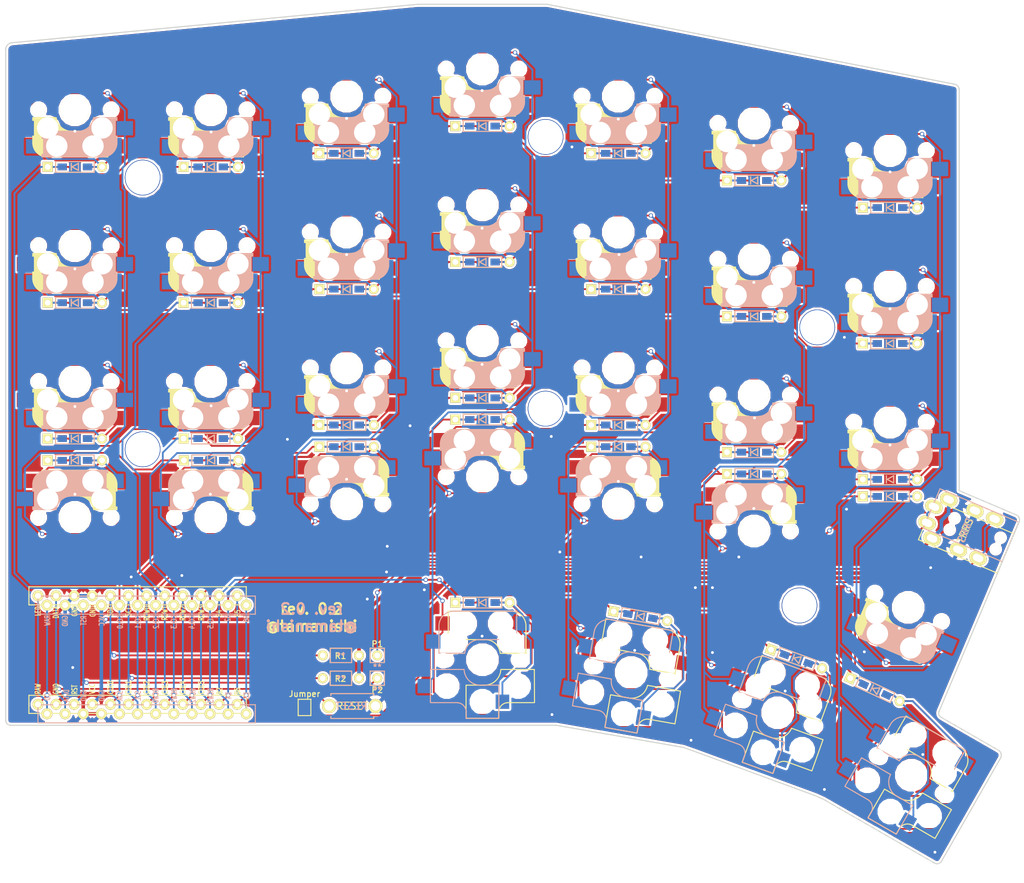
<source format=kicad_pcb>
(kicad_pcb (version 20171130) (host pcbnew "(5.0.1-3-g963ef8bb5)")
  (title_block (title "Pinky PCB Design") (date 2018-12-02) (rev 0.2) (company @tamanishi))
  (layers (0 F.Cu signal) (31 B.Cu signal) (34 B.Paste user hide) (35 F.Paste user hide) (36 B.SilkS user) (37 F.SilkS user) (38 B.Mask user hide) (39 F.Mask user hide) (44 Edge.Cuts user))
  (net 0 "")
  (net 1 "Net-(D4-Pad2)")
  (net 2 row3)
  (net 3 "Net-(D5-Pad2)")
  (net 4 row0)
  (net 5 row1)
  (net 6 "Net-(D6-Pad2)")
  (net 7 row2)
  (net 8 "Net-(D7-Pad2)")
  (net 9 "Net-(D8-Pad2)")
  (net 10 "Net-(D9-Pad2)")
  (net 11 "Net-(D10-Pad2)")
  (net 12 "Net-(D11-Pad2)")
  (net 13 "Net-(D12-Pad2)")
  (net 14 "Net-(D13-Pad2)")
  (net 15 "Net-(D14-Pad2)")
  (net 16 "Net-(D15-Pad2)")
  (net 17 "Net-(D16-Pad2)")
  (net 18 row4)
  (net 19 "Net-(D17-Pad2)")
  (net 20 "Net-(D18-Pad2)")
  (net 21 "Net-(D19-Pad2)")
  (net 22 "Net-(D20-Pad2)")
  (net 23 "Net-(D21-Pad2)")
  (net 24 "Net-(D22-Pad2)")
  (net 25 "Net-(D23-Pad2)")
  (net 26 "Net-(D24-Pad2)")
  (net 27 "Net-(D25-Pad2)")
  (net 28 "Net-(D26-Pad2)")
  (net 29 "Net-(D27-Pad2)")
  (net 30 "Net-(D28-Pad2)")
  (net 31 "Net-(D29-Pad2)")
  (net 32 "Net-(D30-Pad2)")
  (net 33 "Net-(D31-Pad2)")
  (net 34 "Net-(D32-Pad2)")
  (net 35 VCC)
  (net 36 "Net-(J1-PadA)")
  (net 37 "Net-(J1-PadB)")
  (net 38 GND)
  (net 39 data)
  (net 40 reset)
  (net 41 col0)
  (net 42 "Net-(D1-Pad2)")
  (net 43 "Net-(D2-Pad2)")
  (net 44 "Net-(D3-Pad2)")
  (net 45 col1)
  (net 46 col2)
  (net 47 col3)
  (net 48 col4)
  (net 49 col5)
  (net 50 col6)
  (net 51 "Net-(U1-Pad24)")
  (net 52 "Net-(U1-Pad13)")
  (net 53 "Net-(U1-Pad12)")
  (net 54 sda)
  (net 55 scl)
  (net 56 "Net-(U1-Pad1)")
  (module kbd:CherryMX_KailhLowProfile_Hotswap (layer F.Cu) (at 167.3 143.3 330)
    (fp_text reference SW33 hide)
    (fp_text value SW_PUSH hide)
    (pad 1 smd rect (at -5.6 -5.08 150) (size 2 2) (layers F.Cu F.Paste F.Mask) (net 50 col6))
    (pad "" np_thru_hole circle (at 3.81 -2.540001 150) (size 3 3) (drill 3) (layers *.Cu *.Mask))
    (pad "" np_thru_hole circle (at -2.54 -5.08 150) (size 3 3) (drill 3) (layers *.Cu *.Mask))
    (pad 2 smd rect (at 6.9 -2.54 150) (size 2 2) (layers F.Cu F.Paste F.Mask) (net 34 "Net-(D32-Pad2)"))
    (pad "" np_thru_hole circle (at 5 3.7 240) (size 3 3) (drill 3) (layers *.Cu *.Mask))
    (pad 2 smd rect (at -2.8 5.9 150) (size 1.8 2) (layers F.Cu F.Paste F.Mask) (net 34 "Net-(D32-Pad2)"))
    (pad 1 smd rect (at 8.1 3.7 150) (size 2 2) (layers F.Cu F.Paste F.Mask) (net 50 col6))
    (pad 1 smd rect (at -8.1 3.7 150) (size 2 2) (layers B.Cu B.Paste B.Mask) (net 50 col6))
    (pad 2 smd rect (at 2.8 5.9 150) (size 1.9 2) (layers B.Cu B.Paste B.Mask) (net 34 "Net-(D32-Pad2)"))
    (pad "" np_thru_hole circle (at -5 3.7 60) (size 3 3) (drill 3) (layers *.Cu *.Mask))
    (pad "" np_thru_hole circle (at 0 5.9 60) (size 3 3) (drill 3) (layers *.Cu *.Mask))
    (pad 1 smd rect (at -6.9 -2.540001 150) (size 2 2) (layers B.Cu B.Paste B.Mask) (net 50 col6))
    (pad "" np_thru_hole circle (at 2.54 -5.08 150) (size 3 3) (drill 3) (layers *.Cu *.Mask))
    (pad "" np_thru_hole circle (at 0 0 60) (size 4 4) (drill 4) (layers *.Cu *.Mask))
    (pad "" np_thru_hole circle (at -5.5 0 60) (size 1.9 1.9) (drill 1.9) (layers *.Cu *.Mask))
    (pad "" np_thru_hole circle (at 5.5 0 60) (size 1.9 1.9) (drill 1.9) (layers *.Cu *.Mask))
    (pad "" np_thru_hole circle (at 5.08 0 330) (size 1.7 1.7) (drill 1.7) (layers *.Cu *.Mask))
    (pad "" np_thru_hole circle (at -5.08 0 330) (size 1.7 1.7) (drill 1.7) (layers *.Cu *.Mask))
    (pad "" np_thru_hole circle (at -3.81 -2.54 150) (size 3 3) (drill 3) (layers *.Cu *.Mask))
    (pad 2 smd rect (at 5.6 -5.08 150) (size 2 2) (layers B.Cu B.Paste B.Mask) (net 34 "Net-(D32-Pad2)"))
  )
  (module kbd:CherryMX_KailhLowProfile_Hotswap (layer F.Cu) (at 148.54 134.54 340)
    (fp_text reference SW28 hide)
    (fp_text value SW_PUSH hide)
    (pad 1 smd rect (at -5.6 -5.08 160) (size 2 2) (layers F.Cu F.Paste F.Mask) (net 49 col5))
    (pad "" np_thru_hole circle (at 3.81 -2.54 160) (size 3 3) (drill 3) (layers *.Cu *.Mask))
    (pad "" np_thru_hole circle (at -2.54 -5.08 160) (size 3 3) (drill 3) (layers *.Cu *.Mask))
    (pad 2 smd rect (at 6.9 -2.54 160) (size 2 2) (layers F.Cu F.Paste F.Mask) (net 29 "Net-(D27-Pad2)"))
    (pad "" np_thru_hole circle (at 5 3.699999 250) (size 3 3) (drill 3) (layers *.Cu *.Mask))
    (pad 2 smd rect (at -2.8 5.9 160) (size 1.8 2) (layers F.Cu F.Paste F.Mask) (net 29 "Net-(D27-Pad2)"))
    (pad 1 smd rect (at 8.1 3.7 160) (size 2 2) (layers F.Cu F.Paste F.Mask) (net 49 col5))
    (pad 1 smd rect (at -8.1 3.700001 160) (size 2 2) (layers B.Cu B.Paste B.Mask) (net 49 col5))
    (pad 2 smd rect (at 2.8 5.9 160) (size 1.9 2) (layers B.Cu B.Paste B.Mask) (net 29 "Net-(D27-Pad2)"))
    (pad "" np_thru_hole circle (at -5 3.7 70) (size 3 3) (drill 3) (layers *.Cu *.Mask))
    (pad "" np_thru_hole circle (at 0 5.9 70) (size 3 3) (drill 3) (layers *.Cu *.Mask))
    (pad 1 smd rect (at -6.9 -2.54 160) (size 2 2) (layers B.Cu B.Paste B.Mask) (net 49 col5))
    (pad "" np_thru_hole circle (at 2.540001 -5.08 160) (size 3 3) (drill 3) (layers *.Cu *.Mask))
    (pad "" np_thru_hole circle (at 0 0 70) (size 4 4) (drill 4) (layers *.Cu *.Mask))
    (pad "" np_thru_hole circle (at -5.5 0 70) (size 1.9 1.9) (drill 1.9) (layers *.Cu *.Mask))
    (pad "" np_thru_hole circle (at 5.5 0 70) (size 1.9 1.9) (drill 1.9) (layers *.Cu *.Mask))
    (pad "" np_thru_hole circle (at 5.08 0 340) (size 1.7 1.7) (drill 1.7) (layers *.Cu *.Mask))
    (pad "" np_thru_hole circle (at -5.08 0 340) (size 1.7 1.7) (drill 1.7) (layers *.Cu *.Mask))
    (pad "" np_thru_hole circle (at -3.81 -2.54 160) (size 3 3) (drill 3) (layers *.Cu *.Mask))
    (pad 2 smd rect (at 5.6 -5.08 160) (size 2 2) (layers B.Cu B.Paste B.Mask) (net 29 "Net-(D27-Pad2)"))
  )
  (module kbd:CherryMX_KailhLowProfile_Hotswap (layer F.Cu) (at 128 128.9 350)
    (fp_text reference SW23 hide)
    (fp_text value SW_PUSH hide)
    (pad 1 smd rect (at -5.6 -5.08 170) (size 2 2) (layers F.Cu F.Paste F.Mask) (net 48 col4))
    (pad "" np_thru_hole circle (at 3.81 -2.54 170) (size 3 3) (drill 3) (layers *.Cu *.Mask))
    (pad "" np_thru_hole circle (at -2.54 -5.08 170) (size 3 3) (drill 3) (layers *.Cu *.Mask))
    (pad 2 smd rect (at 6.9 -2.54 170) (size 2 2) (layers F.Cu F.Paste F.Mask) (net 24 "Net-(D22-Pad2)"))
    (pad "" np_thru_hole circle (at 5.000001 3.7 260) (size 3 3) (drill 3) (layers *.Cu *.Mask))
    (pad 2 smd rect (at -2.8 5.9 170) (size 1.8 2) (layers F.Cu F.Paste F.Mask) (net 24 "Net-(D22-Pad2)"))
    (pad 1 smd rect (at 8.1 3.7 170) (size 2 2) (layers F.Cu F.Paste F.Mask) (net 48 col4))
    (pad 1 smd rect (at -8.1 3.7 170) (size 2 2) (layers B.Cu B.Paste B.Mask) (net 48 col4))
    (pad 2 smd rect (at 2.8 5.9 170) (size 1.9 2) (layers B.Cu B.Paste B.Mask) (net 24 "Net-(D22-Pad2)"))
    (pad "" np_thru_hole circle (at -5 3.7 80) (size 3 3) (drill 3) (layers *.Cu *.Mask))
    (pad "" np_thru_hole circle (at 0 5.9 80) (size 3 3) (drill 3) (layers *.Cu *.Mask))
    (pad 1 smd rect (at -6.9 -2.54 170) (size 2 2) (layers B.Cu B.Paste B.Mask) (net 48 col4))
    (pad "" np_thru_hole circle (at 2.54 -5.08 170) (size 3 3) (drill 3) (layers *.Cu *.Mask))
    (pad "" np_thru_hole circle (at 0 0 80) (size 4 4) (drill 4) (layers *.Cu *.Mask))
    (pad "" np_thru_hole circle (at -5.5 0 80) (size 1.9 1.9) (drill 1.9) (layers *.Cu *.Mask))
    (pad "" np_thru_hole circle (at 5.5 0 80) (size 1.9 1.9) (drill 1.9) (layers *.Cu *.Mask))
    (pad "" np_thru_hole circle (at 5.08 0 350) (size 1.7 1.7) (drill 1.7) (layers *.Cu *.Mask))
    (pad "" np_thru_hole circle (at -5.08 0 350) (size 1.7 1.7) (drill 1.7) (layers *.Cu *.Mask))
    (pad "" np_thru_hole circle (at -3.81 -2.54 170) (size 3 3) (drill 3) (layers *.Cu *.Mask))
    (pad 2 smd rect (at 5.6 -5.08 170) (size 2 2) (layers B.Cu B.Paste B.Mask) (net 24 "Net-(D22-Pad2)"))
  )
  (module kbd:CherryMX_KailhLowProfile_Hotswap (layer F.Cu) (at 107.15 127.1)
    (fp_text reference SW18 hide)
    (fp_text value SW_PUSH hide)
    (pad 1 smd rect (at -5.6 -5.08 180) (size 2 2) (layers F.Cu F.Paste F.Mask) (net 47 col3))
    (pad "" np_thru_hole circle (at 3.81 -2.54 180) (size 3 3) (drill 3) (layers *.Cu *.Mask))
    (pad "" np_thru_hole circle (at -2.54 -5.08 180) (size 3 3) (drill 3) (layers *.Cu *.Mask))
    (pad 2 smd rect (at 6.9 -2.54 180) (size 2 2) (layers F.Cu F.Paste F.Mask) (net 19 "Net-(D17-Pad2)"))
    (pad "" np_thru_hole circle (at 5 3.7 270) (size 3 3) (drill 3) (layers *.Cu *.Mask))
    (pad 2 smd rect (at -2.8 5.9 180) (size 1.8 2) (layers F.Cu F.Paste F.Mask) (net 19 "Net-(D17-Pad2)"))
    (pad 1 smd rect (at 8.1 3.7 180) (size 2 2) (layers F.Cu F.Paste F.Mask) (net 47 col3))
    (pad 1 smd rect (at -8.1 3.7 180) (size 2 2) (layers B.Cu B.Paste B.Mask) (net 47 col3))
    (pad 2 smd rect (at 2.8 5.9 180) (size 1.9 2) (layers B.Cu B.Paste B.Mask) (net 19 "Net-(D17-Pad2)"))
    (pad "" np_thru_hole circle (at -5 3.7 90) (size 3 3) (drill 3) (layers *.Cu *.Mask))
    (pad "" np_thru_hole circle (at 0 5.9 90) (size 3 3) (drill 3) (layers *.Cu *.Mask))
    (pad 1 smd rect (at -6.9 -2.54 180) (size 2 2) (layers B.Cu B.Paste B.Mask) (net 47 col3))
    (pad "" np_thru_hole circle (at 2.54 -5.08 180) (size 3 3) (drill 3) (layers *.Cu *.Mask))
    (pad "" np_thru_hole circle (at 0 0 90) (size 4 4) (drill 4) (layers *.Cu *.Mask))
    (pad "" np_thru_hole circle (at -5.5 0 90) (size 1.9 1.9) (drill 1.9) (layers *.Cu *.Mask))
    (pad "" np_thru_hole circle (at 5.5 0 90) (size 1.9 1.9) (drill 1.9) (layers *.Cu *.Mask))
    (pad "" np_thru_hole circle (at 5.08 0) (size 1.7 1.7) (drill 1.7) (layers *.Cu *.Mask))
    (pad "" np_thru_hole circle (at -5.08 0) (size 1.7 1.7) (drill 1.7) (layers *.Cu *.Mask))
    (pad "" np_thru_hole circle (at -3.81 -2.54 180) (size 3 3) (drill 3) (layers *.Cu *.Mask))
    (pad 2 smd rect (at 5.6 -5.08 180) (size 2 2) (layers B.Cu B.Paste B.Mask) (net 19 "Net-(D17-Pad2)"))
  )
  (module kbd:CherryMX_Hotswap (layer F.Cu) (at 126.2 67.145 180)
    (fp_text reference SW20 hide)
    (fp_text value SW_PUSH hide)
    (pad 1 smd rect (at -7 -2.58) (size 2.3 2) (layers B.Cu B.Paste B.Mask) (net 48 col4))
    (pad 1 smd rect (at 7 -2.58) (size 2.3 2) (layers F.Cu F.Paste F.Mask) (net 48 col4))
    (pad 2 smd rect (at -5.7 -5.12) (size 2.3 2) (layers F.Cu F.Paste F.Mask) (net 21 "Net-(D19-Pad2)"))
    (pad "" np_thru_hole circle (at -3.81 -2.54) (size 3 3) (drill 3) (layers *.Cu *.Mask))
    (pad "" np_thru_hole circle (at -2.54 -5.08) (size 3 3) (drill 3) (layers *.Cu *.Mask))
    (pad "" np_thru_hole circle (at 3.81 -2.540001) (size 3 3) (drill 3) (layers *.Cu *.Mask))
    (pad "" np_thru_hole circle (at 2.54 -5.08) (size 3 3) (drill 3) (layers *.Cu *.Mask))
    (pad "" np_thru_hole circle (at 0 0 270) (size 4 4) (drill 4) (layers *.Cu *.Mask F.SilkS))
    (pad "" np_thru_hole circle (at 5.08 0 180) (size 1.8 1.8) (drill 1.8) (layers *.Cu *.Mask F.SilkS))
    (pad "" np_thru_hole circle (at -5.08 0 180) (size 1.8 1.8) (drill 1.8) (layers *.Cu *.Mask F.SilkS))
    (pad 2 smd rect (at 5.7 -5.12) (size 2.3 2) (layers B.Cu B.Paste B.Mask) (net 21 "Net-(D19-Pad2)"))
  )
  (module kbd:CherryMX_Hotswap (layer F.Cu) (at 107.15 82.385 180)
    (fp_text reference SW16 hide)
    (fp_text value SW_PUSH hide)
    (pad 2 smd rect (at 5.7 -5.12) (size 2.3 2) (layers B.Cu B.Paste B.Mask) (net 16 "Net-(D15-Pad2)"))
    (pad "" np_thru_hole circle (at -5.08 0 180) (size 1.8 1.8) (drill 1.8) (layers *.Cu *.Mask F.SilkS))
    (pad "" np_thru_hole circle (at 5.08 0 180) (size 1.8 1.8) (drill 1.8) (layers *.Cu *.Mask F.SilkS))
    (pad "" np_thru_hole circle (at 0 0 270) (size 4 4) (drill 4) (layers *.Cu *.Mask F.SilkS))
    (pad "" np_thru_hole circle (at 2.54 -5.08) (size 3 3) (drill 3) (layers *.Cu *.Mask))
    (pad "" np_thru_hole circle (at 3.81 -2.540001) (size 3 3) (drill 3) (layers *.Cu *.Mask))
    (pad "" np_thru_hole circle (at -2.54 -5.08) (size 3 3) (drill 3) (layers *.Cu *.Mask))
    (pad "" np_thru_hole circle (at -3.81 -2.54) (size 3 3) (drill 3) (layers *.Cu *.Mask))
    (pad 2 smd rect (at -5.7 -5.12) (size 2.3 2) (layers F.Cu F.Paste F.Mask) (net 16 "Net-(D15-Pad2)"))
    (pad 1 smd rect (at 7 -2.58) (size 2.3 2) (layers F.Cu F.Paste F.Mask) (net 47 col3))
    (pad 1 smd rect (at -7 -2.58) (size 2.3 2) (layers B.Cu B.Paste B.Mask) (net 47 col3))
  )
  (module kbd:CherryMX_Hotswap (layer F.Cu) (at 107.15 63.335 180)
    (fp_text reference SW15 hide)
    (fp_text value SW_PUSH hide)
    (pad 2 smd rect (at 5.7 -5.12) (size 2.3 2) (layers B.Cu B.Paste B.Mask) (net 15 "Net-(D14-Pad2)"))
    (pad "" np_thru_hole circle (at -5.08 0 180) (size 1.8 1.8) (drill 1.8) (layers *.Cu *.Mask F.SilkS))
    (pad "" np_thru_hole circle (at 5.08 0 180) (size 1.8 1.8) (drill 1.8) (layers *.Cu *.Mask F.SilkS))
    (pad "" np_thru_hole circle (at 0 0 270) (size 4 4) (drill 4) (layers *.Cu *.Mask F.SilkS))
    (pad "" np_thru_hole circle (at 2.54 -5.08) (size 3 3) (drill 3) (layers *.Cu *.Mask))
    (pad "" np_thru_hole circle (at 3.81 -2.540001) (size 3 3) (drill 3) (layers *.Cu *.Mask))
    (pad "" np_thru_hole circle (at -2.54 -5.08) (size 3 3) (drill 3) (layers *.Cu *.Mask))
    (pad "" np_thru_hole circle (at -3.81 -2.54) (size 3 3) (drill 3) (layers *.Cu *.Mask))
    (pad 2 smd rect (at -5.7 -5.12) (size 2.3 2) (layers F.Cu F.Paste F.Mask) (net 15 "Net-(D14-Pad2)"))
    (pad 1 smd rect (at 7 -2.58) (size 2.3 2) (layers F.Cu F.Paste F.Mask) (net 47 col3))
    (pad 1 smd rect (at -7 -2.58) (size 2.3 2) (layers B.Cu B.Paste B.Mask) (net 47 col3))
  )
  (module kbd:CherryMX_Hotswap (layer F.Cu) (at 88.1 48.095 180)
    (fp_text reference SW10 hide)
    (fp_text value SW_PUSH hide)
    (pad 2 smd rect (at 5.7 -5.12) (size 2.3 2) (layers B.Cu B.Paste B.Mask) (net 10 "Net-(D9-Pad2)"))
    (pad "" np_thru_hole circle (at -5.08 0 180) (size 1.8 1.8) (drill 1.8) (layers *.Cu *.Mask F.SilkS))
    (pad "" np_thru_hole circle (at 5.08 0 180) (size 1.8 1.8) (drill 1.8) (layers *.Cu *.Mask F.SilkS))
    (pad "" np_thru_hole circle (at 0 0 270) (size 4 4) (drill 4) (layers *.Cu *.Mask F.SilkS))
    (pad "" np_thru_hole circle (at 2.54 -5.08) (size 3 3) (drill 3) (layers *.Cu *.Mask))
    (pad "" np_thru_hole circle (at 3.81 -2.540001) (size 3 3) (drill 3) (layers *.Cu *.Mask))
    (pad "" np_thru_hole circle (at -2.54 -5.08) (size 3 3) (drill 3) (layers *.Cu *.Mask))
    (pad "" np_thru_hole circle (at -3.81 -2.54) (size 3 3) (drill 3) (layers *.Cu *.Mask))
    (pad 2 smd rect (at -5.7 -5.12) (size 2.3 2) (layers F.Cu F.Paste F.Mask) (net 10 "Net-(D9-Pad2)"))
    (pad 1 smd rect (at 7 -2.58) (size 2.3 2) (layers F.Cu F.Paste F.Mask) (net 46 col2))
    (pad 1 smd rect (at -7 -2.58) (size 2.3 2) (layers B.Cu B.Paste B.Mask) (net 46 col2))
  )
  (module kbd:CherryMX_Hotswap (layer F.Cu) (at 88.1 67.145 180)
    (fp_text reference SW11 hide)
    (fp_text value SW_PUSH hide)
    (pad 1 smd rect (at -7 -2.58) (size 2.3 2) (layers B.Cu B.Paste B.Mask) (net 46 col2))
    (pad 1 smd rect (at 7 -2.58) (size 2.3 2) (layers F.Cu F.Paste F.Mask) (net 46 col2))
    (pad 2 smd rect (at -5.7 -5.12) (size 2.3 2) (layers F.Cu F.Paste F.Mask) (net 11 "Net-(D10-Pad2)"))
    (pad "" np_thru_hole circle (at -3.81 -2.54) (size 3 3) (drill 3) (layers *.Cu *.Mask))
    (pad "" np_thru_hole circle (at -2.54 -5.08) (size 3 3) (drill 3) (layers *.Cu *.Mask))
    (pad "" np_thru_hole circle (at 3.81 -2.540001) (size 3 3) (drill 3) (layers *.Cu *.Mask))
    (pad "" np_thru_hole circle (at 2.54 -5.08) (size 3 3) (drill 3) (layers *.Cu *.Mask))
    (pad "" np_thru_hole circle (at 0 0 270) (size 4 4) (drill 4) (layers *.Cu *.Mask F.SilkS))
    (pad "" np_thru_hole circle (at 5.08 0 180) (size 1.8 1.8) (drill 1.8) (layers *.Cu *.Mask F.SilkS))
    (pad "" np_thru_hole circle (at -5.08 0 180) (size 1.8 1.8) (drill 1.8) (layers *.Cu *.Mask F.SilkS))
    (pad 2 smd rect (at 5.7 -5.12) (size 2.3 2) (layers B.Cu B.Paste B.Mask) (net 11 "Net-(D10-Pad2)"))
  )
  (module kbd:D3_TH_SMD (layer F.Cu) (at 88.1 97.245)
    (fp_text reference D12 hide)
    (fp_text value D hide)
    (pad 2 smd rect (at 1.775 0) (size 1.3 0.95) (layers F.Cu F.Paste F.Mask) (net 13 "Net-(D12-Pad2)"))
    (pad 2 thru_hole circle (at 3.81 0) (size 1.397 1.397) (drill 0.8128) (layers *.Cu *.Mask F.SilkS) (net 13 "Net-(D12-Pad2)"))
    (pad 1 thru_hole rect (at -3.81 0) (size 1.397 1.397) (drill 0.8128) (layers *.Cu *.Mask F.SilkS) (net 2 row3))
    (pad 1 smd rect (at -1.775 0) (size 1.3 0.95) (layers B.Cu B.Paste B.Mask) (net 2 row3))
    (pad 2 smd rect (at 1.775 0) (size 1.3 0.95) (layers B.Cu B.Paste B.Mask) (net 13 "Net-(D12-Pad2)"))
    (pad 1 smd rect (at -1.775 0) (size 1.3 0.95) (layers F.Cu F.Paste F.Mask) (net 2 row3))
  )
  (module kbd:CherryMX_Hotswap (layer F.Cu) (at 50 69.05 180)
    (fp_text reference SW3 hide)
    (fp_text value SW_PUSH hide)
    (pad 1 smd rect (at -7 -2.58) (size 2.3 2) (layers B.Cu B.Paste B.Mask) (net 41 col0))
    (pad 1 smd rect (at 7 -2.58) (size 2.3 2) (layers F.Cu F.Paste F.Mask) (net 41 col0))
    (pad 2 smd rect (at -5.7 -5.12) (size 2.3 2) (layers F.Cu F.Paste F.Mask) (net 43 "Net-(D2-Pad2)"))
    (pad "" np_thru_hole circle (at -3.81 -2.54) (size 3 3) (drill 3) (layers *.Cu *.Mask))
    (pad "" np_thru_hole circle (at -2.54 -5.08) (size 3 3) (drill 3) (layers *.Cu *.Mask))
    (pad "" np_thru_hole circle (at 3.81 -2.540001) (size 3 3) (drill 3) (layers *.Cu *.Mask))
    (pad "" np_thru_hole circle (at 2.54 -5.08) (size 3 3) (drill 3) (layers *.Cu *.Mask))
    (pad "" np_thru_hole circle (at 0 0 270) (size 4 4) (drill 4) (layers *.Cu *.Mask F.SilkS))
    (pad "" np_thru_hole circle (at 5.08 0 180) (size 1.8 1.8) (drill 1.8) (layers *.Cu *.Mask F.SilkS))
    (pad "" np_thru_hole circle (at -5.08 0 180) (size 1.8 1.8) (drill 1.8) (layers *.Cu *.Mask F.SilkS))
    (pad 2 smd rect (at 5.7 -5.12) (size 2.3 2) (layers B.Cu B.Paste B.Mask) (net 43 "Net-(D2-Pad2)"))
  )
  (module kbd:CherryMX_Hotswap (layer F.Cu) (at 50 50 180)
    (fp_text reference SW2 hide)
    (fp_text value SW_PUSH hide)
    (pad 1 smd rect (at -7 -2.58) (size 2.3 2) (layers B.Cu B.Paste B.Mask) (net 41 col0))
    (pad 1 smd rect (at 7 -2.58) (size 2.3 2) (layers F.Cu F.Paste F.Mask) (net 41 col0))
    (pad 2 smd rect (at -5.7 -5.12) (size 2.3 2) (layers F.Cu F.Paste F.Mask) (net 42 "Net-(D1-Pad2)"))
    (pad "" np_thru_hole circle (at -3.81 -2.54) (size 3 3) (drill 3) (layers *.Cu *.Mask))
    (pad "" np_thru_hole circle (at -2.54 -5.08) (size 3 3) (drill 3) (layers *.Cu *.Mask))
    (pad "" np_thru_hole circle (at 3.81 -2.540001) (size 3 3) (drill 3) (layers *.Cu *.Mask))
    (pad "" np_thru_hole circle (at 2.54 -5.08) (size 3 3) (drill 3) (layers *.Cu *.Mask))
    (pad "" np_thru_hole circle (at 0 0 270) (size 4 4) (drill 4) (layers *.Cu *.Mask F.SilkS))
    (pad "" np_thru_hole circle (at 5.08 0 180) (size 1.8 1.8) (drill 1.8) (layers *.Cu *.Mask F.SilkS))
    (pad "" np_thru_hole circle (at -5.08 0 180) (size 1.8 1.8) (drill 1.8) (layers *.Cu *.Mask F.SilkS))
    (pad 2 smd rect (at 5.7 -5.12) (size 2.3 2) (layers B.Cu B.Paste B.Mask) (net 42 "Net-(D1-Pad2)"))
  )
  (module kbd:CherryMX_Hotswap (layer F.Cu) (at 166.85 119.77 157)
    (fp_text reference SW32 hide)
    (fp_text value SW_PUSH hide)
    (pad 2 smd rect (at 5.7 -5.12 337) (size 2.3 2) (layers B.Cu B.Paste B.Mask) (net 33 "Net-(D31-Pad2)"))
    (pad "" np_thru_hole circle (at -5.08 0 157) (size 1.8 1.8) (drill 1.8) (layers *.Cu *.Mask F.SilkS))
    (pad "" np_thru_hole circle (at 5.08 0 157) (size 1.8 1.8) (drill 1.8) (layers *.Cu *.Mask F.SilkS))
    (pad "" np_thru_hole circle (at 0 0 247) (size 4 4) (drill 4) (layers *.Cu *.Mask F.SilkS))
    (pad "" np_thru_hole circle (at 2.539999 -5.08 337) (size 3 3) (drill 3) (layers *.Cu *.Mask))
    (pad "" np_thru_hole circle (at 3.81 -2.540001 337) (size 3 3) (drill 3) (layers *.Cu *.Mask))
    (pad "" np_thru_hole circle (at -2.54 -5.08 337) (size 3 3) (drill 3) (layers *.Cu *.Mask))
    (pad "" np_thru_hole circle (at -3.81 -2.54 337) (size 3 3) (drill 3) (layers *.Cu *.Mask))
    (pad 2 smd rect (at -5.7 -5.12 337) (size 2.3 2) (layers F.Cu F.Paste F.Mask) (net 33 "Net-(D31-Pad2)"))
    (pad 1 smd rect (at 7 -2.58 337) (size 2.3 2) (layers F.Cu F.Paste F.Mask) (net 50 col6))
    (pad 1 smd rect (at -7 -2.579999 337) (size 2.3 2) (layers B.Cu B.Paste B.Mask) (net 50 col6))
  )
  (module kbd:ProMicro_v2 (layer F.Cu) (at 59.3 125.8 90)
    (fp_text reference U1 hide)
    (fp_text value ProMicro hide)
    (fp_text user "" (at -0.5 -17.25 90) (layer F.SilkS))
    (fp_text user "" (at -1.2065 -16.256 90) (layer B.SilkS) (effects (justify mirror)))
    (fp_text user RAW (at -5.4 -14.478 90) (layer F.SilkS) (effects (font (size 0.75 0.5) (thickness 0.125))))
    (fp_text user LED (at 5.5 -14.478 90) (layer F.SilkS) (effects (font (size 0.75 0.5) (thickness 0.125))))
    (fp_text user GND (at -5.4 -11.938 90) (layer F.SilkS) (effects (font (size 0.75 0.5) (thickness 0.125))))
    (fp_text user DATA (at 5.35 -11.95 90) (layer F.SilkS) (effects (font (size 0.75 0.5) (thickness 0.125))))
    (fp_text user RST (at -5.5 -9.3345 90) (layer F.SilkS) (effects (font (size 0.75 0.5) (thickness 0.125))))
    (fp_text user GND (at 5.5245 -9.3345 90) (layer F.SilkS) (effects (font (size 0.75 0.5) (thickness 0.125))))
    (fp_text user VCC (at -5.4 -6.858 90) (layer F.SilkS) (effects (font (size 0.75 0.5) (thickness 0.125))))
    (fp_text user GND (at 5.461 -6.7945 90) (layer F.SilkS) (effects (font (size 0.75 0.5) (thickness 0.125))))
    (fp_text user COL3 (at -5.2 3.35 90) (layer F.SilkS) (effects (font (size 0.75 0.5) (thickness 0.125))))
    (fp_text user ROW0 (at 5.2 0.8 90) (layer F.SilkS) (effects (font (size 0.75 0.5) (thickness 0.125))))
    (fp_text user COL2 (at -5.2 0.762 90) (layer F.SilkS) (effects (font (size 0.75 0.5) (thickness 0.125))))
    (fp_text user SCL (at 5.461 -1.778 90) (layer F.SilkS) (effects (font (size 0.75 0.5) (thickness 0.125))))
    (fp_text user COL1 (at -5.2 -1.778 90) (layer F.SilkS) (effects (font (size 0.75 0.5) (thickness 0.125))))
    (fp_text user SDA (at 5.461 -4.318 90) (layer F.SilkS) (effects (font (size 0.75 0.5) (thickness 0.125))))
    (fp_text user COL0 (at -5.2 -4.3 90) (layer F.SilkS) (effects (font (size 0.75 0.5) (thickness 0.125))))
    (fp_text user B6 (at -5.7 13.5 90) (layer F.SilkS) (effects (font (size 0.75 0.5) (thickness 0.125))))
    (fp_text user B5 (at 5.2 13.5255 90) (layer F.SilkS) (effects (font (size 0.75 0.5) (thickness 0.125))))
    (fp_text user B4 (at 5.2 10.922 90) (layer F.SilkS) (effects (font (size 0.75 0.5) (thickness 0.125))))
    (fp_text user B2 (at -5.7 11 90) (layer F.SilkS) (effects (font (size 0.75 0.5) (thickness 0.125))))
    (fp_text user ROW3 (at 5.2 8.4455 90) (layer F.SilkS) (effects (font (size 0.75 0.5) (thickness 0.125))))
    (fp_text user COL5 (at -5.2 8.4455 90) (layer F.SilkS) (effects (font (size 0.75 0.5) (thickness 0.125))))
    (fp_text user ROW2 (at 5.2 5.85 90) (layer F.SilkS) (effects (font (size 0.75 0.5) (thickness 0.125))))
    (fp_text user COL4 (at -5.2 5.85 90) (layer F.SilkS) (effects (font (size 0.75 0.5) (thickness 0.125))))
    (fp_text user ROW1 (at 5.25 3.302 90) (layer F.SilkS) (effects (font (size 0.75 0.5) (thickness 0.125))))
    (fp_text user ROW1 (at -6.35 4.6355 90) (layer B.SilkS) (effects (font (size 0.75 0.5) (thickness 0.125)) (justify mirror)))
    (fp_text user COL4 (at 3.95 7.112 90) (layer B.SilkS) (effects (font (size 0.75 0.5) (thickness 0.125)) (justify mirror)))
    (fp_text user ROW2 (at -6.35 7.239 90) (layer B.SilkS) (effects (font (size 0.75 0.5) (thickness 0.125)) (justify mirror)))
    (fp_text user COL5 (at 4 9.75 90) (layer B.SilkS) (effects (font (size 0.75 0.5) (thickness 0.125)) (justify mirror)))
    (fp_text user ROW3 (at -6.35 9.75 90) (layer B.SilkS) (effects (font (size 0.75 0.5) (thickness 0.125)) (justify mirror)))
    (fp_text user B2 (at 4.5085 12.1285 90) (layer B.SilkS) (effects (font (size 0.75 0.5) (thickness 0.125)) (justify mirror)))
    (fp_text user B4 (at -6.35 12.2555 90) (layer B.SilkS) (effects (font (size 0.75 0.5) (thickness 0.125)) (justify mirror)))
    (fp_text user B5 (at -6.35 14.7955 90) (layer B.SilkS) (effects (font (size 0.75 0.5) (thickness 0.125)) (justify mirror)))
    (fp_text user B6 (at 4.445 14.732 90) (layer B.SilkS) (effects (font (size 0.75 0.5) (thickness 0.125)) (justify mirror)))
    (fp_text user COL0 (at 4 -2.95 90) (layer B.SilkS) (effects (font (size 0.75 0.5) (thickness 0.125)) (justify mirror)))
    (fp_text user SDA (at -6.35 -2.9845 90) (layer B.SilkS) (effects (font (size 0.75 0.5) (thickness 0.125)) (justify mirror)))
    (fp_text user COL1 (at 4 -0.4445 90) (layer B.SilkS) (effects (font (size 0.75 0.5) (thickness 0.125)) (justify mirror)))
    (fp_text user SCL (at -6.35 -0.4445 90) (layer B.SilkS) (effects (font (size 0.75 0.5) (thickness 0.125)) (justify mirror)))
    (fp_text user COL2 (at 4 2.1 90) (layer B.SilkS) (effects (font (size 0.75 0.5) (thickness 0.125)) (justify mirror)))
    (fp_text user ROW0 (at -6.35 2.032 90) (layer B.SilkS) (effects (font (size 0.75 0.5) (thickness 0.125)) (justify mirror)))
    (fp_text user COL3 (at 4 4.6 90) (layer B.SilkS) (effects (font (size 0.75 0.5) (thickness 0.125)) (justify mirror)))
    (fp_text user GND (at -6.35 -5.5245 90) (layer B.SilkS) (effects (font (size 0.75 0.5) (thickness 0.125)) (justify mirror)))
    (fp_text user VCC (at 4.1275 -5.5245 90) (layer B.SilkS) (effects (font (size 0.75 0.5) (thickness 0.125)) (justify mirror)))
    (fp_text user GND (at -6.35 -8.0645 90) (layer B.SilkS) (effects (font (size 0.75 0.5) (thickness 0.125)) (justify mirror)))
    (fp_text user RST (at 4.191 -8.0645 90) (layer B.SilkS) (effects (font (size 0.75 0.5) (thickness 0.125)) (justify mirror)))
    (fp_text user DATA (at -6.35 -10.5 90) (layer B.SilkS) (effects (font (size 0.75 0.5) (thickness 0.125)) (justify mirror)))
    (fp_text user GND (at 4.1275 -10.668 90) (layer B.SilkS) (effects (font (size 0.75 0.5) (thickness 0.125)) (justify mirror)))
    (fp_text user LED (at -6.35 -13.1445 90) (layer B.SilkS) (effects (font (size 0.75 0.5) (thickness 0.125)) (justify mirror)))
    (fp_text user RAW (at 4.191 -13.1445 90) (layer B.SilkS) (effects (font (size 0.75 0.5) (thickness 0.125)) (justify mirror)))
    (pad 24 thru_hole circle (at 6.35 -13.208 90) (size 1.524 1.524) (drill 0.8128) (layers *.Cu *.Mask F.SilkS) (net 51 "Net-(U1-Pad24)"))
    (pad 23 thru_hole circle (at 6.35 -10.668 90) (size 1.524 1.524) (drill 0.8128) (layers *.Cu *.Mask F.SilkS) (net 38 GND))
    (pad 22 thru_hole circle (at 6.35 -8.128 90) (size 1.524 1.524) (drill 0.8128) (layers *.Cu *.Mask F.SilkS) (net 40 reset))
    (pad 21 thru_hole circle (at 6.35 -5.588 90) (size 1.524 1.524) (drill 0.8128) (layers *.Cu *.Mask F.SilkS) (net 35 VCC))
    (pad 20 thru_hole circle (at 6.35 -3.048 90) (size 1.524 1.524) (drill 0.8128) (layers *.Cu *.Mask F.SilkS) (net 41 col0))
    (pad 19 thru_hole circle (at 6.35 -0.508 90) (size 1.524 1.524) (drill 0.8128) (layers *.Cu *.Mask F.SilkS) (net 45 col1))
    (pad 18 thru_hole circle (at 6.35 2.032 90) (size 1.524 1.524) (drill 0.8128) (layers *.Cu *.Mask F.SilkS) (net 46 col2))
    (pad 17 thru_hole circle (at 6.35 4.572 90) (size 1.524 1.524) (drill 0.8128) (layers *.Cu *.Mask F.SilkS) (net 47 col3))
    (pad 16 thru_hole circle (at 6.35 7.112 90) (size 1.524 1.524) (drill 0.8128) (layers *.Cu *.Mask F.SilkS) (net 48 col4))
    (pad 15 thru_hole circle (at 6.35 9.652 90) (size 1.524 1.524) (drill 0.8128) (layers *.Cu *.Mask F.SilkS) (net 49 col5))
    (pad 14 thru_hole circle (at 6.35 12.192 90) (size 1.524 1.524) (drill 0.8128) (layers *.Cu *.Mask F.SilkS) (net 50 col6))
    (pad 13 thru_hole circle (at 6.35 14.732 90) (size 1.524 1.524) (drill 0.8128) (layers *.Cu *.Mask F.SilkS) (net 52 "Net-(U1-Pad13)"))
    (pad 12 thru_hole circle (at -8.89 14.732 90) (size 1.524 1.524) (drill 0.8128) (layers *.Cu *.Mask F.SilkS) (net 53 "Net-(U1-Pad12)"))
    (pad 11 thru_hole circle (at -8.89 12.192 90) (size 1.524 1.524) (drill 0.8128) (layers *.Cu *.Mask F.SilkS) (net 18 row4))
    (pad 10 thru_hole circle (at -8.89 9.652 90) (size 1.524 1.524) (drill 0.8128) (layers *.Cu *.Mask F.SilkS) (net 2 row3))
    (pad 9 thru_hole circle (at -8.89 7.112 90) (size 1.524 1.524) (drill 0.8128) (layers *.Cu *.Mask F.SilkS) (net 7 row2))
    (pad 8 thru_hole circle (at -8.89 4.572 90) (size 1.524 1.524) (drill 0.8128) (layers *.Cu *.Mask F.SilkS) (net 5 row1))
    (pad 7 thru_hole circle (at -8.89 2.032 90) (size 1.524 1.524) (drill 0.8128) (layers *.Cu *.Mask F.SilkS) (net 4 row0))
    (pad 6 thru_hole circle (at -8.89 -0.508 90) (size 1.524 1.524) (drill 0.8128) (layers *.Cu *.Mask F.SilkS) (net 55 scl))
    (pad 5 thru_hole circle (at -8.89 -3.048 90) (size 1.524 1.524) (drill 0.8128) (layers *.Cu *.Mask F.SilkS) (net 54 sda))
    (pad 4 thru_hole circle (at -8.89 -5.588 90) (size 1.524 1.524) (drill 0.8128) (layers *.Cu *.Mask F.SilkS) (net 38 GND))
    (pad 3 thru_hole circle (at -8.89 -8.128 90) (size 1.524 1.524) (drill 0.8128) (layers *.Cu *.Mask F.SilkS) (net 38 GND))
    (pad 2 thru_hole circle (at -8.89 -10.668 90) (size 1.524 1.524) (drill 0.8128) (layers *.Cu *.Mask F.SilkS) (net 39 data))
    (pad 1 thru_hole circle (at -8.89 -13.208 90) (size 1.524 1.524) (drill 0.8128) (layers *.Cu *.Mask F.SilkS) (net 56 "Net-(U1-Pad1)"))
    (pad 1 thru_hole circle (at 7.6564 -14.478 90) (size 1.524 1.524) (drill 0.8128) (layers *.Cu *.Mask F.SilkS) (net 56 "Net-(U1-Pad1)"))
    (pad 2 thru_hole circle (at 7.6564 -11.938 90) (size 1.524 1.524) (drill 0.8128) (layers *.Cu *.Mask F.SilkS) (net 39 data))
    (pad 3 thru_hole circle (at 7.6564 -9.398 90) (size 1.524 1.524) (drill 0.8128) (layers *.Cu *.Mask F.SilkS) (net 38 GND))
    (pad 4 thru_hole circle (at 7.6564 -6.858 90) (size 1.524 1.524) (drill 0.8128) (layers *.Cu *.Mask F.SilkS) (net 38 GND))
    (pad 5 thru_hole circle (at 7.6564 -4.318 90) (size 1.524 1.524) (drill 0.8128) (layers *.Cu *.Mask F.SilkS) (net 54 sda))
    (pad 6 thru_hole circle (at 7.6564 -1.778 90) (size 1.524 1.524) (drill 0.8128) (layers *.Cu *.Mask F.SilkS) (net 55 scl))
    (pad 7 thru_hole circle (at 7.6564 0.762 90) (size 1.524 1.524) (drill 0.8128) (layers *.Cu *.Mask F.SilkS) (net 4 row0))
    (pad 8 thru_hole circle (at 7.6564 3.302 90) (size 1.524 1.524) (drill 0.8128) (layers *.Cu *.Mask F.SilkS) (net 5 row1))
    (pad 9 thru_hole circle (at 7.6564 5.842 90) (size 1.524 1.524) (drill 0.8128) (layers *.Cu *.Mask F.SilkS) (net 7 row2))
    (pad 10 thru_hole circle (at 7.6564 8.382 90) (size 1.524 1.524) (drill 0.8128) (layers *.Cu *.Mask F.SilkS) (net 2 row3))
    (pad 11 thru_hole circle (at 7.6564 10.922 90) (size 1.524 1.524) (drill 0.8128) (layers *.Cu *.Mask F.SilkS) (net 18 row4))
    (pad 12 thru_hole circle (at 7.6564 13.462 90) (size 1.524 1.524) (drill 0.8128) (layers *.Cu *.Mask F.SilkS) (net 53 "Net-(U1-Pad12)"))
    (pad 13 thru_hole circle (at -7.5636 13.462 90) (size 1.524 1.524) (drill 0.8128) (layers *.Cu *.Mask F.SilkS) (net 52 "Net-(U1-Pad13)"))
    (pad 14 thru_hole circle (at -7.5636 10.922 90) (size 1.524 1.524) (drill 0.8128) (layers *.Cu *.Mask F.SilkS) (net 50 col6))
    (pad 15 thru_hole circle (at -7.5636 8.382 90) (size 1.524 1.524) (drill 0.8128) (layers *.Cu *.Mask F.SilkS) (net 49 col5))
    (pad 16 thru_hole circle (at -7.5636 5.842 90) (size 1.524 1.524) (drill 0.8128) (layers *.Cu *.Mask F.SilkS) (net 48 col4))
    (pad 17 thru_hole circle (at -7.5636 3.302 90) (size 1.524 1.524) (drill 0.8128) (layers *.Cu *.Mask F.SilkS) (net 47 col3))
    (pad 18 thru_hole circle (at -7.5636 0.762 90) (size 1.524 1.524) (drill 0.8128) (layers *.Cu *.Mask F.SilkS) (net 46 col2))
    (pad 19 thru_hole circle (at -7.5636 -1.778 90) (size 1.524 1.524) (drill 0.8128) (layers *.Cu *.Mask F.SilkS) (net 45 col1))
    (pad 20 thru_hole circle (at -7.5636 -4.318 90) (size 1.524 1.524) (drill 0.8128) (layers *.Cu *.Mask F.SilkS) (net 41 col0))
    (pad 21 thru_hole circle (at -7.5636 -6.858 90) (size 1.524 1.524) (drill 0.8128) (layers *.Cu *.Mask F.SilkS) (net 35 VCC))
    (pad 22 thru_hole circle (at -7.5636 -9.398 90) (size 1.524 1.524) (drill 0.8128) (layers *.Cu *.Mask F.SilkS) (net 40 reset))
    (pad 23 thru_hole circle (at -7.5636 -11.938 90) (size 1.524 1.524) (drill 0.8128) (layers *.Cu *.Mask F.SilkS) (net 38 GND))
    (pad 24 thru_hole circle (at -7.5636 -14.478 90) (size 1.524 1.524) (drill 0.8128) (layers *.Cu *.Mask F.SilkS) (net 51 "Net-(U1-Pad24)"))
  )
  (module kbd:D3_TH_SMD (layer F.Cu) (at 151.2 127 340)
    (fp_text reference D27 hide)
    (fp_text value D hide)
    (pad 1 smd rect (at -1.775 0 340) (size 1.3 0.95) (layers F.Cu F.Paste F.Mask) (net 18 row4))
    (pad 2 smd rect (at 1.775 0 340) (size 1.3 0.95) (layers B.Cu B.Paste B.Mask) (net 29 "Net-(D27-Pad2)"))
    (pad 1 smd rect (at -1.775 0 340) (size 1.3 0.95) (layers B.Cu B.Paste B.Mask) (net 18 row4))
    (pad 1 thru_hole rect (at -3.81 0 340) (size 1.397 1.397) (drill 0.8128) (layers *.Cu *.Mask F.SilkS) (net 18 row4))
    (pad 2 thru_hole circle (at 3.81 0 340) (size 1.397 1.397) (drill 0.8128) (layers *.Cu *.Mask F.SilkS) (net 29 "Net-(D27-Pad2)"))
    (pad 2 smd rect (at 1.775 0 340) (size 1.3 0.95) (layers F.Cu F.Paste F.Mask) (net 29 "Net-(D27-Pad2)"))
  )
  (module kbd:CherryMX_Hotswap (layer F.Cu) (at 145.25 70.955 180)
    (fp_text reference SW25 hide)
    (fp_text value SW_PUSH hide)
    (pad 2 smd rect (at 5.7 -5.12) (size 2.3 2) (layers B.Cu B.Paste B.Mask) (net 26 "Net-(D24-Pad2)"))
    (pad "" np_thru_hole circle (at -5.08 0 180) (size 1.8 1.8) (drill 1.8) (layers *.Cu *.Mask F.SilkS))
    (pad "" np_thru_hole circle (at 5.08 0 180) (size 1.8 1.8) (drill 1.8) (layers *.Cu *.Mask F.SilkS))
    (pad "" np_thru_hole circle (at 0 0 270) (size 4 4) (drill 4) (layers *.Cu *.Mask F.SilkS))
    (pad "" np_thru_hole circle (at 2.54 -5.08) (size 3 3) (drill 3) (layers *.Cu *.Mask))
    (pad "" np_thru_hole circle (at 3.81 -2.540001) (size 3 3) (drill 3) (layers *.Cu *.Mask))
    (pad "" np_thru_hole circle (at -2.54 -5.08) (size 3 3) (drill 3) (layers *.Cu *.Mask))
    (pad "" np_thru_hole circle (at -3.81 -2.54) (size 3 3) (drill 3) (layers *.Cu *.Mask))
    (pad 2 smd rect (at -5.7 -5.12) (size 2.3 2) (layers F.Cu F.Paste F.Mask) (net 26 "Net-(D24-Pad2)"))
    (pad 1 smd rect (at 7 -2.58) (size 2.3 2) (layers F.Cu F.Paste F.Mask) (net 49 col5))
    (pad 1 smd rect (at -7 -2.58) (size 2.3 2) (layers B.Cu B.Paste B.Mask) (net 49 col5))
  )
  (module kbd:CherryMX_Hotswap (layer F.Cu) (at 107.15 44.285 180)
    (fp_text reference SW14 hide)
    (fp_text value SW_PUSH hide)
    (pad 2 smd rect (at 5.7 -5.12) (size 2.3 2) (layers B.Cu B.Paste B.Mask) (net 14 "Net-(D13-Pad2)"))
    (pad "" np_thru_hole circle (at -5.08 0 180) (size 1.8 1.8) (drill 1.8) (layers *.Cu *.Mask F.SilkS))
    (pad "" np_thru_hole circle (at 5.08 0 180) (size 1.8 1.8) (drill 1.8) (layers *.Cu *.Mask F.SilkS))
    (pad "" np_thru_hole circle (at 0 0 270) (size 4 4) (drill 4) (layers *.Cu *.Mask F.SilkS))
    (pad "" np_thru_hole circle (at 2.54 -5.08) (size 3 3) (drill 3) (layers *.Cu *.Mask))
    (pad "" np_thru_hole circle (at 3.81 -2.540001) (size 3 3) (drill 3) (layers *.Cu *.Mask))
    (pad "" np_thru_hole circle (at -2.54 -5.08) (size 3 3) (drill 3) (layers *.Cu *.Mask))
    (pad "" np_thru_hole circle (at -3.81 -2.54) (size 3 3) (drill 3) (layers *.Cu *.Mask))
    (pad 2 smd rect (at -5.7 -5.12) (size 2.3 2) (layers F.Cu F.Paste F.Mask) (net 14 "Net-(D13-Pad2)"))
    (pad 1 smd rect (at 7 -2.58) (size 2.3 2) (layers F.Cu F.Paste F.Mask) (net 47 col3))
    (pad 1 smd rect (at -7 -2.58) (size 2.3 2) (layers B.Cu B.Paste B.Mask) (net 47 col3))
  )
  (module kbd:D3_TH_SMD (layer F.Cu) (at 107.15 71.335)
    (fp_text reference D14 hide)
    (fp_text value D hide)
    (pad 2 smd rect (at 1.775 0) (size 1.3 0.95) (layers F.Cu F.Paste F.Mask) (net 15 "Net-(D14-Pad2)"))
    (pad 2 thru_hole circle (at 3.81 0) (size 1.397 1.397) (drill 0.8128) (layers *.Cu *.Mask F.SilkS) (net 15 "Net-(D14-Pad2)"))
    (pad 1 thru_hole rect (at -3.81 0) (size 1.397 1.397) (drill 0.8128) (layers *.Cu *.Mask F.SilkS) (net 5 row1))
    (pad 1 smd rect (at -1.775 0) (size 1.3 0.95) (layers B.Cu B.Paste B.Mask) (net 5 row1))
    (pad 2 smd rect (at 1.775 0) (size 1.3 0.95) (layers B.Cu B.Paste B.Mask) (net 15 "Net-(D14-Pad2)"))
    (pad 1 smd rect (at -1.775 0) (size 1.3 0.95) (layers F.Cu F.Paste F.Mask) (net 5 row1))
  )
  (module kbd:D3_TH_SMD (layer F.Cu) (at 88.1 56.095)
    (fp_text reference D9 hide)
    (fp_text value D hide)
    (pad 2 smd rect (at 1.775 0) (size 1.3 0.95) (layers F.Cu F.Paste F.Mask) (net 10 "Net-(D9-Pad2)"))
    (pad 2 thru_hole circle (at 3.81 0) (size 1.397 1.397) (drill 0.8128) (layers *.Cu *.Mask F.SilkS) (net 10 "Net-(D9-Pad2)"))
    (pad 1 thru_hole rect (at -3.81 0) (size 1.397 1.397) (drill 0.8128) (layers *.Cu *.Mask F.SilkS) (net 4 row0))
    (pad 1 smd rect (at -1.775 0) (size 1.3 0.95) (layers B.Cu B.Paste B.Mask) (net 4 row0))
    (pad 2 smd rect (at 1.775 0) (size 1.3 0.95) (layers B.Cu B.Paste B.Mask) (net 10 "Net-(D9-Pad2)"))
    (pad 1 smd rect (at -1.775 0) (size 1.3 0.95) (layers F.Cu F.Paste F.Mask) (net 4 row0))
  )
  (module kbd:CherryMX_Hotswap (layer F.Cu) (at 50 107.15)
    (fp_text reference SW5 hide)
    (fp_text value SW_PUSH hide)
    (pad 1 smd rect (at -7 -2.58 180) (size 2.3 2) (layers B.Cu B.Paste B.Mask) (net 41 col0))
    (pad 1 smd rect (at 7 -2.58 180) (size 2.3 2) (layers F.Cu F.Paste F.Mask) (net 41 col0))
    (pad 2 smd rect (at -5.7 -5.12 180) (size 2.3 2) (layers F.Cu F.Paste F.Mask) (net 1 "Net-(D4-Pad2)"))
    (pad "" np_thru_hole circle (at -3.81 -2.54 180) (size 3 3) (drill 3) (layers *.Cu *.Mask))
    (pad "" np_thru_hole circle (at -2.54 -5.08 180) (size 3 3) (drill 3) (layers *.Cu *.Mask))
    (pad "" np_thru_hole circle (at 3.81 -2.540001 180) (size 3 3) (drill 3) (layers *.Cu *.Mask))
    (pad "" np_thru_hole circle (at 2.54 -5.08 180) (size 3 3) (drill 3) (layers *.Cu *.Mask))
    (pad "" np_thru_hole circle (at 0 0 90) (size 4 4) (drill 4) (layers *.Cu *.Mask F.SilkS))
    (pad "" np_thru_hole circle (at 5.08 0) (size 1.8 1.8) (drill 1.8) (layers *.Cu *.Mask F.SilkS))
    (pad "" np_thru_hole circle (at -5.08 0) (size 1.8 1.8) (drill 1.8) (layers *.Cu *.Mask F.SilkS))
    (pad 2 smd rect (at 5.7 -5.12 180) (size 2.3 2) (layers B.Cu B.Paste B.Mask) (net 1 "Net-(D4-Pad2)"))
  )
  (module kbd:D3_TH_SMD (layer F.Cu) (at 69.05 77.05)
    (fp_text reference D6 hide)
    (fp_text value D hide)
    (pad 1 smd rect (at -1.775 0) (size 1.3 0.95) (layers F.Cu F.Paste F.Mask) (net 5 row1))
    (pad 2 smd rect (at 1.775 0) (size 1.3 0.95) (layers B.Cu B.Paste B.Mask) (net 6 "Net-(D6-Pad2)"))
    (pad 1 smd rect (at -1.775 0) (size 1.3 0.95) (layers B.Cu B.Paste B.Mask) (net 5 row1))
    (pad 1 thru_hole rect (at -3.81 0) (size 1.397 1.397) (drill 0.8128) (layers *.Cu *.Mask F.SilkS) (net 5 row1))
    (pad 2 thru_hole circle (at 3.81 0) (size 1.397 1.397) (drill 0.8128) (layers *.Cu *.Mask F.SilkS) (net 6 "Net-(D6-Pad2)"))
    (pad 2 smd rect (at 1.775 0) (size 1.3 0.95) (layers F.Cu F.Paste F.Mask) (net 6 "Net-(D6-Pad2)"))
  )
  (module kbd:CherryMX_Hotswap (layer F.Cu) (at 88.1 105.245)
    (fp_text reference SW13 hide)
    (fp_text value SW_PUSH hide)
    (pad 1 smd rect (at -7 -2.58 180) (size 2.3 2) (layers B.Cu B.Paste B.Mask) (net 46 col2))
    (pad 1 smd rect (at 7 -2.58 180) (size 2.3 2) (layers F.Cu F.Paste F.Mask) (net 46 col2))
    (pad 2 smd rect (at -5.7 -5.12 180) (size 2.3 2) (layers F.Cu F.Paste F.Mask) (net 13 "Net-(D12-Pad2)"))
    (pad "" np_thru_hole circle (at -3.81 -2.54 180) (size 3 3) (drill 3) (layers *.Cu *.Mask))
    (pad "" np_thru_hole circle (at -2.54 -5.08 180) (size 3 3) (drill 3) (layers *.Cu *.Mask))
    (pad "" np_thru_hole circle (at 3.81 -2.540001 180) (size 3 3) (drill 3) (layers *.Cu *.Mask))
    (pad "" np_thru_hole circle (at 2.54 -5.08 180) (size 3 3) (drill 3) (layers *.Cu *.Mask))
    (pad "" np_thru_hole circle (at 0 0 90) (size 4 4) (drill 4) (layers *.Cu *.Mask F.SilkS))
    (pad "" np_thru_hole circle (at 5.08 0) (size 1.8 1.8) (drill 1.8) (layers *.Cu *.Mask F.SilkS))
    (pad "" np_thru_hole circle (at -5.08 0) (size 1.8 1.8) (drill 1.8) (layers *.Cu *.Mask F.SilkS))
    (pad 2 smd rect (at 5.7 -5.12 180) (size 2.3 2) (layers B.Cu B.Paste B.Mask) (net 13 "Net-(D12-Pad2)"))
  )
  (module kbd:D3_TH_SMD (layer F.Cu) (at 69.05 96.1)
    (fp_text reference D7 hide)
    (fp_text value D hide)
    (pad 2 smd rect (at 1.775 0) (size 1.3 0.95) (layers F.Cu F.Paste F.Mask) (net 8 "Net-(D7-Pad2)"))
    (pad 2 thru_hole circle (at 3.81 0) (size 1.397 1.397) (drill 0.8128) (layers *.Cu *.Mask F.SilkS) (net 8 "Net-(D7-Pad2)"))
    (pad 1 thru_hole rect (at -3.81 0) (size 1.397 1.397) (drill 0.8128) (layers *.Cu *.Mask F.SilkS) (net 7 row2))
    (pad 1 smd rect (at -1.775 0) (size 1.3 0.95) (layers B.Cu B.Paste B.Mask) (net 7 row2))
    (pad 2 smd rect (at 1.775 0) (size 1.3 0.95) (layers B.Cu B.Paste B.Mask) (net 8 "Net-(D7-Pad2)"))
    (pad 1 smd rect (at -1.775 0) (size 1.3 0.95) (layers F.Cu F.Paste F.Mask) (net 7 row2))
  )
  (module kbd:HOLE (layer F.Cu) (at 59.5 97.6)
    (fp_text reference Ref**)
    (fp_text value Val**)
    (pad "" np_thru_hole circle (at 0 0) (size 5 5) (drill 4.8) (layers *.Cu *.Mask))
  )
  (module kbd:HOLE (layer F.Cu) (at 116 53.8)
    (fp_text reference Ref**)
    (fp_text value Val**)
    (pad "" np_thru_hole circle (at 0 0) (size 5 5) (drill 4.8) (layers *.Cu *.Mask))
  )
  (module kbd:D3_TH_SMD (layer F.Cu) (at 50 77.05)
    (fp_text reference D2 hide)
    (fp_text value D hide)
    (pad 1 smd rect (at -1.775 0) (size 1.3 0.95) (layers F.Cu F.Paste F.Mask) (net 5 row1))
    (pad 2 smd rect (at 1.775 0) (size 1.3 0.95) (layers B.Cu B.Paste B.Mask) (net 43 "Net-(D2-Pad2)"))
    (pad 1 smd rect (at -1.775 0) (size 1.3 0.95) (layers B.Cu B.Paste B.Mask) (net 5 row1))
    (pad 1 thru_hole rect (at -3.81 0) (size 1.397 1.397) (drill 0.8128) (layers *.Cu *.Mask F.SilkS) (net 5 row1))
    (pad 2 thru_hole circle (at 3.81 0) (size 1.397 1.397) (drill 0.8128) (layers *.Cu *.Mask F.SilkS) (net 43 "Net-(D2-Pad2)"))
    (pad 2 smd rect (at 1.775 0) (size 1.3 0.95) (layers F.Cu F.Paste F.Mask) (net 43 "Net-(D2-Pad2)"))
  )
  (module kbd:D3_TH_SMD (layer F.Cu) (at 50 96.1)
    (fp_text reference D3 hide)
    (fp_text value D hide)
    (pad 2 smd rect (at 1.775 0) (size 1.3 0.95) (layers F.Cu F.Paste F.Mask) (net 44 "Net-(D3-Pad2)"))
    (pad 2 thru_hole circle (at 3.81 0) (size 1.397 1.397) (drill 0.8128) (layers *.Cu *.Mask F.SilkS) (net 44 "Net-(D3-Pad2)"))
    (pad 1 thru_hole rect (at -3.81 0) (size 1.397 1.397) (drill 0.8128) (layers *.Cu *.Mask F.SilkS) (net 7 row2))
    (pad 1 smd rect (at -1.775 0) (size 1.3 0.95) (layers B.Cu B.Paste B.Mask) (net 7 row2))
    (pad 2 smd rect (at 1.775 0) (size 1.3 0.95) (layers B.Cu B.Paste B.Mask) (net 44 "Net-(D3-Pad2)"))
    (pad 1 smd rect (at -1.775 0) (size 1.3 0.95) (layers F.Cu F.Paste F.Mask) (net 7 row2))
  )
  (module kbd:D3_TH_SMD (layer F.Cu) (at 50 99.15)
    (fp_text reference D4 hide)
    (fp_text value D hide)
    (pad 1 smd rect (at -1.775 0) (size 1.3 0.95) (layers F.Cu F.Paste F.Mask) (net 2 row3))
    (pad 2 smd rect (at 1.775 0) (size 1.3 0.95) (layers B.Cu B.Paste B.Mask) (net 1 "Net-(D4-Pad2)"))
    (pad 1 smd rect (at -1.775 0) (size 1.3 0.95) (layers B.Cu B.Paste B.Mask) (net 2 row3))
    (pad 1 thru_hole rect (at -3.81 0) (size 1.397 1.397) (drill 0.8128) (layers *.Cu *.Mask F.SilkS) (net 2 row3))
    (pad 2 thru_hole circle (at 3.81 0) (size 1.397 1.397) (drill 0.8128) (layers *.Cu *.Mask F.SilkS) (net 1 "Net-(D4-Pad2)"))
    (pad 2 smd rect (at 1.775 0) (size 1.3 0.95) (layers F.Cu F.Paste F.Mask) (net 1 "Net-(D4-Pad2)"))
  )
  (module kbd:D3_TH_SMD (layer F.Cu) (at 69.05 58)
    (fp_text reference D5 hide)
    (fp_text value D hide)
    (pad 2 smd rect (at 1.775 0) (size 1.3 0.95) (layers F.Cu F.Paste F.Mask) (net 3 "Net-(D5-Pad2)"))
    (pad 2 thru_hole circle (at 3.81 0) (size 1.397 1.397) (drill 0.8128) (layers *.Cu *.Mask F.SilkS) (net 3 "Net-(D5-Pad2)"))
    (pad 1 thru_hole rect (at -3.81 0) (size 1.397 1.397) (drill 0.8128) (layers *.Cu *.Mask F.SilkS) (net 4 row0))
    (pad 1 smd rect (at -1.775 0) (size 1.3 0.95) (layers B.Cu B.Paste B.Mask) (net 4 row0))
    (pad 2 smd rect (at 1.775 0) (size 1.3 0.95) (layers B.Cu B.Paste B.Mask) (net 3 "Net-(D5-Pad2)"))
    (pad 1 smd rect (at -1.775 0) (size 1.3 0.95) (layers F.Cu F.Paste F.Mask) (net 4 row0))
  )
  (module kbd:D3_TH_SMD (layer F.Cu) (at 69.1 99.15)
    (fp_text reference D8 hide)
    (fp_text value D hide)
    (pad 1 smd rect (at -1.775 0) (size 1.3 0.95) (layers F.Cu F.Paste F.Mask) (net 2 row3))
    (pad 2 smd rect (at 1.775 0) (size 1.3 0.95) (layers B.Cu B.Paste B.Mask) (net 9 "Net-(D8-Pad2)"))
    (pad 1 smd rect (at -1.775 0) (size 1.3 0.95) (layers B.Cu B.Paste B.Mask) (net 2 row3))
    (pad 1 thru_hole rect (at -3.81 0) (size 1.397 1.397) (drill 0.8128) (layers *.Cu *.Mask F.SilkS) (net 2 row3))
    (pad 2 thru_hole circle (at 3.81 0) (size 1.397 1.397) (drill 0.8128) (layers *.Cu *.Mask F.SilkS) (net 9 "Net-(D8-Pad2)"))
    (pad 2 smd rect (at 1.775 0) (size 1.3 0.95) (layers F.Cu F.Paste F.Mask) (net 9 "Net-(D8-Pad2)"))
  )
  (module kbd:D3_TH_SMD (layer F.Cu) (at 88.1 75.145)
    (fp_text reference D10 hide)
    (fp_text value D hide)
    (pad 1 smd rect (at -1.775 0) (size 1.3 0.95) (layers F.Cu F.Paste F.Mask) (net 5 row1))
    (pad 2 smd rect (at 1.775 0) (size 1.3 0.95) (layers B.Cu B.Paste B.Mask) (net 11 "Net-(D10-Pad2)"))
    (pad 1 smd rect (at -1.775 0) (size 1.3 0.95) (layers B.Cu B.Paste B.Mask) (net 5 row1))
    (pad 1 thru_hole rect (at -3.81 0) (size 1.397 1.397) (drill 0.8128) (layers *.Cu *.Mask F.SilkS) (net 5 row1))
    (pad 2 thru_hole circle (at 3.81 0) (size 1.397 1.397) (drill 0.8128) (layers *.Cu *.Mask F.SilkS) (net 11 "Net-(D10-Pad2)"))
    (pad 2 smd rect (at 1.775 0) (size 1.3 0.95) (layers F.Cu F.Paste F.Mask) (net 11 "Net-(D10-Pad2)"))
  )
  (module kbd:D3_TH_SMD (layer F.Cu) (at 88.1 94.195)
    (fp_text reference D11 hide)
    (fp_text value D hide)
    (pad 2 smd rect (at 1.775 0) (size 1.3 0.95) (layers F.Cu F.Paste F.Mask) (net 12 "Net-(D11-Pad2)"))
    (pad 2 thru_hole circle (at 3.81 0) (size 1.397 1.397) (drill 0.8128) (layers *.Cu *.Mask F.SilkS) (net 12 "Net-(D11-Pad2)"))
    (pad 1 thru_hole rect (at -3.81 0) (size 1.397 1.397) (drill 0.8128) (layers *.Cu *.Mask F.SilkS) (net 7 row2))
    (pad 1 smd rect (at -1.775 0) (size 1.3 0.95) (layers B.Cu B.Paste B.Mask) (net 7 row2))
    (pad 2 smd rect (at 1.775 0) (size 1.3 0.95) (layers B.Cu B.Paste B.Mask) (net 12 "Net-(D11-Pad2)"))
    (pad 1 smd rect (at -1.775 0) (size 1.3 0.95) (layers F.Cu F.Paste F.Mask) (net 7 row2))
  )
  (module kbd:D3_TH_SMD (layer F.Cu) (at 107.15 52.285)
    (fp_text reference D13 hide)
    (fp_text value D hide)
    (pad 1 smd rect (at -1.775 0) (size 1.3 0.95) (layers F.Cu F.Paste F.Mask) (net 4 row0))
    (pad 2 smd rect (at 1.775 0) (size 1.3 0.95) (layers B.Cu B.Paste B.Mask) (net 14 "Net-(D13-Pad2)"))
    (pad 1 smd rect (at -1.775 0) (size 1.3 0.95) (layers B.Cu B.Paste B.Mask) (net 4 row0))
    (pad 1 thru_hole rect (at -3.81 0) (size 1.397 1.397) (drill 0.8128) (layers *.Cu *.Mask F.SilkS) (net 4 row0))
    (pad 2 thru_hole circle (at 3.81 0) (size 1.397 1.397) (drill 0.8128) (layers *.Cu *.Mask F.SilkS) (net 14 "Net-(D13-Pad2)"))
    (pad 2 smd rect (at 1.775 0) (size 1.3 0.95) (layers F.Cu F.Paste F.Mask) (net 14 "Net-(D13-Pad2)"))
  )
  (module kbd:D3_TH_SMD (layer F.Cu) (at 107.15 90.385)
    (fp_text reference D15 hide)
    (fp_text value D hide)
    (pad 1 smd rect (at -1.775 0) (size 1.3 0.95) (layers F.Cu F.Paste F.Mask) (net 7 row2))
    (pad 2 smd rect (at 1.775 0) (size 1.3 0.95) (layers B.Cu B.Paste B.Mask) (net 16 "Net-(D15-Pad2)"))
    (pad 1 smd rect (at -1.775 0) (size 1.3 0.95) (layers B.Cu B.Paste B.Mask) (net 7 row2))
    (pad 1 thru_hole rect (at -3.81 0) (size 1.397 1.397) (drill 0.8128) (layers *.Cu *.Mask F.SilkS) (net 7 row2))
    (pad 2 thru_hole circle (at 3.81 0) (size 1.397 1.397) (drill 0.8128) (layers *.Cu *.Mask F.SilkS) (net 16 "Net-(D15-Pad2)"))
    (pad 2 smd rect (at 1.775 0) (size 1.3 0.95) (layers F.Cu F.Paste F.Mask) (net 16 "Net-(D15-Pad2)"))
  )
  (module kbd:D3_TH_SMD (layer F.Cu) (at 107.15 93.435)
    (fp_text reference D16 hide)
    (fp_text value D hide)
    (pad 1 smd rect (at -1.775 0) (size 1.3 0.95) (layers F.Cu F.Paste F.Mask) (net 2 row3))
    (pad 2 smd rect (at 1.775 0) (size 1.3 0.95) (layers B.Cu B.Paste B.Mask) (net 17 "Net-(D16-Pad2)"))
    (pad 1 smd rect (at -1.775 0) (size 1.3 0.95) (layers B.Cu B.Paste B.Mask) (net 2 row3))
    (pad 1 thru_hole rect (at -3.81 0) (size 1.397 1.397) (drill 0.8128) (layers *.Cu *.Mask F.SilkS) (net 2 row3))
    (pad 2 thru_hole circle (at 3.81 0) (size 1.397 1.397) (drill 0.8128) (layers *.Cu *.Mask F.SilkS) (net 17 "Net-(D16-Pad2)"))
    (pad 2 smd rect (at 1.775 0) (size 1.3 0.95) (layers F.Cu F.Paste F.Mask) (net 17 "Net-(D16-Pad2)"))
  )
  (module kbd:D3_TH_SMD (layer F.Cu) (at 107.15 119.1)
    (fp_text reference D17 hide)
    (fp_text value D hide)
    (pad 2 smd rect (at 1.775 0) (size 1.3 0.95) (layers F.Cu F.Paste F.Mask) (net 19 "Net-(D17-Pad2)"))
    (pad 2 thru_hole circle (at 3.81 0) (size 1.397 1.397) (drill 0.8128) (layers *.Cu *.Mask F.SilkS) (net 19 "Net-(D17-Pad2)"))
    (pad 1 thru_hole rect (at -3.81 0) (size 1.397 1.397) (drill 0.8128) (layers *.Cu *.Mask F.SilkS) (net 18 row4))
    (pad 1 smd rect (at -1.775 0) (size 1.3 0.95) (layers B.Cu B.Paste B.Mask) (net 18 row4))
    (pad 2 smd rect (at 1.775 0) (size 1.3 0.95) (layers B.Cu B.Paste B.Mask) (net 19 "Net-(D17-Pad2)"))
    (pad 1 smd rect (at -1.775 0) (size 1.3 0.95) (layers F.Cu F.Paste F.Mask) (net 18 row4))
  )
  (module kbd:D3_TH_SMD (layer F.Cu) (at 126.2 56.095)
    (fp_text reference D18 hide)
    (fp_text value D hide)
    (pad 1 smd rect (at -1.775 0) (size 1.3 0.95) (layers F.Cu F.Paste F.Mask) (net 4 row0))
    (pad 2 smd rect (at 1.775 0) (size 1.3 0.95) (layers B.Cu B.Paste B.Mask) (net 20 "Net-(D18-Pad2)"))
    (pad 1 smd rect (at -1.775 0) (size 1.3 0.95) (layers B.Cu B.Paste B.Mask) (net 4 row0))
    (pad 1 thru_hole rect (at -3.81 0) (size 1.397 1.397) (drill 0.8128) (layers *.Cu *.Mask F.SilkS) (net 4 row0))
    (pad 2 thru_hole circle (at 3.81 0) (size 1.397 1.397) (drill 0.8128) (layers *.Cu *.Mask F.SilkS) (net 20 "Net-(D18-Pad2)"))
    (pad 2 smd rect (at 1.775 0) (size 1.3 0.95) (layers F.Cu F.Paste F.Mask) (net 20 "Net-(D18-Pad2)"))
  )
  (module kbd:D3_TH_SMD (layer F.Cu) (at 126.2 75.145)
    (fp_text reference D19 hide)
    (fp_text value D hide)
    (pad 1 smd rect (at -1.775 0) (size 1.3 0.95) (layers F.Cu F.Paste F.Mask) (net 5 row1))
    (pad 2 smd rect (at 1.775 0) (size 1.3 0.95) (layers B.Cu B.Paste B.Mask) (net 21 "Net-(D19-Pad2)"))
    (pad 1 smd rect (at -1.775 0) (size 1.3 0.95) (layers B.Cu B.Paste B.Mask) (net 5 row1))
    (pad 1 thru_hole rect (at -3.81 0) (size 1.397 1.397) (drill 0.8128) (layers *.Cu *.Mask F.SilkS) (net 5 row1))
    (pad 2 thru_hole circle (at 3.81 0) (size 1.397 1.397) (drill 0.8128) (layers *.Cu *.Mask F.SilkS) (net 21 "Net-(D19-Pad2)"))
    (pad 2 smd rect (at 1.775 0) (size 1.3 0.95) (layers F.Cu F.Paste F.Mask) (net 21 "Net-(D19-Pad2)"))
  )
  (module kbd:D3_TH_SMD (layer F.Cu) (at 126.2 94.195)
    (fp_text reference D20 hide)
    (fp_text value D hide)
    (pad 2 smd rect (at 1.775 0) (size 1.3 0.95) (layers F.Cu F.Paste F.Mask) (net 22 "Net-(D20-Pad2)"))
    (pad 2 thru_hole circle (at 3.81 0) (size 1.397 1.397) (drill 0.8128) (layers *.Cu *.Mask F.SilkS) (net 22 "Net-(D20-Pad2)"))
    (pad 1 thru_hole rect (at -3.81 0) (size 1.397 1.397) (drill 0.8128) (layers *.Cu *.Mask F.SilkS) (net 7 row2))
    (pad 1 smd rect (at -1.775 0) (size 1.3 0.95) (layers B.Cu B.Paste B.Mask) (net 7 row2))
    (pad 2 smd rect (at 1.775 0) (size 1.3 0.95) (layers B.Cu B.Paste B.Mask) (net 22 "Net-(D20-Pad2)"))
    (pad 1 smd rect (at -1.775 0) (size 1.3 0.95) (layers F.Cu F.Paste F.Mask) (net 7 row2))
  )
  (module kbd:D3_TH_SMD (layer F.Cu) (at 126.2 97.245)
    (fp_text reference D21 hide)
    (fp_text value D hide)
    (pad 1 smd rect (at -1.775 0) (size 1.3 0.95) (layers F.Cu F.Paste F.Mask) (net 2 row3))
    (pad 2 smd rect (at 1.775 0) (size 1.3 0.95) (layers B.Cu B.Paste B.Mask) (net 23 "Net-(D21-Pad2)"))
    (pad 1 smd rect (at -1.775 0) (size 1.3 0.95) (layers B.Cu B.Paste B.Mask) (net 2 row3))
    (pad 1 thru_hole rect (at -3.810003 0) (size 1.397 1.397) (drill 0.8128) (layers *.Cu *.Mask F.SilkS) (net 2 row3))
    (pad 2 thru_hole circle (at 3.810003 0) (size 1.397 1.397) (drill 0.8128) (layers *.Cu *.Mask F.SilkS) (net 23 "Net-(D21-Pad2)"))
    (pad 2 smd rect (at 1.775 0) (size 1.3 0.95) (layers F.Cu F.Paste F.Mask) (net 23 "Net-(D21-Pad2)"))
  )
  (module kbd:D3_TH_SMD (layer F.Cu) (at 129.3 121 350)
    (fp_text reference D22 hide)
    (fp_text value D hide)
    (pad 2 smd rect (at 1.775 0 350) (size 1.3 0.95) (layers F.Cu F.Paste F.Mask) (net 24 "Net-(D22-Pad2)"))
    (pad 2 thru_hole circle (at 3.810003 0 350) (size 1.397 1.397) (drill 0.8128) (layers *.Cu *.Mask F.SilkS) (net 24 "Net-(D22-Pad2)"))
    (pad 1 thru_hole rect (at -3.810003 0 350) (size 1.397 1.397) (drill 0.8128) (layers *.Cu *.Mask F.SilkS) (net 18 row4))
    (pad 1 smd rect (at -1.775 0 350) (size 1.3 0.95) (layers B.Cu B.Paste B.Mask) (net 18 row4))
    (pad 2 smd rect (at 1.775 0 350) (size 1.3 0.95) (layers B.Cu B.Paste B.Mask) (net 24 "Net-(D22-Pad2)"))
    (pad 1 smd rect (at -1.775 0 350) (size 1.3 0.95) (layers F.Cu F.Paste F.Mask) (net 18 row4))
  )
  (module kbd:D3_TH_SMD (layer F.Cu) (at 145.25 59.905)
    (fp_text reference D23 hide)
    (fp_text value D hide)
    (pad 2 smd rect (at 1.775 0) (size 1.3 0.95) (layers F.Cu F.Paste F.Mask) (net 25 "Net-(D23-Pad2)"))
    (pad 2 thru_hole circle (at 3.81 0) (size 1.397 1.397) (drill 0.8128) (layers *.Cu *.Mask F.SilkS) (net 25 "Net-(D23-Pad2)"))
    (pad 1 thru_hole rect (at -3.81 0) (size 1.397 1.397) (drill 0.8128) (layers *.Cu *.Mask F.SilkS) (net 4 row0))
    (pad 1 smd rect (at -1.775 0) (size 1.3 0.95) (layers B.Cu B.Paste B.Mask) (net 4 row0))
    (pad 2 smd rect (at 1.775 0) (size 1.3 0.95) (layers B.Cu B.Paste B.Mask) (net 25 "Net-(D23-Pad2)"))
    (pad 1 smd rect (at -1.775 0) (size 1.3 0.95) (layers F.Cu F.Paste F.Mask) (net 4 row0))
  )
  (module kbd:D3_TH_SMD (layer F.Cu) (at 145.25 78.955)
    (fp_text reference D24 hide)
    (fp_text value D hide)
    (pad 2 smd rect (at 1.775 0) (size 1.3 0.95) (layers F.Cu F.Paste F.Mask) (net 26 "Net-(D24-Pad2)"))
    (pad 2 thru_hole circle (at 3.81 0) (size 1.397 1.397) (drill 0.8128) (layers *.Cu *.Mask F.SilkS) (net 26 "Net-(D24-Pad2)"))
    (pad 1 thru_hole rect (at -3.81 0) (size 1.397 1.397) (drill 0.8128) (layers *.Cu *.Mask F.SilkS) (net 5 row1))
    (pad 1 smd rect (at -1.775 0) (size 1.3 0.95) (layers B.Cu B.Paste B.Mask) (net 5 row1))
    (pad 2 smd rect (at 1.775 0) (size 1.3 0.95) (layers B.Cu B.Paste B.Mask) (net 26 "Net-(D24-Pad2)"))
    (pad 1 smd rect (at -1.775 0) (size 1.3 0.95) (layers F.Cu F.Paste F.Mask) (net 5 row1))
  )
  (module kbd:D3_TH_SMD (layer F.Cu) (at 145.25 98.005)
    (fp_text reference D25 hide)
    (fp_text value D hide)
    (pad 1 smd rect (at -1.775 0) (size 1.3 0.95) (layers F.Cu F.Paste F.Mask) (net 7 row2))
    (pad 2 smd rect (at 1.775 0) (size 1.3 0.95) (layers B.Cu B.Paste B.Mask) (net 27 "Net-(D25-Pad2)"))
    (pad 1 smd rect (at -1.775 0) (size 1.3 0.95) (layers B.Cu B.Paste B.Mask) (net 7 row2))
    (pad 1 thru_hole rect (at -3.81 0) (size 1.397 1.397) (drill 0.8128) (layers *.Cu *.Mask F.SilkS) (net 7 row2))
    (pad 2 thru_hole circle (at 3.81 0) (size 1.397 1.397) (drill 0.8128) (layers *.Cu *.Mask F.SilkS) (net 27 "Net-(D25-Pad2)"))
    (pad 2 smd rect (at 1.775 0) (size 1.3 0.95) (layers F.Cu F.Paste F.Mask) (net 27 "Net-(D25-Pad2)"))
  )
  (module kbd:D3_TH_SMD (layer F.Cu) (at 145.25 101.055)
    (fp_text reference D26 hide)
    (fp_text value D hide)
    (pad 2 smd rect (at 1.775 0) (size 1.3 0.95) (layers F.Cu F.Paste F.Mask) (net 28 "Net-(D26-Pad2)"))
    (pad 2 thru_hole circle (at 3.81 0) (size 1.397 1.397) (drill 0.8128) (layers *.Cu *.Mask F.SilkS) (net 28 "Net-(D26-Pad2)"))
    (pad 1 thru_hole rect (at -3.81 0) (size 1.397 1.397) (drill 0.8128) (layers *.Cu *.Mask F.SilkS) (net 2 row3))
    (pad 1 smd rect (at -1.775 0) (size 1.3 0.95) (layers B.Cu B.Paste B.Mask) (net 2 row3))
    (pad 2 smd rect (at 1.775 0) (size 1.3 0.95) (layers B.Cu B.Paste B.Mask) (net 28 "Net-(D26-Pad2)"))
    (pad 1 smd rect (at -1.775 0) (size 1.3 0.95) (layers F.Cu F.Paste F.Mask) (net 2 row3))
  )
  (module kbd:D3_TH_SMD (layer F.Cu) (at 164.3 63.715)
    (fp_text reference D28 hide)
    (fp_text value D hide)
    (pad 2 smd rect (at 1.775 0) (size 1.3 0.95) (layers F.Cu F.Paste F.Mask) (net 30 "Net-(D28-Pad2)"))
    (pad 2 thru_hole circle (at 3.81 0) (size 1.397 1.397) (drill 0.8128) (layers *.Cu *.Mask F.SilkS) (net 30 "Net-(D28-Pad2)"))
    (pad 1 thru_hole rect (at -3.81 0) (size 1.397 1.397) (drill 0.8128) (layers *.Cu *.Mask F.SilkS) (net 4 row0))
    (pad 1 smd rect (at -1.775 0) (size 1.3 0.95) (layers B.Cu B.Paste B.Mask) (net 4 row0))
    (pad 2 smd rect (at 1.775 0) (size 1.3 0.95) (layers B.Cu B.Paste B.Mask) (net 30 "Net-(D28-Pad2)"))
    (pad 1 smd rect (at -1.775 0) (size 1.3 0.95) (layers F.Cu F.Paste F.Mask) (net 4 row0))
  )
  (module kbd:D3_TH_SMD (layer F.Cu) (at 164.3 82.765)
    (fp_text reference D29 hide)
    (fp_text value D hide)
    (pad 2 smd rect (at 1.775 0) (size 1.3 0.95) (layers F.Cu F.Paste F.Mask) (net 31 "Net-(D29-Pad2)"))
    (pad 2 thru_hole circle (at 3.81 0) (size 1.397 1.397) (drill 0.8128) (layers *.Cu *.Mask F.SilkS) (net 31 "Net-(D29-Pad2)"))
    (pad 1 thru_hole rect (at -3.81 0) (size 1.397 1.397) (drill 0.8128) (layers *.Cu *.Mask F.SilkS) (net 5 row1))
    (pad 1 smd rect (at -1.775 0) (size 1.3 0.95) (layers B.Cu B.Paste B.Mask) (net 5 row1))
    (pad 2 smd rect (at 1.775 0) (size 1.3 0.95) (layers B.Cu B.Paste B.Mask) (net 31 "Net-(D29-Pad2)"))
    (pad 1 smd rect (at -1.775 0) (size 1.3 0.95) (layers F.Cu F.Paste F.Mask) (net 5 row1))
  )
  (module kbd:D3_TH_SMD (layer F.Cu) (at 164.3 101.815)
    (fp_text reference D30 hide)
    (fp_text value D hide)
    (pad 1 smd rect (at -1.775 0) (size 1.3 0.95) (layers F.Cu F.Paste F.Mask) (net 7 row2))
    (pad 2 smd rect (at 1.775 0) (size 1.3 0.95) (layers B.Cu B.Paste B.Mask) (net 32 "Net-(D30-Pad2)"))
    (pad 1 smd rect (at -1.775 0) (size 1.3 0.95) (layers B.Cu B.Paste B.Mask) (net 7 row2))
    (pad 1 thru_hole rect (at -3.81 0) (size 1.397 1.397) (drill 0.8128) (layers *.Cu *.Mask F.SilkS) (net 7 row2))
    (pad 2 thru_hole circle (at 3.81 0) (size 1.397 1.397) (drill 0.8128) (layers *.Cu *.Mask F.SilkS) (net 32 "Net-(D30-Pad2)"))
    (pad 2 smd rect (at 1.775 0) (size 1.3 0.95) (layers F.Cu F.Paste F.Mask) (net 32 "Net-(D30-Pad2)"))
  )
  (module kbd:D3_TH_SMD (layer F.Cu) (at 164.3 104.2)
    (fp_text reference D31 hide)
    (fp_text value D hide)
    (pad 2 smd rect (at 1.775 0) (size 1.3 0.95) (layers F.Cu F.Paste F.Mask) (net 33 "Net-(D31-Pad2)"))
    (pad 2 thru_hole circle (at 3.81 0.000001) (size 1.397 1.397) (drill 0.8128) (layers *.Cu *.Mask F.SilkS) (net 33 "Net-(D31-Pad2)"))
    (pad 1 thru_hole rect (at -3.81 -0.000001) (size 1.397 1.397) (drill 0.8128) (layers *.Cu *.Mask F.SilkS) (net 2 row3))
    (pad 1 smd rect (at -1.775 0) (size 1.3 0.95) (layers B.Cu B.Paste B.Mask) (net 2 row3))
    (pad 2 smd rect (at 1.775 0) (size 1.3 0.95) (layers B.Cu B.Paste B.Mask) (net 33 "Net-(D31-Pad2)"))
    (pad 1 smd rect (at -1.775 0) (size 1.3 0.95) (layers F.Cu F.Paste F.Mask) (net 2 row3))
  )
  (module kbd:D3_TH_SMD (layer F.Cu) (at 162.2 131.3 335)
    (fp_text reference D32 hide)
    (fp_text value D hide)
    (pad 1 smd rect (at -1.775 0 335) (size 1.3 0.95) (layers F.Cu F.Paste F.Mask) (net 18 row4))
    (pad 2 smd rect (at 1.775 0 335) (size 1.3 0.95) (layers B.Cu B.Paste B.Mask) (net 34 "Net-(D32-Pad2)"))
    (pad 1 smd rect (at -1.775 0 335) (size 1.3 0.95) (layers B.Cu B.Paste B.Mask) (net 18 row4))
    (pad 1 thru_hole rect (at -3.81 -0.000001 335) (size 1.397 1.397) (drill 0.8128) (layers *.Cu *.Mask F.SilkS) (net 18 row4))
    (pad 2 thru_hole circle (at 3.81 0.000001 335) (size 1.397 1.397) (drill 0.8128) (layers *.Cu *.Mask F.SilkS) (net 34 "Net-(D32-Pad2)"))
    (pad 2 smd rect (at 1.775 0 335) (size 1.3 0.95) (layers F.Cu F.Paste F.Mask) (net 34 "Net-(D32-Pad2)"))
  )
  (module kbd:MJ-4PP-9 (layer F.Cu) (at 180.5 112.2 247)
    (fp_text reference J1)
    (fp_text value MJ-4PP-9 hide)
    (fp_text user TRRS (at -0.8255 6.4135 247) (layer B.SilkS) (effects (justify mirror)))
    (fp_text user TRRS (at -0.75 6.45 247) (layer F.SilkS))
    (pad "" np_thru_hole circle (at -1.75 8.5 247) (size 1.2 1.2) (drill 1.2) (layers *.Cu *.Mask F.SilkS))
    (pad "" np_thru_hole circle (at -1.75 1.5 247) (size 1.2 1.2) (drill 1.2) (layers *.Cu *.Mask F.SilkS))
    (pad D thru_hole oval (at -3.85 10.3 247) (size 1.7 2.5) (drill oval 1 1.5) (layers *.Cu *.Mask F.SilkS) (net 35 VCC) (clearance 0.15))
    (pad A thru_hole oval (at 0.35 11.8 247) (size 1.7 2.5) (drill oval 1 1.5) (layers *.Cu *.Mask F.SilkS) (net 36 "Net-(J1-PadA)") (clearance 0.15))
    (pad B thru_hole oval (at -3.85 3.3 247) (size 1.7 2.5) (drill oval 1 1.5) (layers *.Cu *.Mask F.SilkS) (net 37 "Net-(J1-PadB)"))
    (pad C thru_hole oval (at -3.85 6.3 247) (size 1.7 2.5) (drill oval 1 1.5) (layers *.Cu *.Mask F.SilkS) (net 38 GND))
    (pad "" np_thru_hole circle (at 0 1.5 247) (size 1.2 1.2) (drill 1.2) (layers *.Cu *.Mask F.SilkS))
    (pad "" np_thru_hole circle (at 0 8.5 247) (size 1.2 1.2) (drill 1.2) (layers *.Cu *.Mask F.SilkS))
    (pad B thru_hole oval (at 2.099999 3.3 247) (size 1.7 2.5) (drill oval 1 1.5) (layers *.Cu *.Mask F.SilkS) (net 37 "Net-(J1-PadB)"))
    (pad C thru_hole oval (at 2.1 6.3 247) (size 1.7 2.5) (drill oval 1 1.5) (layers *.Cu *.Mask F.SilkS) (net 38 GND))
    (pad D thru_hole oval (at 2.1 10.299999 247) (size 1.7 2.5) (drill oval 1 1.5) (layers *.Cu *.Mask F.SilkS) (net 35 VCC) (clearance 0.15))
    (pad A thru_hole oval (at -2.1 11.8 247) (size 1.7 2.5) (drill oval 1 1.5) (layers *.Cu *.Mask F.SilkS) (net 36 "Net-(J1-PadA)") (clearance 0.15))
  )
  (module kbd:1pin_conn (layer F.Cu) (at 92.4 126.5)
    (fp_text reference P1 (at 0 -1.6) (layer F.SilkS) (effects (font (size 0.8128 0.8128))))
    (fp_text value i2c-pin hide)
    (fp_text user ** (at 0 1.651) (layer B.SilkS) (effects (font (size 0.8128 0.8128)) (justify mirror)))
    (pad 1 thru_hole circle (at 0 0) (size 1.397 1.397) (drill 0.8128) (layers *.Cu *.Mask F.SilkS) (net 36 "Net-(J1-PadA)"))
  )
  (module kbd:1pin_conn (layer F.Cu) (at 92.4 129.7)
    (fp_text reference P2 (at 0 1.651) (layer F.SilkS) (effects (font (size 0.8128 0.8128))))
    (fp_text value i2c-pin hide)
    (fp_text user ** (at 0 1.651) (layer B.SilkS) (effects (font (size 0.8128 0.8128)) (justify mirror)))
    (pad 1 thru_hole circle (at 0 0) (size 1.397 1.397) (drill 0.8128) (layers *.Cu *.Mask F.SilkS) (net 37 "Net-(J1-PadB)"))
  )
  (module kbd:Jumper (layer F.Cu) (at 82.2 133.8 90)
    (fp_text reference JP1 hide)
    (fp_text value Jumper (at 1.9 0 -180) (layer F.SilkS) (effects (font (size 0.8128 0.8128))))
    (pad 1 smd rect (at -0.50038 0 90) (size 0.635 1.143) (layers F.Cu F.Paste F.Mask) (net 37 "Net-(J1-PadB)") (clearance 0.1905))
    (pad 2 smd rect (at 0.50038 0 90) (size 0.635 1.143) (layers F.Cu F.Paste F.Mask) (net 39 data) (clearance 0.1905))
  )
  (module kbd:ResetSW (layer F.Cu) (at 88.9 133.6 180)
    (fp_text reference SW1 hide)
    (fp_text value RESET_SW)
    (fp_text user RESET (at 0.127 0 180) (layer B.SilkS) (effects (justify mirror)))
    (fp_text user RESET (at 0 0) (layer F.SilkS))
    (pad 1 thru_hole circle (at 3.25 0 180) (size 2 2) (drill 1.3) (layers *.Cu *.Mask F.SilkS) (net 40 reset))
    (pad 2 thru_hole circle (at -3.25 0 180) (size 2 2) (drill 1.3) (layers *.Cu *.Mask F.SilkS) (net 38 GND))
  )
  (module kbd:R (layer F.Cu) (at 87.3 126.5 180)
    (fp_text reference R1 (at 0.05 -0.08 180) (layer F.SilkS) (effects (font (size 0.8128 0.8128))))
    (fp_text value R hide)
    (fp_text user ** (at 0 -0.0635 180) (layer B.SilkS) (effects (font (size 0.8128 0.8128)) (justify mirror)))
    (pad 1 thru_hole circle (at -2.54 0 180) (size 1.397 1.397) (drill 0.8128) (layers *.Cu *.Mask F.SilkS) (net 35 VCC))
    (pad 2 thru_hole circle (at 2.54 0 180) (size 1.397 1.397) (drill 0.8128) (layers *.Cu *.Mask F.SilkS) (net 54 sda))
  )
  (module kbd:R (layer F.Cu) (at 87.3 129.7 180)
    (fp_text reference R2 (at 0.05 -0.08 180) (layer F.SilkS) (effects (font (size 0.8128 0.8128))))
    (fp_text value R hide)
    (fp_text user ** (at 0 -0.0635 180) (layer B.SilkS) (effects (font (size 0.8128 0.8128)) (justify mirror)))
    (pad 2 thru_hole circle (at 2.54 0 180) (size 1.397 1.397) (drill 0.8128) (layers *.Cu *.Mask F.SilkS) (net 55 scl))
    (pad 1 thru_hole circle (at -2.54 0 180) (size 1.397 1.397) (drill 0.8128) (layers *.Cu *.Mask F.SilkS) (net 35 VCC))
  )
  (module kbd:HOLE (layer F.Cu) (at 59.5 59.5)
    (fp_text reference Ref**)
    (fp_text value Val**)
    (pad "" np_thru_hole circle (at 0 0) (size 5 5) (drill 4.8) (layers *.Cu *.Mask))
  )
  (module kbd:HOLE (layer F.Cu) (at 151.6 119.5)
    (fp_text reference Ref**)
    (fp_text value Val**)
    (pad "" np_thru_hole circle (at 0 0) (size 5 5) (drill 4.8) (layers *.Cu *.Mask))
  )
  (module kbd:HOLE (layer F.Cu) (at 116 91.9)
    (fp_text reference Ref**)
    (fp_text value Val**)
    (pad "" np_thru_hole circle (at 0 0) (size 5 5) (drill 4.8) (layers *.Cu *.Mask))
  )
  (module kbd:HOLE (layer F.Cu) (at 154.1 80.5)
    (fp_text reference Ref**)
    (fp_text value Val**)
    (pad "" np_thru_hole circle (at 0 0) (size 5 5) (drill 4.8) (layers *.Cu *.Mask))
  )
  (module kbd:CherryMX_Hotswap (layer F.Cu) (at 50 88.1 180)
    (fp_text reference SW4 hide)
    (fp_text value SW_PUSH hide)
    (pad 1 smd rect (at -7 -2.58) (size 2.3 2) (layers B.Cu B.Paste B.Mask) (net 41 col0))
    (pad 1 smd rect (at 7 -2.58) (size 2.3 2) (layers F.Cu F.Paste F.Mask) (net 41 col0))
    (pad 2 smd rect (at -5.7 -5.12) (size 2.3 2) (layers F.Cu F.Paste F.Mask) (net 44 "Net-(D3-Pad2)"))
    (pad "" np_thru_hole circle (at -3.81 -2.54) (size 3 3) (drill 3) (layers *.Cu *.Mask))
    (pad "" np_thru_hole circle (at -2.54 -5.08) (size 3 3) (drill 3) (layers *.Cu *.Mask))
    (pad "" np_thru_hole circle (at 3.81 -2.540001) (size 3 3) (drill 3) (layers *.Cu *.Mask))
    (pad "" np_thru_hole circle (at 2.54 -5.08) (size 3 3) (drill 3) (layers *.Cu *.Mask))
    (pad "" np_thru_hole circle (at 0 0 270) (size 4 4) (drill 4) (layers *.Cu *.Mask F.SilkS))
    (pad "" np_thru_hole circle (at 5.08 0 180) (size 1.8 1.8) (drill 1.8) (layers *.Cu *.Mask F.SilkS))
    (pad "" np_thru_hole circle (at -5.08 0 180) (size 1.8 1.8) (drill 1.8) (layers *.Cu *.Mask F.SilkS))
    (pad 2 smd rect (at 5.7 -5.12) (size 2.3 2) (layers B.Cu B.Paste B.Mask) (net 44 "Net-(D3-Pad2)"))
  )
  (module kbd:CherryMX_Hotswap (layer F.Cu) (at 69.05 50 180)
    (fp_text reference SW6 hide)
    (fp_text value SW_PUSH hide)
    (pad 2 smd rect (at 5.7 -5.12) (size 2.3 2) (layers B.Cu B.Paste B.Mask) (net 3 "Net-(D5-Pad2)"))
    (pad "" np_thru_hole circle (at -5.08 0 180) (size 1.8 1.8) (drill 1.8) (layers *.Cu *.Mask F.SilkS))
    (pad "" np_thru_hole circle (at 5.08 0 180) (size 1.8 1.8) (drill 1.8) (layers *.Cu *.Mask F.SilkS))
    (pad "" np_thru_hole circle (at 0 0 270) (size 4 4) (drill 4) (layers *.Cu *.Mask F.SilkS))
    (pad "" np_thru_hole circle (at 2.54 -5.08) (size 3 3) (drill 3) (layers *.Cu *.Mask))
    (pad "" np_thru_hole circle (at 3.81 -2.540001) (size 3 3) (drill 3) (layers *.Cu *.Mask))
    (pad "" np_thru_hole circle (at -2.54 -5.08) (size 3 3) (drill 3) (layers *.Cu *.Mask))
    (pad "" np_thru_hole circle (at -3.81 -2.54) (size 3 3) (drill 3) (layers *.Cu *.Mask))
    (pad 2 smd rect (at -5.7 -5.12) (size 2.3 2) (layers F.Cu F.Paste F.Mask) (net 3 "Net-(D5-Pad2)"))
    (pad 1 smd rect (at 7 -2.58) (size 2.3 2) (layers F.Cu F.Paste F.Mask) (net 45 col1))
    (pad 1 smd rect (at -7 -2.58) (size 2.3 2) (layers B.Cu B.Paste B.Mask) (net 45 col1))
  )
  (module kbd:CherryMX_Hotswap (layer F.Cu) (at 69.05 69.05 180)
    (fp_text reference SW7 hide)
    (fp_text value SW_PUSH hide)
    (pad 1 smd rect (at -7 -2.58) (size 2.3 2) (layers B.Cu B.Paste B.Mask) (net 45 col1))
    (pad 1 smd rect (at 7 -2.58) (size 2.3 2) (layers F.Cu F.Paste F.Mask) (net 45 col1))
    (pad 2 smd rect (at -5.7 -5.12) (size 2.3 2) (layers F.Cu F.Paste F.Mask) (net 6 "Net-(D6-Pad2)"))
    (pad "" np_thru_hole circle (at -3.81 -2.54) (size 3 3) (drill 3) (layers *.Cu *.Mask))
    (pad "" np_thru_hole circle (at -2.54 -5.08) (size 3 3) (drill 3) (layers *.Cu *.Mask))
    (pad "" np_thru_hole circle (at 3.81 -2.540001) (size 3 3) (drill 3) (layers *.Cu *.Mask))
    (pad "" np_thru_hole circle (at 2.54 -5.08) (size 3 3) (drill 3) (layers *.Cu *.Mask))
    (pad "" np_thru_hole circle (at 0 0 270) (size 4 4) (drill 4) (layers *.Cu *.Mask F.SilkS))
    (pad "" np_thru_hole circle (at 5.08 0 180) (size 1.8 1.8) (drill 1.8) (layers *.Cu *.Mask F.SilkS))
    (pad "" np_thru_hole circle (at -5.08 0 180) (size 1.8 1.8) (drill 1.8) (layers *.Cu *.Mask F.SilkS))
    (pad 2 smd rect (at 5.7 -5.12) (size 2.3 2) (layers B.Cu B.Paste B.Mask) (net 6 "Net-(D6-Pad2)"))
  )
  (module kbd:CherryMX_Hotswap (layer F.Cu) (at 69.05 88.1 180)
    (fp_text reference SW8 hide)
    (fp_text value SW_PUSH hide)
    (pad 2 smd rect (at 5.7 -5.12) (size 2.3 2) (layers B.Cu B.Paste B.Mask) (net 8 "Net-(D7-Pad2)"))
    (pad "" np_thru_hole circle (at -5.08 0 180) (size 1.8 1.8) (drill 1.8) (layers *.Cu *.Mask F.SilkS))
    (pad "" np_thru_hole circle (at 5.08 0 180) (size 1.8 1.8) (drill 1.8) (layers *.Cu *.Mask F.SilkS))
    (pad "" np_thru_hole circle (at 0 0 270) (size 4 4) (drill 4) (layers *.Cu *.Mask F.SilkS))
    (pad "" np_thru_hole circle (at 2.54 -5.08) (size 3 3) (drill 3) (layers *.Cu *.Mask))
    (pad "" np_thru_hole circle (at 3.81 -2.540001) (size 3 3) (drill 3) (layers *.Cu *.Mask))
    (pad "" np_thru_hole circle (at -2.54 -5.08) (size 3 3) (drill 3) (layers *.Cu *.Mask))
    (pad "" np_thru_hole circle (at -3.81 -2.54) (size 3 3) (drill 3) (layers *.Cu *.Mask))
    (pad 2 smd rect (at -5.7 -5.12) (size 2.3 2) (layers F.Cu F.Paste F.Mask) (net 8 "Net-(D7-Pad2)"))
    (pad 1 smd rect (at 7 -2.58) (size 2.3 2) (layers F.Cu F.Paste F.Mask) (net 45 col1))
    (pad 1 smd rect (at -7 -2.58) (size 2.3 2) (layers B.Cu B.Paste B.Mask) (net 45 col1))
  )
  (module kbd:CherryMX_Hotswap (layer F.Cu) (at 69.05 107.15)
    (fp_text reference SW9 hide)
    (fp_text value SW_PUSH hide)
    (pad 2 smd rect (at 5.7 -5.12 180) (size 2.3 2) (layers B.Cu B.Paste B.Mask) (net 9 "Net-(D8-Pad2)"))
    (pad "" np_thru_hole circle (at -5.08 0) (size 1.8 1.8) (drill 1.8) (layers *.Cu *.Mask F.SilkS))
    (pad "" np_thru_hole circle (at 5.08 0) (size 1.8 1.8) (drill 1.8) (layers *.Cu *.Mask F.SilkS))
    (pad "" np_thru_hole circle (at 0 0 90) (size 4 4) (drill 4) (layers *.Cu *.Mask F.SilkS))
    (pad "" np_thru_hole circle (at 2.54 -5.08 180) (size 3 3) (drill 3) (layers *.Cu *.Mask))
    (pad "" np_thru_hole circle (at 3.81 -2.540001 180) (size 3 3) (drill 3) (layers *.Cu *.Mask))
    (pad "" np_thru_hole circle (at -2.54 -5.08 180) (size 3 3) (drill 3) (layers *.Cu *.Mask))
    (pad "" np_thru_hole circle (at -3.81 -2.54 180) (size 3 3) (drill 3) (layers *.Cu *.Mask))
    (pad 2 smd rect (at -5.7 -5.12 180) (size 2.3 2) (layers F.Cu F.Paste F.Mask) (net 9 "Net-(D8-Pad2)"))
    (pad 1 smd rect (at 7 -2.58 180) (size 2.3 2) (layers F.Cu F.Paste F.Mask) (net 45 col1))
    (pad 1 smd rect (at -7 -2.58 180) (size 2.3 2) (layers B.Cu B.Paste B.Mask) (net 45 col1))
  )
  (module kbd:CherryMX_Hotswap (layer F.Cu) (at 88.1 86.195 180)
    (fp_text reference SW12 hide)
    (fp_text value SW_PUSH hide)
    (pad 1 smd rect (at -7 -2.58) (size 2.3 2) (layers B.Cu B.Paste B.Mask) (net 46 col2))
    (pad 1 smd rect (at 7 -2.58) (size 2.3 2) (layers F.Cu F.Paste F.Mask) (net 46 col2))
    (pad 2 smd rect (at -5.7 -5.12) (size 2.3 2) (layers F.Cu F.Paste F.Mask) (net 12 "Net-(D11-Pad2)"))
    (pad "" np_thru_hole circle (at -3.81 -2.54) (size 3 3) (drill 3) (layers *.Cu *.Mask))
    (pad "" np_thru_hole circle (at -2.54 -5.08) (size 3 3) (drill 3) (layers *.Cu *.Mask))
    (pad "" np_thru_hole circle (at 3.81 -2.540001) (size 3 3) (drill 3) (layers *.Cu *.Mask))
    (pad "" np_thru_hole circle (at 2.54 -5.08) (size 3 3) (drill 3) (layers *.Cu *.Mask))
    (pad "" np_thru_hole circle (at 0 0 270) (size 4 4) (drill 4) (layers *.Cu *.Mask F.SilkS))
    (pad "" np_thru_hole circle (at 5.08 0 180) (size 1.8 1.8) (drill 1.8) (layers *.Cu *.Mask F.SilkS))
    (pad "" np_thru_hole circle (at -5.08 0 180) (size 1.8 1.8) (drill 1.8) (layers *.Cu *.Mask F.SilkS))
    (pad 2 smd rect (at 5.7 -5.12) (size 2.3 2) (layers B.Cu B.Paste B.Mask) (net 12 "Net-(D11-Pad2)"))
  )
  (module kbd:CherryMX_Hotswap (layer F.Cu) (at 107.15 101.435)
    (fp_text reference SW17 hide)
    (fp_text value SW_PUSH hide)
    (pad 2 smd rect (at 5.7 -5.12 180) (size 2.3 2) (layers B.Cu B.Paste B.Mask) (net 17 "Net-(D16-Pad2)"))
    (pad "" np_thru_hole circle (at -5.08 0) (size 1.8 1.8) (drill 1.8) (layers *.Cu *.Mask F.SilkS))
    (pad "" np_thru_hole circle (at 5.08 0) (size 1.8 1.8) (drill 1.8) (layers *.Cu *.Mask F.SilkS))
    (pad "" np_thru_hole circle (at 0 0 90) (size 4 4) (drill 4) (layers *.Cu *.Mask F.SilkS))
    (pad "" np_thru_hole circle (at 2.54 -5.08 180) (size 3 3) (drill 3) (layers *.Cu *.Mask))
    (pad "" np_thru_hole circle (at 3.81 -2.540001 180) (size 3 3) (drill 3) (layers *.Cu *.Mask))
    (pad "" np_thru_hole circle (at -2.54 -5.08 180) (size 3 3) (drill 3) (layers *.Cu *.Mask))
    (pad "" np_thru_hole circle (at -3.81 -2.54 180) (size 3 3) (drill 3) (layers *.Cu *.Mask))
    (pad 2 smd rect (at -5.7 -5.12 180) (size 2.3 2) (layers F.Cu F.Paste F.Mask) (net 17 "Net-(D16-Pad2)"))
    (pad 1 smd rect (at 7 -2.58 180) (size 2.3 2) (layers F.Cu F.Paste F.Mask) (net 47 col3))
    (pad 1 smd rect (at -7 -2.58 180) (size 2.3 2) (layers B.Cu B.Paste B.Mask) (net 47 col3))
  )
  (module kbd:CherryMX_Hotswap (layer F.Cu) (at 126.2 48.095 180)
    (fp_text reference SW19 hide)
    (fp_text value SW_PUSH hide)
    (pad 2 smd rect (at 5.7 -5.12) (size 2.3 2) (layers B.Cu B.Paste B.Mask) (net 20 "Net-(D18-Pad2)"))
    (pad "" np_thru_hole circle (at -5.08 0 180) (size 1.8 1.8) (drill 1.8) (layers *.Cu *.Mask F.SilkS))
    (pad "" np_thru_hole circle (at 5.08 0 180) (size 1.8 1.8) (drill 1.8) (layers *.Cu *.Mask F.SilkS))
    (pad "" np_thru_hole circle (at 0 0 270) (size 4 4) (drill 4) (layers *.Cu *.Mask F.SilkS))
    (pad "" np_thru_hole circle (at 2.54 -5.08) (size 3 3) (drill 3) (layers *.Cu *.Mask))
    (pad "" np_thru_hole circle (at 3.81 -2.540001) (size 3 3) (drill 3) (layers *.Cu *.Mask))
    (pad "" np_thru_hole circle (at -2.54 -5.08) (size 3 3) (drill 3) (layers *.Cu *.Mask))
    (pad "" np_thru_hole circle (at -3.81 -2.54) (size 3 3) (drill 3) (layers *.Cu *.Mask))
    (pad 2 smd rect (at -5.7 -5.12) (size 2.3 2) (layers F.Cu F.Paste F.Mask) (net 20 "Net-(D18-Pad2)"))
    (pad 1 smd rect (at 7 -2.58) (size 2.3 2) (layers F.Cu F.Paste F.Mask) (net 48 col4))
    (pad 1 smd rect (at -7 -2.58) (size 2.3 2) (layers B.Cu B.Paste B.Mask) (net 48 col4))
  )
  (module kbd:CherryMX_Hotswap (layer F.Cu) (at 126.2 86.195 180)
    (fp_text reference SW21 hide)
    (fp_text value SW_PUSH hide)
    (pad 2 smd rect (at 5.7 -5.12) (size 2.3 2) (layers B.Cu B.Paste B.Mask) (net 22 "Net-(D20-Pad2)"))
    (pad "" np_thru_hole circle (at -5.08 0 180) (size 1.8 1.8) (drill 1.8) (layers *.Cu *.Mask F.SilkS))
    (pad "" np_thru_hole circle (at 5.08 0 180) (size 1.8 1.8) (drill 1.8) (layers *.Cu *.Mask F.SilkS))
    (pad "" np_thru_hole circle (at 0 0 270) (size 4 4) (drill 4) (layers *.Cu *.Mask F.SilkS))
    (pad "" np_thru_hole circle (at 2.54 -5.08) (size 3 3) (drill 3) (layers *.Cu *.Mask))
    (pad "" np_thru_hole circle (at 3.81 -2.540001) (size 3 3) (drill 3) (layers *.Cu *.Mask))
    (pad "" np_thru_hole circle (at -2.54 -5.08) (size 3 3) (drill 3) (layers *.Cu *.Mask))
    (pad "" np_thru_hole circle (at -3.81 -2.54) (size 3 3) (drill 3) (layers *.Cu *.Mask))
    (pad 2 smd rect (at -5.7 -5.12) (size 2.3 2) (layers F.Cu F.Paste F.Mask) (net 22 "Net-(D20-Pad2)"))
    (pad 1 smd rect (at 7 -2.58) (size 2.3 2) (layers F.Cu F.Paste F.Mask) (net 48 col4))
    (pad 1 smd rect (at -7 -2.58) (size 2.3 2) (layers B.Cu B.Paste B.Mask) (net 48 col4))
  )
  (module kbd:CherryMX_Hotswap (layer F.Cu) (at 126.2 105.245)
    (fp_text reference SW22 hide)
    (fp_text value SW_PUSH hide)
    (pad 1 smd rect (at -7 -2.58 180) (size 2.3 2) (layers B.Cu B.Paste B.Mask) (net 48 col4))
    (pad 1 smd rect (at 7 -2.58 180) (size 2.3 2) (layers F.Cu F.Paste F.Mask) (net 48 col4))
    (pad 2 smd rect (at -5.7 -5.12 180) (size 2.3 2) (layers F.Cu F.Paste F.Mask) (net 23 "Net-(D21-Pad2)"))
    (pad "" np_thru_hole circle (at -3.81 -2.54 180) (size 3 3) (drill 3) (layers *.Cu *.Mask))
    (pad "" np_thru_hole circle (at -2.54 -5.08 180) (size 3 3) (drill 3) (layers *.Cu *.Mask))
    (pad "" np_thru_hole circle (at 3.81 -2.540001 180) (size 3 3) (drill 3) (layers *.Cu *.Mask))
    (pad "" np_thru_hole circle (at 2.54 -5.08 180) (size 3 3) (drill 3) (layers *.Cu *.Mask))
    (pad "" np_thru_hole circle (at 0 0 90) (size 4 4) (drill 4) (layers *.Cu *.Mask F.SilkS))
    (pad "" np_thru_hole circle (at 5.08 0) (size 1.8 1.8) (drill 1.8) (layers *.Cu *.Mask F.SilkS))
    (pad "" np_thru_hole circle (at -5.08 0) (size 1.8 1.8) (drill 1.8) (layers *.Cu *.Mask F.SilkS))
    (pad 2 smd rect (at 5.7 -5.12 180) (size 2.3 2) (layers B.Cu B.Paste B.Mask) (net 23 "Net-(D21-Pad2)"))
  )
  (module kbd:CherryMX_Hotswap (layer F.Cu) (at 145.25 51.905 180)
    (fp_text reference SW24 hide)
    (fp_text value SW_PUSH hide)
    (pad 1 smd rect (at -7 -2.58) (size 2.3 2) (layers B.Cu B.Paste B.Mask) (net 49 col5))
    (pad 1 smd rect (at 7 -2.58) (size 2.3 2) (layers F.Cu F.Paste F.Mask) (net 49 col5))
    (pad 2 smd rect (at -5.7 -5.12) (size 2.3 2) (layers F.Cu F.Paste F.Mask) (net 25 "Net-(D23-Pad2)"))
    (pad "" np_thru_hole circle (at -3.81 -2.54) (size 3 3) (drill 3) (layers *.Cu *.Mask))
    (pad "" np_thru_hole circle (at -2.54 -5.08) (size 3 3) (drill 3) (layers *.Cu *.Mask))
    (pad "" np_thru_hole circle (at 3.81 -2.540001) (size 3 3) (drill 3) (layers *.Cu *.Mask))
    (pad "" np_thru_hole circle (at 2.54 -5.08) (size 3 3) (drill 3) (layers *.Cu *.Mask))
    (pad "" np_thru_hole circle (at 0 0 270) (size 4 4) (drill 4) (layers *.Cu *.Mask F.SilkS))
    (pad "" np_thru_hole circle (at 5.08 0 180) (size 1.8 1.8) (drill 1.8) (layers *.Cu *.Mask F.SilkS))
    (pad "" np_thru_hole circle (at -5.08 0 180) (size 1.8 1.8) (drill 1.8) (layers *.Cu *.Mask F.SilkS))
    (pad 2 smd rect (at 5.7 -5.12) (size 2.3 2) (layers B.Cu B.Paste B.Mask) (net 25 "Net-(D23-Pad2)"))
  )
  (module kbd:CherryMX_Hotswap (layer F.Cu) (at 145.25 90.005 180)
    (fp_text reference SW26 hide)
    (fp_text value SW_PUSH hide)
    (pad 1 smd rect (at -7 -2.58) (size 2.3 2) (layers B.Cu B.Paste B.Mask) (net 49 col5))
    (pad 1 smd rect (at 7 -2.58) (size 2.3 2) (layers F.Cu F.Paste F.Mask) (net 49 col5))
    (pad 2 smd rect (at -5.7 -5.12) (size 2.3 2) (layers F.Cu F.Paste F.Mask) (net 27 "Net-(D25-Pad2)"))
    (pad "" np_thru_hole circle (at -3.81 -2.54) (size 3 3) (drill 3) (layers *.Cu *.Mask))
    (pad "" np_thru_hole circle (at -2.54 -5.08) (size 3 3) (drill 3) (layers *.Cu *.Mask))
    (pad "" np_thru_hole circle (at 3.81 -2.540001) (size 3 3) (drill 3) (layers *.Cu *.Mask))
    (pad "" np_thru_hole circle (at 2.54 -5.08) (size 3 3) (drill 3) (layers *.Cu *.Mask))
    (pad "" np_thru_hole circle (at 0 0 270) (size 4 4) (drill 4) (layers *.Cu *.Mask F.SilkS))
    (pad "" np_thru_hole circle (at 5.08 0 180) (size 1.8 1.8) (drill 1.8) (layers *.Cu *.Mask F.SilkS))
    (pad "" np_thru_hole circle (at -5.08 0 180) (size 1.8 1.8) (drill 1.8) (layers *.Cu *.Mask F.SilkS))
    (pad 2 smd rect (at 5.7 -5.12) (size 2.3 2) (layers B.Cu B.Paste B.Mask) (net 27 "Net-(D25-Pad2)"))
  )
  (module kbd:CherryMX_Hotswap (layer F.Cu) (at 145.25 109.055)
    (fp_text reference SW27 hide)
    (fp_text value SW_PUSH hide)
    (pad 2 smd rect (at 5.7 -5.12 180) (size 2.3 2) (layers B.Cu B.Paste B.Mask) (net 28 "Net-(D26-Pad2)"))
    (pad "" np_thru_hole circle (at -5.08 0) (size 1.8 1.8) (drill 1.8) (layers *.Cu *.Mask F.SilkS))
    (pad "" np_thru_hole circle (at 5.08 0) (size 1.8 1.8) (drill 1.8) (layers *.Cu *.Mask F.SilkS))
    (pad "" np_thru_hole circle (at 0 0 90) (size 4 4) (drill 4) (layers *.Cu *.Mask F.SilkS))
    (pad "" np_thru_hole circle (at 2.54 -5.08 180) (size 3 3) (drill 3) (layers *.Cu *.Mask))
    (pad "" np_thru_hole circle (at 3.81 -2.540001 180) (size 3 3) (drill 3) (layers *.Cu *.Mask))
    (pad "" np_thru_hole circle (at -2.54 -5.08 180) (size 3 3) (drill 3) (layers *.Cu *.Mask))
    (pad "" np_thru_hole circle (at -3.81 -2.54 180) (size 3 3) (drill 3) (layers *.Cu *.Mask))
    (pad 2 smd rect (at -5.7 -5.12 180) (size 2.3 2) (layers F.Cu F.Paste F.Mask) (net 28 "Net-(D26-Pad2)"))
    (pad 1 smd rect (at 7 -2.58 180) (size 2.3 2) (layers F.Cu F.Paste F.Mask) (net 49 col5))
    (pad 1 smd rect (at -7 -2.58 180) (size 2.3 2) (layers B.Cu B.Paste B.Mask) (net 49 col5))
  )
  (module kbd:CherryMX_Hotswap (layer F.Cu) (at 164.3 55.715 180)
    (fp_text reference SW29 hide)
    (fp_text value SW_PUSH hide)
    (pad 1 smd rect (at -7 -2.58) (size 2.3 2) (layers B.Cu B.Paste B.Mask) (net 50 col6))
    (pad 1 smd rect (at 7 -2.58) (size 2.3 2) (layers F.Cu F.Paste F.Mask) (net 50 col6))
    (pad 2 smd rect (at -5.7 -5.12) (size 2.3 2) (layers F.Cu F.Paste F.Mask) (net 30 "Net-(D28-Pad2)"))
    (pad "" np_thru_hole circle (at -3.81 -2.54) (size 3 3) (drill 3) (layers *.Cu *.Mask))
    (pad "" np_thru_hole circle (at -2.54 -5.08) (size 3 3) (drill 3) (layers *.Cu *.Mask))
    (pad "" np_thru_hole circle (at 3.81 -2.540001) (size 3 3) (drill 3) (layers *.Cu *.Mask))
    (pad "" np_thru_hole circle (at 2.54 -5.08) (size 3 3) (drill 3) (layers *.Cu *.Mask))
    (pad "" np_thru_hole circle (at 0 0 270) (size 4 4) (drill 4) (layers *.Cu *.Mask F.SilkS))
    (pad "" np_thru_hole circle (at 5.08 0 180) (size 1.8 1.8) (drill 1.8) (layers *.Cu *.Mask F.SilkS))
    (pad "" np_thru_hole circle (at -5.08 0 180) (size 1.8 1.8) (drill 1.8) (layers *.Cu *.Mask F.SilkS))
    (pad 2 smd rect (at 5.7 -5.12) (size 2.3 2) (layers B.Cu B.Paste B.Mask) (net 30 "Net-(D28-Pad2)"))
  )
  (module kbd:CherryMX_Hotswap (layer F.Cu) (at 164.3 74.765 180)
    (fp_text reference SW30 hide)
    (fp_text value SW_PUSH hide)
    (pad 2 smd rect (at 5.7 -5.12) (size 2.3 2) (layers B.Cu B.Paste B.Mask) (net 31 "Net-(D29-Pad2)"))
    (pad "" np_thru_hole circle (at -5.08 0 180) (size 1.8 1.8) (drill 1.8) (layers *.Cu *.Mask F.SilkS))
    (pad "" np_thru_hole circle (at 5.08 0 180) (size 1.8 1.8) (drill 1.8) (layers *.Cu *.Mask F.SilkS))
    (pad "" np_thru_hole circle (at 0 0 270) (size 4 4) (drill 4) (layers *.Cu *.Mask F.SilkS))
    (pad "" np_thru_hole circle (at 2.54 -5.08) (size 3 3) (drill 3) (layers *.Cu *.Mask))
    (pad "" np_thru_hole circle (at 3.81 -2.540001) (size 3 3) (drill 3) (layers *.Cu *.Mask))
    (pad "" np_thru_hole circle (at -2.54 -5.08) (size 3 3) (drill 3) (layers *.Cu *.Mask))
    (pad "" np_thru_hole circle (at -3.81 -2.54) (size 3 3) (drill 3) (layers *.Cu *.Mask))
    (pad 2 smd rect (at -5.7 -5.12) (size 2.3 2) (layers F.Cu F.Paste F.Mask) (net 31 "Net-(D29-Pad2)"))
    (pad 1 smd rect (at 7 -2.58) (size 2.3 2) (layers F.Cu F.Paste F.Mask) (net 50 col6))
    (pad 1 smd rect (at -7 -2.58) (size 2.3 2) (layers B.Cu B.Paste B.Mask) (net 50 col6))
  )
  (module kbd:CherryMX_Hotswap (layer F.Cu) (at 164.3 93.815 180)
    (fp_text reference SW31 hide)
    (fp_text value SW_PUSH hide)
    (pad 1 smd rect (at -7 -2.58) (size 2.3 2) (layers B.Cu B.Paste B.Mask) (net 50 col6))
    (pad 1 smd rect (at 7 -2.58) (size 2.3 2) (layers F.Cu F.Paste F.Mask) (net 50 col6))
    (pad 2 smd rect (at -5.7 -5.12) (size 2.3 2) (layers F.Cu F.Paste F.Mask) (net 32 "Net-(D30-Pad2)"))
    (pad "" np_thru_hole circle (at -3.81 -2.54) (size 3 3) (drill 3) (layers *.Cu *.Mask))
    (pad "" np_thru_hole circle (at -2.54 -5.08) (size 3 3) (drill 3) (layers *.Cu *.Mask))
    (pad "" np_thru_hole circle (at 3.81 -2.540001) (size 3 3) (drill 3) (layers *.Cu *.Mask))
    (pad "" np_thru_hole circle (at 2.54 -5.08) (size 3 3) (drill 3) (layers *.Cu *.Mask))
    (pad "" np_thru_hole circle (at 0 0 270) (size 4 4) (drill 4) (layers *.Cu *.Mask F.SilkS))
    (pad "" np_thru_hole circle (at 5.08 0 180) (size 1.8 1.8) (drill 1.8) (layers *.Cu *.Mask F.SilkS))
    (pad "" np_thru_hole circle (at -5.08 0 180) (size 1.8 1.8) (drill 1.8) (layers *.Cu *.Mask F.SilkS))
    (pad 2 smd rect (at 5.7 -5.12) (size 2.3 2) (layers B.Cu B.Paste B.Mask) (net 32 "Net-(D30-Pad2)"))
  )
  (module kbd:D3_TH_SMD (layer F.Cu) (at 50 58)
    (fp_text reference D1 hide)
    (fp_text value D hide)
    (pad 1 smd rect (at -1.775 0) (size 1.3 0.95) (layers F.Cu F.Paste F.Mask) (net 4 row0))
    (pad 2 smd rect (at 1.775 0) (size 1.3 0.95) (layers B.Cu B.Paste B.Mask) (net 42 "Net-(D1-Pad2)"))
    (pad 1 smd rect (at -1.775 0) (size 1.3 0.95) (layers B.Cu B.Paste B.Mask) (net 4 row0))
    (pad 1 thru_hole rect (at -3.81 0) (size 1.397 1.397) (drill 0.8128) (layers *.Cu *.Mask F.SilkS) (net 4 row0))
    (pad 2 thru_hole circle (at 3.81 0) (size 1.397 1.397) (drill 0.8128) (layers *.Cu *.Mask F.SilkS) (net 42 "Net-(D1-Pad2)"))
    (pad 2 smd rect (at 1.775 0) (size 1.3 0.95) (layers F.Cu F.Paste F.Mask) (net 42 "Net-(D1-Pad2)"))
  )
  (gr_text "rev. 0.2\n@tamanishi" (at 83.2 121.2) (layer B.SilkS) (effects (font (size 1.5 1.5) (thickness 0.3)) (justify mirror)))
  (gr_text "rev. 0.2\n@tamanishi" (at 83.2 121.2) (layer F.SilkS) (effects (font (size 1.5 1.5) (thickness 0.3))))
  (gr_arc (start 41.299999 41.599999) (end 41.1 40.6) (angle -69.2) (layer Edge.Cuts) (width 0.15))
  (gr_arc (start 173.2 47.2) (end 174 47.1) (angle -75.7) (layer Edge.Cuts) (width 0.15))
  (gr_arc (start 181.7 107.5) (end 182.4 107.8) (angle -90) (layer Edge.Cuts) (width 0.15))
  (gr_arc (start 170.9 155) (end 170.5 155.6) (angle -90) (layer Edge.Cuts) (width 0.15))
  (gr_arc (start 179.1 140.5) (end 179.8 140.9) (angle -90) (layer Edge.Cuts) (width 0.15))
  (gr_arc (start 41 135.6) (end 40.3 135.6) (angle -90) (layer Edge.Cuts) (width 0.15))
  (gr_line (start 153.9 146.2) (end 155 146.7) (layer Edge.Cuts) (width 0.15))
  (gr_arc (start 171.8 134.6) (end 171.2 134.3) (angle -90) (layer Edge.Cuts) (width 0.15))
  (gr_line (start 135.3 139.4) (end 137 140) (layer Edge.Cuts) (width 0.15))
  (gr_line (start 155 146.7) (end 170.5 155.6) (layer Edge.Cuts) (width 0.15))
  (gr_line (start 137 140) (end 153.9 146.2) (layer Edge.Cuts) (width 0.15))
  (gr_line (start 117.5 136.3) (end 135.3 139.4) (layer Edge.Cuts) (width 0.15))
  (gr_line (start 179.8 140.9) (end 171.5 155.4) (layer Edge.Cuts) (width 0.15))
  (gr_line (start 171.5 135.2) (end 179.5 139.8) (layer Edge.Cuts) (width 0.15))
  (gr_line (start 182 106.8) (end 174 103.4) (layer Edge.Cuts) (width 0.15))
  (gr_line (start 171.2 134.3) (end 182.4 107.8) (layer Edge.Cuts) (width 0.15))
  (gr_line (start 174 47.1) (end 174 103.4) (layer Edge.Cuts) (width 0.15))
  (gr_line (start 116.2 35.2) (end 173.3 46.4) (layer Edge.Cuts) (width 0.15))
  (gr_line (start 98.1 35.2) (end 116.2 35.2) (layer Edge.Cuts) (width 0.15))
  (gr_line (start 41.1 40.6) (end 98.1 35.2) (layer Edge.Cuts) (width 0.15))
  (gr_line (start 40.3 135.6) (end 40.3 41.4) (layer Edge.Cuts) (width 0.15))
  (gr_line (start 117.5 136.3) (end 41 136.3) (layer Edge.Cuts) (width 0.15))
  (segment (start 55.7 102.03) (end 55.85 102.03) (width 0.25) (layer B.Cu) (net 1))
  (segment (start 52.786499 100.173501) (end 53.81 99.15) (width 0.25) (layer F.Cu) (net 1))
  (segment (start 46.306499 100.173501) (end 52.786499 100.173501) (width 0.25) (layer F.Cu) (net 1))
  (segment (start 44.45 102.03) (end 46.306499 100.173501) (width 0.25) (layer F.Cu) (net 1))
  (segment (start 44.3 102.03) (end 44.45 102.03) (width 0.25) (layer F.Cu) (net 1))
  (segment (start 51.775 99.15) (end 53.81 99.15) (width 0.25) (layer F.Cu) (net 1))
  (segment (start 51.775 99.15) (end 53.81 99.15) (width 0.25) (layer B.Cu) (net 1))
  (segment (start 55.7 101.04) (end 55.7 102.03) (width 0.25) (layer B.Cu) (net 1))
  (segment (start 53.81 99.15) (end 55.7 101.04) (width 0.25) (layer B.Cu) (net 1))
  (segment (start 160.624999 104.199999) (end 160.625 104.2) (width 0.25) (layer F.Cu) (net 2))
  (segment (start 162.524999 104.199999) (end 162.525 104.2) (width 0.25) (layer F.Cu) (net 2))
  (segment (start 160.49 104.199999) (end 162.524999 104.199999) (width 0.25) (layer F.Cu) (net 2))
  (segment (start 68.952 133.024838) (end 68.952 134.69) (width 0.25) (layer B.Cu) (net 2))
  (segment (start 67.682 131.754838) (end 68.952 133.024838) (width 0.25) (layer B.Cu) (net 2))
  (segment (start 67.682 118.1436) (end 67.682 131.754838) (width 0.25) (layer B.Cu) (net 2))
  (segment (start 162.524999 104.199999) (end 162.525 104.2) (width 0.25) (layer B.Cu) (net 2))
  (segment (start 160.49 104.199999) (end 162.524999 104.199999) (width 0.25) (layer B.Cu) (net 2))
  (segment (start 46.19 99.15) (end 48.225 99.15) (width 0.25) (layer F.Cu) (net 2))
  (segment (start 58.143999 100.425001) (end 60.856001 100.425001) (width 0.25) (layer F.Cu) (net 2))
  (segment (start 50.175 98.1) (end 55.818998 98.1) (width 0.25) (layer F.Cu) (net 2))
  (segment (start 49.125 99.15) (end 50.175 98.1) (width 0.25) (layer F.Cu) (net 2))
  (segment (start 48.225 99.15) (end 49.125 99.15) (width 0.25) (layer F.Cu) (net 2))
  (segment (start 55.818998 98.1) (end 58.143999 100.425001) (width 0.25) (layer F.Cu) (net 2))
  (segment (start 62.131002 99.15) (end 60.856001 100.425001) (width 0.25) (layer F.Cu) (net 2))
  (segment (start 65.29 99.15) (end 62.131002 99.15) (width 0.25) (layer F.Cu) (net 2))
  (segment (start 46.19 99.15) (end 48.225 99.15) (width 0.25) (layer B.Cu) (net 2))
  (segment (start 65.29 99.15) (end 67.325 99.15) (width 0.25) (layer F.Cu) (net 2))
  (segment (start 68.225 99.15) (end 69.275 98.1) (width 0.25) (layer F.Cu) (net 2))
  (segment (start 67.325 99.15) (end 68.225 99.15) (width 0.25) (layer F.Cu) (net 2))
  (segment (start 82.4865 98.1) (end 83.3415 97.245) (width 0.25) (layer F.Cu) (net 2))
  (segment (start 83.3415 97.245) (end 84.29 97.245) (width 0.25) (layer F.Cu) (net 2))
  (segment (start 69.275 98.1) (end 82.4865 98.1) (width 0.25) (layer F.Cu) (net 2))
  (segment (start 84.29 97.245) (end 86.325 97.245) (width 0.25) (layer F.Cu) (net 2))
  (segment (start 87.225 97.245) (end 88.27 96.2) (width 0.25) (layer F.Cu) (net 2))
  (segment (start 86.325 97.245) (end 87.225 97.245) (width 0.25) (layer F.Cu) (net 2))
  (segment (start 101.594998 93.435) (end 103.29 93.435) (width 0.25) (layer F.Cu) (net 2))
  (segment (start 98.829998 96.2) (end 101.594998 93.435) (width 0.25) (layer F.Cu) (net 2))
  (segment (start 88.27 96.2) (end 98.829998 96.2) (width 0.25) (layer F.Cu) (net 2))
  (segment (start 84.29 97.245) (end 86.325 97.245) (width 0.25) (layer B.Cu) (net 2))
  (segment (start 65.29 99.15) (end 67.325 99.15) (width 0.25) (layer B.Cu) (net 2))
  (segment (start 103.34 93.435) (end 105.375 93.435) (width 0.25) (layer F.Cu) (net 2))
  (segment (start 103.34 93.435) (end 105.375 93.435) (width 0.25) (layer B.Cu) (net 2))
  (segment (start 107.298501 92.411499) (end 111.411499 92.411499) (width 0.25) (layer F.Cu) (net 2))
  (segment (start 106.275 93.435) (end 107.298501 92.411499) (width 0.25) (layer F.Cu) (net 2))
  (segment (start 105.375 93.435) (end 106.275 93.435) (width 0.25) (layer F.Cu) (net 2))
  (segment (start 116.245 97.245) (end 122.389997 97.245) (width 0.25) (layer F.Cu) (net 2))
  (segment (start 111.411499 92.411499) (end 116.245 97.245) (width 0.25) (layer F.Cu) (net 2))
  (segment (start 122.389997 97.245) (end 124.425 97.245) (width 0.25) (layer F.Cu) (net 2))
  (segment (start 122.389997 97.245) (end 124.425 97.245) (width 0.25) (layer B.Cu) (net 2))
  (segment (start 135.657999 96.221499) (end 140.4915 101.055) (width 0.25) (layer F.Cu) (net 2))
  (segment (start 126.348501 96.221499) (end 135.657999 96.221499) (width 0.25) (layer F.Cu) (net 2))
  (segment (start 125.325 97.245) (end 126.348501 96.221499) (width 0.25) (layer F.Cu) (net 2))
  (segment (start 140.4915 101.055) (end 141.44 101.055) (width 0.25) (layer F.Cu) (net 2))
  (segment (start 124.425 97.245) (end 125.325 97.245) (width 0.25) (layer F.Cu) (net 2))
  (segment (start 141.44 101.055) (end 143.475 101.055) (width 0.25) (layer F.Cu) (net 2))
  (segment (start 141.44 101.055) (end 143.475 101.055) (width 0.25) (layer B.Cu) (net 2))
  (segment (start 145.398501 100.031499) (end 150.931499 100.031499) (width 0.25) (layer F.Cu) (net 2))
  (segment (start 144.375 101.055) (end 145.398501 100.031499) (width 0.25) (layer F.Cu) (net 2))
  (segment (start 143.475 101.055) (end 144.375 101.055) (width 0.25) (layer F.Cu) (net 2))
  (segment (start 155.099999 104.199999) (end 160.49 104.199999) (width 0.25) (layer F.Cu) (net 2))
  (segment (start 150.931499 100.031499) (end 155.099999 104.199999) (width 0.25) (layer F.Cu) (net 2))
  (segment (start 72.828782 112.996818) (end 67.682 118.1436) (width 0.25) (layer F.Cu) (net 2))
  (segment (start 139.694998 101.055) (end 127.75318 112.996818) (width 0.25) (layer F.Cu) (net 2))
  (segment (start 127.75318 112.996818) (end 72.828782 112.996818) (width 0.25) (layer F.Cu) (net 2))
  (segment (start 140.4915 101.055) (end 139.694998 101.055) (width 0.25) (layer F.Cu) (net 2))
  (segment (start 71.765001 56.905001) (end 72.86 58) (width 0.25) (layer B.Cu) (net 3))
  (segment (start 65.285001 56.905001) (end 71.765001 56.905001) (width 0.25) (layer B.Cu) (net 3))
  (segment (start 63.5 55.12) (end 65.285001 56.905001) (width 0.25) (layer B.Cu) (net 3))
  (segment (start 63.35 55.12) (end 63.5 55.12) (width 0.25) (layer B.Cu) (net 3))
  (segment (start 74.75 56.11) (end 74.75 55.12) (width 0.25) (layer F.Cu) (net 3))
  (segment (start 72.86 58) (end 74.75 56.11) (width 0.25) (layer F.Cu) (net 3))
  (segment (start 70.825 58) (end 72.86 58) (width 0.25) (layer B.Cu) (net 3))
  (segment (start 70.825 58) (end 72.86 58) (width 0.25) (layer F.Cu) (net 3))
  (segment (start 61.332 133.024838) (end 61.332 134.69) (width 0.25) (layer B.Cu) (net 4))
  (segment (start 60.062 131.754838) (end 61.332 133.024838) (width 0.25) (layer B.Cu) (net 4))
  (segment (start 60.062 118.1436) (end 60.062 131.754838) (width 0.25) (layer B.Cu) (net 4))
  (segment (start 55.795497 59.023501) (end 58.143999 56.674999) (width 0.25) (layer F.Cu) (net 4))
  (segment (start 50.148501 59.023501) (end 55.795497 59.023501) (width 0.25) (layer F.Cu) (net 4))
  (segment (start 49.125 58) (end 50.148501 59.023501) (width 0.25) (layer F.Cu) (net 4))
  (segment (start 48.225 58) (end 49.125 58) (width 0.25) (layer F.Cu) (net 4))
  (segment (start 65.24 58) (end 62.181002 58) (width 0.25) (layer F.Cu) (net 4))
  (segment (start 60.856001 56.674999) (end 58.143999 56.674999) (width 0.25) (layer F.Cu) (net 4))
  (segment (start 62.181002 58) (end 60.856001 56.674999) (width 0.25) (layer F.Cu) (net 4))
  (segment (start 46.19 58) (end 48.225 58) (width 0.25) (layer F.Cu) (net 4))
  (segment (start 46.19 58) (end 48.225 58) (width 0.25) (layer B.Cu) (net 4))
  (segment (start 41.524999 114.974607) (end 43.606991 117.056599) (width 0.25) (layer B.Cu) (net 4))
  (segment (start 58.974999 117.056599) (end 60.062 118.1436) (width 0.25) (layer B.Cu) (net 4))
  (segment (start 41.524999 61.716501) (end 41.524999 114.974607) (width 0.25) (layer B.Cu) (net 4))
  (segment (start 43.606991 117.056599) (end 58.974999 117.056599) (width 0.25) (layer B.Cu) (net 4))
  (segment (start 45.2415 58) (end 41.524999 61.716501) (width 0.25) (layer B.Cu) (net 4))
  (segment (start 46.19 58) (end 45.2415 58) (width 0.25) (layer B.Cu) (net 4))
  (segment (start 65.24 58) (end 67.275 58) (width 0.25) (layer B.Cu) (net 4))
  (segment (start 65.24 58) (end 67.275 58) (width 0.25) (layer F.Cu) (net 4))
  (segment (start 83.3415 56.095) (end 84.29 56.095) (width 0.25) (layer F.Cu) (net 4))
  (segment (start 80.412999 59.023501) (end 83.3415 56.095) (width 0.25) (layer F.Cu) (net 4))
  (segment (start 69.198501 59.023501) (end 80.412999 59.023501) (width 0.25) (layer F.Cu) (net 4))
  (segment (start 68.175 58) (end 69.198501 59.023501) (width 0.25) (layer F.Cu) (net 4))
  (segment (start 67.275 58) (end 68.175 58) (width 0.25) (layer F.Cu) (net 4))
  (segment (start 84.29 56.095) (end 86.325 56.095) (width 0.25) (layer B.Cu) (net 4))
  (segment (start 84.29 56.095) (end 86.325 56.095) (width 0.25) (layer F.Cu) (net 4))
  (segment (start 102.3915 52.285) (end 103.34 52.285) (width 0.25) (layer F.Cu) (net 4))
  (segment (start 97.557999 57.118501) (end 102.3915 52.285) (width 0.25) (layer F.Cu) (net 4))
  (segment (start 88.248501 57.118501) (end 97.557999 57.118501) (width 0.25) (layer F.Cu) (net 4))
  (segment (start 87.225 56.095) (end 88.248501 57.118501) (width 0.25) (layer F.Cu) (net 4))
  (segment (start 86.325 56.095) (end 87.225 56.095) (width 0.25) (layer F.Cu) (net 4))
  (segment (start 103.34 52.285) (end 105.375 52.285) (width 0.25) (layer B.Cu) (net 4))
  (segment (start 103.34 52.285) (end 105.375 52.285) (width 0.25) (layer F.Cu) (net 4))
  (segment (start 106.275 52.285) (end 105.375 52.285) (width 0.25) (layer F.Cu) (net 4))
  (segment (start 114.767781 56.625001) (end 111.451281 53.308501) (width 0.25) (layer F.Cu) (net 4))
  (segment (start 117.886002 56.095) (end 117.356001 56.625001) (width 0.25) (layer F.Cu) (net 4))
  (segment (start 111.451281 53.308501) (end 107.298501 53.308501) (width 0.25) (layer F.Cu) (net 4))
  (segment (start 117.356001 56.625001) (end 114.767781 56.625001) (width 0.25) (layer F.Cu) (net 4))
  (segment (start 107.298501 53.308501) (end 106.275 52.285) (width 0.25) (layer F.Cu) (net 4))
  (segment (start 122.39 56.095) (end 117.886002 56.095) (width 0.25) (layer F.Cu) (net 4))
  (segment (start 122.39 56.095) (end 124.425 56.095) (width 0.25) (layer F.Cu) (net 4))
  (segment (start 122.39 56.095) (end 124.425 56.095) (width 0.25) (layer B.Cu) (net 4))
  (segment (start 129.135 59.905) (end 141.44 59.905) (width 0.25) (layer F.Cu) (net 4))
  (segment (start 125.325 56.095) (end 129.135 59.905) (width 0.25) (layer F.Cu) (net 4))
  (segment (start 124.425 56.095) (end 125.325 56.095) (width 0.25) (layer F.Cu) (net 4))
  (segment (start 141.44 59.905) (end 143.475 59.905) (width 0.25) (layer F.Cu) (net 4))
  (segment (start 141.44 59.905) (end 143.475 59.905) (width 0.25) (layer B.Cu) (net 4))
  (segment (start 148.185 63.715) (end 160.49 63.715) (width 0.25) (layer F.Cu) (net 4))
  (segment (start 144.375 59.905) (end 148.185 63.715) (width 0.25) (layer F.Cu) (net 4))
  (segment (start 143.475 59.905) (end 144.375 59.905) (width 0.25) (layer F.Cu) (net 4))
  (segment (start 160.49 63.715) (end 162.525 63.715) (width 0.25) (layer F.Cu) (net 4))
  (segment (start 160.49 63.715) (end 162.525 63.715) (width 0.25) (layer B.Cu) (net 4))
  (segment (start 62.602 117.898) (end 62.602 118.1436) (width 0.25) (layer F.Cu) (net 5))
  (segment (start 63.872 133.024838) (end 63.872 134.69) (width 0.25) (layer B.Cu) (net 5))
  (segment (start 62.602 131.754838) (end 63.872 133.024838) (width 0.25) (layer B.Cu) (net 5))
  (segment (start 62.602 118.1436) (end 62.602 131.754838) (width 0.25) (layer B.Cu) (net 5))
  (segment (start 46.19 77.05) (end 48.225 77.05) (width 0.25) (layer B.Cu) (net 5))
  (segment (start 46.19 77.05) (end 48.225 77.05) (width 0.25) (layer F.Cu) (net 5))
  (segment (start 63.267999 78.073501) (end 64.2915 77.05) (width 0.25) (layer F.Cu) (net 5))
  (segment (start 50.148501 78.073501) (end 63.267999 78.073501) (width 0.25) (layer F.Cu) (net 5))
  (segment (start 49.125 77.05) (end 50.148501 78.073501) (width 0.25) (layer F.Cu) (net 5))
  (segment (start 64.2915 77.05) (end 65.24 77.05) (width 0.25) (layer F.Cu) (net 5))
  (segment (start 48.225 77.05) (end 49.125 77.05) (width 0.25) (layer F.Cu) (net 5))
  (segment (start 65.24 77.05) (end 67.275 77.05) (width 0.25) (layer B.Cu) (net 5))
  (segment (start 65.24 77.05) (end 67.275 77.05) (width 0.25) (layer F.Cu) (net 5))
  (segment (start 83.3415 75.145) (end 84.29 75.145) (width 0.25) (layer F.Cu) (net 5))
  (segment (start 69.198501 78.073501) (end 80.412999 78.073501) (width 0.25) (layer F.Cu) (net 5))
  (segment (start 68.175 77.05) (end 69.198501 78.073501) (width 0.25) (layer F.Cu) (net 5))
  (segment (start 67.275 77.05) (end 68.175 77.05) (width 0.25) (layer F.Cu) (net 5))
  (segment (start 80.412999 78.073501) (end 83.3415 75.145) (width 0.25) (layer F.Cu) (net 5))
  (segment (start 84.29 75.145) (end 86.325 75.145) (width 0.25) (layer F.Cu) (net 5))
  (segment (start 84.29 75.145) (end 86.325 75.145) (width 0.25) (layer B.Cu) (net 5))
  (segment (start 102.3915 71.335) (end 103.34 71.335) (width 0.25) (layer F.Cu) (net 5))
  (segment (start 88.248501 76.168501) (end 97.557999 76.168501) (width 0.25) (layer F.Cu) (net 5))
  (segment (start 97.557999 76.168501) (end 102.3915 71.335) (width 0.25) (layer F.Cu) (net 5))
  (segment (start 87.225 75.145) (end 88.248501 76.168501) (width 0.25) (layer F.Cu) (net 5))
  (segment (start 86.325 75.145) (end 87.225 75.145) (width 0.25) (layer F.Cu) (net 5))
  (segment (start 103.34 71.335) (end 105.375 71.335) (width 0.25) (layer F.Cu) (net 5))
  (segment (start 103.34 71.335) (end 105.375 71.335) (width 0.25) (layer B.Cu) (net 5))
  (segment (start 110.085 75.145) (end 122.39 75.145) (width 0.25) (layer F.Cu) (net 5))
  (segment (start 106.275 71.335) (end 110.085 75.145) (width 0.25) (layer F.Cu) (net 5))
  (segment (start 105.375 71.335) (end 106.275 71.335) (width 0.25) (layer F.Cu) (net 5))
  (segment (start 122.39 75.145) (end 124.425 75.145) (width 0.25) (layer F.Cu) (net 5))
  (segment (start 129.135 78.955) (end 141.44 78.955) (width 0.25) (layer F.Cu) (net 5))
  (segment (start 125.325 75.145) (end 129.135 78.955) (width 0.25) (layer F.Cu) (net 5))
  (segment (start 124.425 75.145) (end 125.325 75.145) (width 0.25) (layer F.Cu) (net 5))
  (segment (start 141.44 78.955) (end 143.475 78.955) (width 0.25) (layer F.Cu) (net 5))
  (segment (start 141.44 78.955) (end 143.475 78.955) (width 0.25) (layer B.Cu) (net 5))
  (segment (start 145.398501 79.978501) (end 149.578501 79.978501) (width 0.25) (layer F.Cu) (net 5))
  (segment (start 155.474999 83.325001) (end 156.035 82.765) (width 0.25) (layer F.Cu) (net 5))
  (segment (start 152.925001 83.325001) (end 155.474999 83.325001) (width 0.25) (layer F.Cu) (net 5))
  (segment (start 156.035 82.765) (end 160.49 82.765) (width 0.25) (layer F.Cu) (net 5))
  (segment (start 149.578501 79.978501) (end 152.925001 83.325001) (width 0.25) (layer F.Cu) (net 5))
  (segment (start 144.375 78.955) (end 145.398501 79.978501) (width 0.25) (layer F.Cu) (net 5))
  (segment (start 143.475 78.955) (end 144.375 78.955) (width 0.25) (layer F.Cu) (net 5))
  (segment (start 160.49 82.765) (end 162.525 82.765) (width 0.25) (layer B.Cu) (net 5))
  (segment (start 160.49 82.765) (end 162.525 82.765) (width 0.25) (layer F.Cu) (net 5))
  (segment (start 122.39 75.145) (end 124.425 75.145) (width 0.25) (layer B.Cu) (net 5))
  (segment (start 58.475001 94.443997) (end 56.674999 96.243999) (width 0.25) (layer B.Cu) (net 5))
  (segment (start 58.475001 82.866499) (end 58.475001 94.443997) (width 0.25) (layer B.Cu) (net 5))
  (segment (start 56.674999 96.243999) (end 56.674999 98.874999) (width 0.25) (layer B.Cu) (net 5))
  (segment (start 64.2915 77.05) (end 58.475001 82.866499) (width 0.25) (layer B.Cu) (net 5))
  (segment (start 65.24 77.05) (end 64.2915 77.05) (width 0.25) (layer B.Cu) (net 5))
  (segment (start 56.674999 98.874999) (end 59.1 101.3) (width 0.25) (layer B.Cu) (net 5))
  (segment (start 59.1 114.6416) (end 62.602 118.1436) (width 0.25) (layer B.Cu) (net 5))
  (segment (start 59.1 101.3) (end 59.1 114.6416) (width 0.25) (layer B.Cu) (net 5))
  (segment (start 71.836499 76.026499) (end 72.86 77.05) (width 0.25) (layer B.Cu) (net 6))
  (segment (start 65.356499 76.026499) (end 71.836499 76.026499) (width 0.25) (layer B.Cu) (net 6))
  (segment (start 63.5 74.17) (end 65.356499 76.026499) (width 0.25) (layer B.Cu) (net 6))
  (segment (start 63.35 74.17) (end 63.5 74.17) (width 0.25) (layer B.Cu) (net 6))
  (segment (start 70.825 77.05) (end 72.86 77.05) (width 0.25) (layer B.Cu) (net 6))
  (segment (start 74.75 75.16) (end 74.75 74.17) (width 0.25) (layer F.Cu) (net 6))
  (segment (start 72.86 77.05) (end 74.75 75.16) (width 0.25) (layer F.Cu) (net 6))
  (segment (start 70.825 77.05) (end 72.86 77.05) (width 0.25) (layer F.Cu) (net 6))
  (segment (start 65.142 117.858) (end 65.142 118.1436) (width 0.25) (layer F.Cu) (net 7))
  (segment (start 66.412 133.024838) (end 66.412 134.69) (width 0.25) (layer B.Cu) (net 7))
  (segment (start 65.142 131.754838) (end 66.412 133.024838) (width 0.25) (layer B.Cu) (net 7))
  (segment (start 65.142 118.1436) (end 65.142 131.754838) (width 0.25) (layer B.Cu) (net 7))
  (segment (start 46.19 96.1) (end 48.225 96.1) (width 0.25) (layer B.Cu) (net 7))
  (segment (start 46.19 96.1) (end 48.225 96.1) (width 0.25) (layer F.Cu) (net 7))
  (segment (start 58.143999 94.774999) (end 60.874999 94.774999) (width 0.25) (layer F.Cu) (net 7))
  (segment (start 50.148501 97.123501) (end 55.795497 97.123501) (width 0.25) (layer F.Cu) (net 7))
  (segment (start 49.125 96.1) (end 50.148501 97.123501) (width 0.25) (layer F.Cu) (net 7))
  (segment (start 55.795497 97.123501) (end 58.143999 94.774999) (width 0.25) (layer F.Cu) (net 7))
  (segment (start 48.225 96.1) (end 49.125 96.1) (width 0.25) (layer F.Cu) (net 7))
  (segment (start 62.2 96.1) (end 65.24 96.1) (width 0.25) (layer F.Cu) (net 7))
  (segment (start 60.874999 94.774999) (end 62.2 96.1) (width 0.25) (layer F.Cu) (net 7))
  (segment (start 65.24 96.1) (end 67.275 96.1) (width 0.25) (layer F.Cu) (net 7))
  (segment (start 83.3415 94.195) (end 84.29 94.195) (width 0.25) (layer F.Cu) (net 7))
  (segment (start 80.412999 97.123501) (end 83.3415 94.195) (width 0.25) (layer F.Cu) (net 7))
  (segment (start 68.175 96.1) (end 69.198501 97.123501) (width 0.25) (layer F.Cu) (net 7))
  (segment (start 69.198501 97.123501) (end 80.412999 97.123501) (width 0.25) (layer F.Cu) (net 7))
  (segment (start 67.275 96.1) (end 68.175 96.1) (width 0.25) (layer F.Cu) (net 7))
  (segment (start 84.29 94.195) (end 86.325 94.195) (width 0.25) (layer B.Cu) (net 7))
  (segment (start 84.29 94.195) (end 86.325 94.195) (width 0.25) (layer F.Cu) (net 7))
  (segment (start 88.248501 95.218501) (end 97.557999 95.218501) (width 0.25) (layer F.Cu) (net 7))
  (segment (start 102.3915 90.385) (end 103.34 90.385) (width 0.25) (layer F.Cu) (net 7))
  (segment (start 87.225 94.195) (end 88.248501 95.218501) (width 0.25) (layer F.Cu) (net 7))
  (segment (start 97.557999 95.218501) (end 102.3915 90.385) (width 0.25) (layer F.Cu) (net 7))
  (segment (start 86.325 94.195) (end 87.225 94.195) (width 0.25) (layer F.Cu) (net 7))
  (segment (start 65.24 96.1) (end 67.275 96.1) (width 0.25) (layer B.Cu) (net 7))
  (segment (start 103.34 90.385) (end 105.375 90.385) (width 0.25) (layer F.Cu) (net 7))
  (segment (start 103.34 90.385) (end 105.375 90.385) (width 0.25) (layer B.Cu) (net 7))
  (segment (start 111.880487 91.961489) (end 114.643999 94.725001) (width 0.25) (layer F.Cu) (net 7))
  (segment (start 114.643999 94.725001) (end 117.374999 94.725001) (width 0.25) (layer F.Cu) (net 7))
  (segment (start 107.851489 91.961489) (end 111.880487 91.961489) (width 0.25) (layer F.Cu) (net 7))
  (segment (start 106.275 90.385) (end 107.851489 91.961489) (width 0.25) (layer F.Cu) (net 7))
  (segment (start 105.375 90.385) (end 106.275 90.385) (width 0.25) (layer F.Cu) (net 7))
  (segment (start 117.905 94.195) (end 122.39 94.195) (width 0.25) (layer F.Cu) (net 7))
  (segment (start 117.374999 94.725001) (end 117.905 94.195) (width 0.25) (layer F.Cu) (net 7))
  (segment (start 122.39 94.195) (end 124.425 94.195) (width 0.25) (layer F.Cu) (net 7))
  (segment (start 122.39 94.195) (end 124.425 94.195) (width 0.25) (layer B.Cu) (net 7))
  (segment (start 125.623501 95.218501) (end 135.681499 95.218501) (width 0.25) (layer F.Cu) (net 7))
  (segment (start 124.6 94.195) (end 125.623501 95.218501) (width 0.25) (layer F.Cu) (net 7))
  (segment (start 124.425 94.195) (end 124.6 94.195) (width 0.25) (layer F.Cu) (net 7))
  (segment (start 138.467998 98.005) (end 141.44 98.005) (width 0.25) (layer F.Cu) (net 7))
  (segment (start 135.681499 95.218501) (end 138.467998 98.005) (width 0.25) (layer F.Cu) (net 7))
  (segment (start 141.44 98.005) (end 143.475 98.005) (width 0.25) (layer F.Cu) (net 7))
  (segment (start 141.44 98.005) (end 143.475 98.005) (width 0.25) (layer B.Cu) (net 7))
  (segment (start 160.49 101.815) (end 162.525 101.815) (width 0.25) (layer F.Cu) (net 7))
  (segment (start 160.49 101.815) (end 162.525 101.815) (width 0.25) (layer B.Cu) (net 7))
  (segment (start 145.398501 99.028501) (end 154.071499 99.028501) (width 0.25) (layer F.Cu) (net 7))
  (segment (start 144.375 98.005) (end 145.398501 99.028501) (width 0.25) (layer F.Cu) (net 7))
  (segment (start 143.475 98.005) (end 144.375 98.005) (width 0.25) (layer F.Cu) (net 7))
  (segment (start 156.857998 101.815) (end 160.49 101.815) (width 0.25) (layer F.Cu) (net 7))
  (segment (start 154.071499 99.028501) (end 156.857998 101.815) (width 0.25) (layer F.Cu) (net 7))
  (segment (start 60.574999 113.576599) (end 65.142 118.1436) (width 0.25) (layer B.Cu) (net 7))
  (segment (start 62.325001 99.496587) (end 60.574999 101.246589) (width 0.25) (layer B.Cu) (net 7))
  (segment (start 62.325001 98.066499) (end 62.325001 99.496587) (width 0.25) (layer B.Cu) (net 7))
  (segment (start 60.574999 101.246589) (end 60.574999 113.576599) (width 0.25) (layer B.Cu) (net 7))
  (segment (start 64.2915 96.1) (end 62.325001 98.066499) (width 0.25) (layer B.Cu) (net 7))
  (segment (start 65.24 96.1) (end 64.2915 96.1) (width 0.25) (layer B.Cu) (net 7))
  (segment (start 70.825 96.1) (end 72.86 96.1) (width 0.25) (layer F.Cu) (net 8))
  (segment (start 71.765001 95.005001) (end 72.86 96.1) (width 0.25) (layer B.Cu) (net 8))
  (segment (start 65.285001 95.005001) (end 71.765001 95.005001) (width 0.25) (layer B.Cu) (net 8))
  (segment (start 63.5 93.22) (end 65.285001 95.005001) (width 0.25) (layer B.Cu) (net 8))
  (segment (start 63.35 93.22) (end 63.5 93.22) (width 0.25) (layer B.Cu) (net 8))
  (segment (start 74.75 94.21) (end 74.75 93.22) (width 0.25) (layer F.Cu) (net 8))
  (segment (start 72.86 96.1) (end 74.75 94.21) (width 0.25) (layer F.Cu) (net 8))
  (segment (start 70.825 96.1) (end 72.86 96.1) (width 0.25) (layer B.Cu) (net 8))
  (segment (start 74.75 102.03) (end 74.9 102.03) (width 0.25) (layer B.Cu) (net 9))
  (segment (start 70.875 99.15) (end 72.91 99.15) (width 0.25) (layer F.Cu) (net 9))
  (segment (start 71.886499 100.173501) (end 72.91 99.15) (width 0.25) (layer F.Cu) (net 9))
  (segment (start 65.356499 100.173501) (end 71.886499 100.173501) (width 0.25) (layer F.Cu) (net 9))
  (segment (start 63.5 102.03) (end 65.356499 100.173501) (width 0.25) (layer F.Cu) (net 9))
  (segment (start 63.35 102.03) (end 63.5 102.03) (width 0.25) (layer F.Cu) (net 9))
  (segment (start 74.75 100.99) (end 74.75 102.03) (width 0.25) (layer B.Cu) (net 9))
  (segment (start 72.91 99.15) (end 74.75 100.99) (width 0.25) (layer B.Cu) (net 9))
  (segment (start 70.875 99.15) (end 72.91 99.15) (width 0.25) (layer B.Cu) (net 9))
  (segment (start 90.886499 55.071499) (end 91.91 56.095) (width 0.25) (layer B.Cu) (net 10))
  (segment (start 84.406499 55.071499) (end 90.886499 55.071499) (width 0.25) (layer B.Cu) (net 10))
  (segment (start 82.55 53.215) (end 84.406499 55.071499) (width 0.25) (layer B.Cu) (net 10))
  (segment (start 82.4 53.215) (end 82.55 53.215) (width 0.25) (layer B.Cu) (net 10))
  (segment (start 89.875 56.095) (end 91.91 56.095) (width 0.25) (layer B.Cu) (net 10))
  (segment (start 93.8 54.205) (end 93.8 53.215) (width 0.25) (layer F.Cu) (net 10))
  (segment (start 91.91 56.095) (end 93.8 54.205) (width 0.25) (layer F.Cu) (net 10))
  (segment (start 89.875 56.095) (end 91.91 56.095) (width 0.25) (layer F.Cu) (net 10))
  (segment (start 93.8 73.255) (end 93.8 72.265) (width 0.25) (layer F.Cu) (net 11))
  (segment (start 91.91 75.145) (end 93.8 73.255) (width 0.25) (layer F.Cu) (net 11))
  (segment (start 89.875 75.145) (end 91.91 75.145) (width 0.25) (layer F.Cu) (net 11))
  (segment (start 90.886499 74.121499) (end 91.91 75.145) (width 0.25) (layer B.Cu) (net 11))
  (segment (start 84.406499 74.121499) (end 90.886499 74.121499) (width 0.25) (layer B.Cu) (net 11))
  (segment (start 82.55 72.265) (end 84.406499 74.121499) (width 0.25) (layer B.Cu) (net 11))
  (segment (start 82.4 72.265) (end 82.55 72.265) (width 0.25) (layer B.Cu) (net 11))
  (segment (start 89.875 75.145) (end 91.91 75.145) (width 0.25) (layer B.Cu) (net 11))
  (segment (start 90.886499 93.171499) (end 91.91 94.195) (width 0.25) (layer B.Cu) (net 12))
  (segment (start 84.406499 93.171499) (end 90.886499 93.171499) (width 0.25) (layer B.Cu) (net 12))
  (segment (start 82.55 91.315) (end 84.406499 93.171499) (width 0.25) (layer B.Cu) (net 12))
  (segment (start 82.4 91.315) (end 82.55 91.315) (width 0.25) (layer B.Cu) (net 12))
  (segment (start 89.875 94.195) (end 91.91 94.195) (width 0.25) (layer B.Cu) (net 12))
  (segment (start 93.8 92.305) (end 93.8 91.315) (width 0.25) (layer F.Cu) (net 12))
  (segment (start 91.91 94.195) (end 93.8 92.305) (width 0.25) (layer F.Cu) (net 12))
  (segment (start 89.875 94.195) (end 91.91 94.195) (width 0.25) (layer F.Cu) (net 12))
  (segment (start 93.8 100.125) (end 93.95 100.125) (width 0.25) (layer B.Cu) (net 13))
  (segment (start 90.886499 98.268501) (end 91.91 97.245) (width 0.25) (layer F.Cu) (net 13))
  (segment (start 84.406499 98.268501) (end 90.886499 98.268501) (width 0.25) (layer F.Cu) (net 13))
  (segment (start 82.55 100.125) (end 84.406499 98.268501) (width 0.25) (layer F.Cu) (net 13))
  (segment (start 82.4 100.125) (end 82.55 100.125) (width 0.25) (layer F.Cu) (net 13))
  (segment (start 89.875 97.245) (end 91.91 97.245) (width 0.25) (layer F.Cu) (net 13))
  (segment (start 93.8 99.135) (end 93.8 100.125) (width 0.25) (layer B.Cu) (net 13))
  (segment (start 91.91 97.245) (end 93.8 99.135) (width 0.25) (layer B.Cu) (net 13))
  (segment (start 89.875 97.245) (end 91.91 97.245) (width 0.25) (layer B.Cu) (net 13))
  (segment (start 109.936499 51.261499) (end 110.96 52.285) (width 0.25) (layer B.Cu) (net 14))
  (segment (start 102.056499 51.261499) (end 109.936499 51.261499) (width 0.25) (layer B.Cu) (net 14))
  (segment (start 101.45 50.655) (end 102.056499 51.261499) (width 0.25) (layer B.Cu) (net 14))
  (segment (start 101.45 49.405) (end 101.45 50.655) (width 0.25) (layer B.Cu) (net 14))
  (segment (start 108.925 52.285) (end 110.96 52.285) (width 0.25) (layer B.Cu) (net 14))
  (segment (start 112.85 50.395) (end 112.85 49.405) (width 0.25) (layer F.Cu) (net 14))
  (segment (start 110.96 52.285) (end 112.85 50.395) (width 0.25) (layer F.Cu) (net 14))
  (segment (start 108.925 52.285) (end 110.96 52.285) (width 0.25) (layer F.Cu) (net 14))
  (segment (start 108.925 71.335) (end 110.96 71.335) (width 0.25) (layer F.Cu) (net 15))
  (segment (start 112.85 69.445) (end 112.85 68.455) (width 0.25) (layer F.Cu) (net 15))
  (segment (start 110.96 71.335) (end 112.85 69.445) (width 0.25) (layer F.Cu) (net 15))
  (segment (start 109.936499 70.311499) (end 110.96 71.335) (width 0.25) (layer B.Cu) (net 15))
  (segment (start 103.456499 70.311499) (end 109.936499 70.311499) (width 0.25) (layer B.Cu) (net 15))
  (segment (start 101.6 68.455) (end 103.456499 70.311499) (width 0.25) (layer B.Cu) (net 15))
  (segment (start 101.45 68.455) (end 101.6 68.455) (width 0.25) (layer B.Cu) (net 15))
  (segment (start 108.925 71.335) (end 110.96 71.335) (width 0.25) (layer B.Cu) (net 15))
  (segment (start 108.925 90.385) (end 110.96 90.385) (width 0.25) (layer F.Cu) (net 16))
  (segment (start 112.85 88.495) (end 112.85 87.505) (width 0.25) (layer F.Cu) (net 16))
  (segment (start 110.96 90.385) (end 112.85 88.495) (width 0.25) (layer F.Cu) (net 16))
  (segment (start 109.865001 89.290001) (end 110.96 90.385) (width 0.25) (layer B.Cu) (net 16))
  (segment (start 103.385001 89.290001) (end 109.865001 89.290001) (width 0.25) (layer B.Cu) (net 16))
  (segment (start 101.6 87.505) (end 103.385001 89.290001) (width 0.25) (layer B.Cu) (net 16))
  (segment (start 101.45 87.505) (end 101.6 87.505) (width 0.25) (layer B.Cu) (net 16))
  (segment (start 108.925 90.385) (end 110.96 90.385) (width 0.25) (layer B.Cu) (net 16))
  (segment (start 108.925 93.435) (end 110.96 93.435) (width 0.25) (layer F.Cu) (net 17))
  (segment (start 109.936499 94.458501) (end 110.96 93.435) (width 0.25) (layer F.Cu) (net 17))
  (segment (start 103.456499 94.458501) (end 109.936499 94.458501) (width 0.25) (layer F.Cu) (net 17))
  (segment (start 101.6 96.315) (end 103.456499 94.458501) (width 0.25) (layer F.Cu) (net 17))
  (segment (start 101.45 96.315) (end 101.6 96.315) (width 0.25) (layer F.Cu) (net 17))
  (segment (start 108.925 93.435) (end 110.96 93.435) (width 0.25) (layer B.Cu) (net 17))
  (segment (start 112.85 95.325) (end 112.85 96.315) (width 0.25) (layer B.Cu) (net 17))
  (segment (start 110.96 93.435) (end 112.85 95.325) (width 0.25) (layer B.Cu) (net 17))
  (via (at 101.1 115.9) (size 0.6) (drill 0.4) (layers F.Cu B.Cu) (net 18))
  (segment (start 101.1 115.9) (end 99.2 115.9) (width 0.25) (layer F.Cu) (net 18))
  (via (at 99.2 115.9) (size 0.6) (drill 0.4) (layers F.Cu B.Cu) (net 18))
  (segment (start 72.4656 115.9) (end 70.222 118.1436) (width 0.25) (layer B.Cu) (net 18))
  (segment (start 99.2 115.9) (end 72.4656 115.9) (width 0.25) (layer B.Cu) (net 18))
  (segment (start 71.492 133.024838) (end 71.492 134.69) (width 0.25) (layer B.Cu) (net 18))
  (segment (start 70.222 131.754838) (end 71.492 133.024838) (width 0.25) (layer B.Cu) (net 18))
  (segment (start 70.222 118.1436) (end 70.222 131.754838) (width 0.25) (layer B.Cu) (net 18))
  (segment (start 159.731275 129.689824) (end 160.591304 130.549853) (width 0.25) (layer F.Cu) (net 18))
  (segment (start 158.746968 129.689824) (end 159.731275 129.689824) (width 0.25) (layer F.Cu) (net 18))
  (segment (start 156.320767 126.392914) (end 149.532046 126.392914) (width 0.25) (layer F.Cu) (net 18))
  (segment (start 158.746968 128.819115) (end 156.320767 126.392914) (width 0.25) (layer F.Cu) (net 18))
  (segment (start 158.746968 129.689824) (end 158.746968 128.819115) (width 0.25) (layer F.Cu) (net 18))
  (segment (start 148.836035 125.696903) (end 149.532046 126.392914) (width 0.25) (layer F.Cu) (net 18))
  (segment (start 147.619771 125.696903) (end 148.836035 125.696903) (width 0.25) (layer F.Cu) (net 18))
  (segment (start 148.836035 125.696903) (end 149.532046 126.392914) (width 0.25) (layer B.Cu) (net 18))
  (segment (start 147.619771 125.696903) (end 148.836035 125.696903) (width 0.25) (layer B.Cu) (net 18))
  (segment (start 128.032704 120.211036) (end 127.551966 120.691774) (width 0.25) (layer F.Cu) (net 18))
  (segment (start 142.133904 120.211036) (end 128.032704 120.211036) (width 0.25) (layer F.Cu) (net 18))
  (segment (start 147.619771 125.696903) (end 142.133904 120.211036) (width 0.25) (layer F.Cu) (net 18))
  (segment (start 103.34 119.1) (end 105.375 119.1) (width 0.25) (layer F.Cu) (net 18))
  (segment (start 123.285979 118.076499) (end 125.54788 120.3384) (width 0.25) (layer F.Cu) (net 18))
  (segment (start 106.275 119.1) (end 107.298501 118.076499) (width 0.25) (layer F.Cu) (net 18))
  (segment (start 107.298501 118.076499) (end 123.285979 118.076499) (width 0.25) (layer F.Cu) (net 18))
  (segment (start 105.375 119.1) (end 106.275 119.1) (width 0.25) (layer F.Cu) (net 18))
  (segment (start 105.375 119.1) (end 103.34 119.1) (width 0.25) (layer B.Cu) (net 18))
  (segment (start 103.34 118.14) (end 101.1 115.9) (width 0.25) (layer B.Cu) (net 18))
  (segment (start 103.34 119.1) (end 103.34 118.14) (width 0.25) (layer B.Cu) (net 18))
  (segment (start 127.198592 120.3384) (end 127.551966 120.691774) (width 0.25) (layer F.Cu) (net 18))
  (segment (start 125.54788 120.3384) (end 127.198592 120.3384) (width 0.25) (layer F.Cu) (net 18))
  (segment (start 127.198592 120.3384) (end 127.551966 120.691774) (width 0.25) (layer B.Cu) (net 18))
  (segment (start 125.54788 120.3384) (end 127.198592 120.3384) (width 0.25) (layer B.Cu) (net 18))
  (segment (start 159.731275 129.689824) (end 160.591304 130.549853) (width 0.25) (layer B.Cu) (net 18))
  (segment (start 158.746968 129.689824) (end 159.731275 129.689824) (width 0.25) (layer B.Cu) (net 18))
  (segment (start 104.34 133.11) (end 104.34 133.01) (width 0.25) (layer F.Cu) (net 19))
  (segment (start 114.1 124.63) (end 114.04 124.57) (width 0.25) (layer F.Cu) (net 19))
  (segment (start 112.75 123.27) (end 112.75 122.02) (width 0.25) (layer B.Cu) (net 19))
  (segment (start 113.925001 124.445001) (end 112.75 123.27) (width 0.25) (layer B.Cu) (net 19))
  (segment (start 113.925001 127.712001) (end 113.925001 124.445001) (width 0.25) (layer B.Cu) (net 19))
  (segment (start 113.262001 128.375001) (end 113.925001 127.712001) (width 0.25) (layer B.Cu) (net 19))
  (segment (start 111.873997 128.375001) (end 113.262001 128.375001) (width 0.25) (layer B.Cu) (net 19))
  (segment (start 109.95 133) (end 109.95 130.298998) (width 0.25) (layer B.Cu) (net 19))
  (segment (start 108.925 119.1) (end 110.96 119.1) (width 0.25) (layer F.Cu) (net 19))
  (segment (start 108.925 119.1) (end 110.96 119.1) (width 0.25) (layer B.Cu) (net 19))
  (segment (start 114.05 127.587002) (end 114.05 124.56) (width 0.25) (layer F.Cu) (net 19))
  (segment (start 111.873997 128.375001) (end 113.262001 128.375001) (width 0.25) (layer F.Cu) (net 19))
  (segment (start 113.262001 128.375001) (end 114.05 127.587002) (width 0.25) (layer F.Cu) (net 19))
  (segment (start 110.823997 129.425001) (end 111.873997 128.375001) (width 0.25) (layer F.Cu) (net 19))
  (segment (start 107.824999 129.425001) (end 110.823997 129.425001) (width 0.25) (layer F.Cu) (net 19))
  (segment (start 104.35 132.9) (end 107.824999 129.425001) (width 0.25) (layer F.Cu) (net 19))
  (segment (start 104.35 133) (end 104.35 132.9) (width 0.25) (layer F.Cu) (net 19))
  (segment (start 109.95 130.298998) (end 111.873997 128.375001) (width 0.25) (layer B.Cu) (net 19))
  (segment (start 111.08 119.1) (end 110.96 119.1) (width 0.25) (layer B.Cu) (net 19))
  (segment (start 112.75 120.77) (end 111.08 119.1) (width 0.25) (layer B.Cu) (net 19))
  (segment (start 112.75 122.02) (end 112.75 120.77) (width 0.25) (layer B.Cu) (net 19))
  (segment (start 114.05 122.19) (end 110.96 119.1) (width 0.25) (layer F.Cu) (net 19))
  (segment (start 114.05 124.56) (end 114.05 122.19) (width 0.25) (layer F.Cu) (net 19))
  (segment (start 127.975 56.095) (end 130.01 56.095) (width 0.25) (layer B.Cu) (net 20))
  (segment (start 128.986499 55.071499) (end 130.01 56.095) (width 0.25) (layer B.Cu) (net 20))
  (segment (start 122.506499 55.071499) (end 128.986499 55.071499) (width 0.25) (layer B.Cu) (net 20))
  (segment (start 120.65 53.215) (end 122.506499 55.071499) (width 0.25) (layer B.Cu) (net 20))
  (segment (start 120.5 53.215) (end 120.65 53.215) (width 0.25) (layer B.Cu) (net 20))
  (segment (start 131.9 54.205) (end 131.9 53.215) (width 0.25) (layer F.Cu) (net 20))
  (segment (start 130.01 56.095) (end 131.9 54.205) (width 0.25) (layer F.Cu) (net 20))
  (segment (start 127.975 56.095) (end 130.01 56.095) (width 0.25) (layer F.Cu) (net 20))
  (segment (start 127.975 75.145) (end 130.01 75.145) (width 0.25) (layer F.Cu) (net 21))
  (segment (start 131.9 73.255) (end 131.9 72.265) (width 0.25) (layer F.Cu) (net 21))
  (segment (start 130.01 75.145) (end 131.9 73.255) (width 0.25) (layer F.Cu) (net 21))
  (segment (start 128.965 74.1) (end 130.01 75.145) (width 0.25) (layer B.Cu) (net 21))
  (segment (start 122.833998 74.1) (end 128.965 74.1) (width 0.25) (layer B.Cu) (net 21))
  (segment (start 120.998998 72.265) (end 122.833998 74.1) (width 0.25) (layer B.Cu) (net 21))
  (segment (start 120.5 72.265) (end 120.998998 72.265) (width 0.25) (layer B.Cu) (net 21))
  (segment (start 127.975 75.145) (end 130.01 75.145) (width 0.25) (layer B.Cu) (net 21))
  (segment (start 127.975 94.195) (end 130.01 94.195) (width 0.25) (layer F.Cu) (net 22))
  (segment (start 131.9 92.305) (end 131.9 91.315) (width 0.25) (layer F.Cu) (net 22))
  (segment (start 130.01 94.195) (end 131.9 92.305) (width 0.25) (layer F.Cu) (net 22))
  (segment (start 128.986499 93.171499) (end 130.01 94.195) (width 0.25) (layer B.Cu) (net 22))
  (segment (start 122.506499 93.171499) (end 128.986499 93.171499) (width 0.25) (layer B.Cu) (net 22))
  (segment (start 120.65 91.315) (end 122.506499 93.171499) (width 0.25) (layer B.Cu) (net 22))
  (segment (start 120.5 91.315) (end 120.65 91.315) (width 0.25) (layer B.Cu) (net 22))
  (segment (start 127.975 94.195) (end 130.01 94.195) (width 0.25) (layer B.Cu) (net 22))
  (segment (start 127.975 97.245) (end 130.010003 97.245) (width 0.25) (layer F.Cu) (net 23))
  (segment (start 128.986502 98.268501) (end 130.010003 97.245) (width 0.25) (layer F.Cu) (net 23))
  (segment (start 122.506499 98.268501) (end 128.986502 98.268501) (width 0.25) (layer F.Cu) (net 23))
  (segment (start 120.65 100.125) (end 122.506499 98.268501) (width 0.25) (layer F.Cu) (net 23))
  (segment (start 120.5 100.125) (end 120.65 100.125) (width 0.25) (layer F.Cu) (net 23))
  (segment (start 127.975 97.245) (end 130.010003 97.245) (width 0.25) (layer B.Cu) (net 23))
  (segment (start 131.9 99.134997) (end 131.9 100.125) (width 0.25) (layer B.Cu) (net 23))
  (segment (start 130.010003 97.245) (end 131.9 99.134997) (width 0.25) (layer B.Cu) (net 23))
  (segment (start 128.799009 136.130509) (end 128.769491 136.130509) (width 0.25) (layer B.Cu) (net 24))
  (segment (start 129.732937 135.196581) (end 128.799009 136.130509) (width 0.25) (layer B.Cu) (net 24))
  (segment (start 135.3 127.660521) (end 135.23624 127.596761) (width 0.25) (layer F.Cu) (net 24))
  (segment (start 135.23624 129.92227) (end 135.23624 127.596761) (width 0.25) (layer F.Cu) (net 24))
  (segment (start 127.217164 131.225001) (end 133.933509 131.225001) (width 0.25) (layer F.Cu) (net 24))
  (segment (start 133.933509 131.225001) (end 135.23624 129.92227) (width 0.25) (layer F.Cu) (net 24))
  (segment (start 124.218014 134.224151) (end 127.217164 131.225001) (width 0.25) (layer F.Cu) (net 24))
  (segment (start 134.397056 123.006536) (end 133.05212 121.6616) (width 0.25) (layer B.Cu) (net 24))
  (segment (start 134.397056 124.869606) (end 134.397056 123.006536) (width 0.25) (layer B.Cu) (net 24))
  (segment (start 132.698746 121.308226) (end 133.05212 121.6616) (width 0.25) (layer B.Cu) (net 24))
  (segment (start 131.048034 121.308226) (end 132.698746 121.308226) (width 0.25) (layer B.Cu) (net 24))
  (segment (start 132.698746 121.308226) (end 133.05212 121.6616) (width 0.25) (layer F.Cu) (net 24))
  (segment (start 131.048034 121.308226) (end 132.698746 121.308226) (width 0.25) (layer F.Cu) (net 24))
  (segment (start 129.732937 135.196581) (end 129.732937 133.259632) (width 0.25) (layer B.Cu) (net 24))
  (segment (start 129.732937 133.259632) (end 131.862503 131.130066) (width 0.25) (layer B.Cu) (net 24))
  (segment (start 131.862503 131.130066) (end 134.028444 131.130066) (width 0.25) (layer B.Cu) (net 24))
  (segment (start 135.330984 125.803534) (end 134.397056 124.869606) (width 0.25) (layer B.Cu) (net 24))
  (segment (start 135.330984 129.827526) (end 135.330984 125.803534) (width 0.25) (layer B.Cu) (net 24))
  (segment (start 134.028444 131.130066) (end 135.330984 129.827526) (width 0.25) (layer B.Cu) (net 24))
  (segment (start 135.23624 123.84572) (end 133.05212 121.6616) (width 0.25) (layer F.Cu) (net 24))
  (segment (start 135.23624 127.596761) (end 135.23624 123.84572) (width 0.25) (layer F.Cu) (net 24))
  (segment (start 150.95 58.015) (end 150.95 57.025) (width 0.25) (layer F.Cu) (net 25))
  (segment (start 149.06 59.905) (end 150.95 58.015) (width 0.25) (layer F.Cu) (net 25))
  (segment (start 147.025 59.905) (end 149.06 59.905) (width 0.25) (layer F.Cu) (net 25))
  (segment (start 147.965001 58.810001) (end 149.06 59.905) (width 0.25) (layer B.Cu) (net 25))
  (segment (start 141.485001 58.810001) (end 147.965001 58.810001) (width 0.25) (layer B.Cu) (net 25))
  (segment (start 139.7 57.025) (end 141.485001 58.810001) (width 0.25) (layer B.Cu) (net 25))
  (segment (start 139.55 57.025) (end 139.7 57.025) (width 0.25) (layer B.Cu) (net 25))
  (segment (start 147.025 59.905) (end 149.06 59.905) (width 0.25) (layer B.Cu) (net 25))
  (segment (start 147.025 78.955) (end 149.06 78.955) (width 0.25) (layer F.Cu) (net 26))
  (segment (start 150.95 77.065) (end 150.95 76.075) (width 0.25) (layer F.Cu) (net 26))
  (segment (start 149.06 78.955) (end 150.95 77.065) (width 0.25) (layer F.Cu) (net 26))
  (segment (start 148.036499 77.931499) (end 149.06 78.955) (width 0.25) (layer B.Cu) (net 26))
  (segment (start 139.7 76.075) (end 141.556499 77.931499) (width 0.25) (layer B.Cu) (net 26))
  (segment (start 141.556499 77.931499) (end 148.036499 77.931499) (width 0.25) (layer B.Cu) (net 26))
  (segment (start 139.55 76.075) (end 139.7 76.075) (width 0.25) (layer B.Cu) (net 26))
  (segment (start 147.025 78.955) (end 149.06 78.955) (width 0.25) (layer B.Cu) (net 26))
  (segment (start 147.025 98.005) (end 149.06 98.005) (width 0.25) (layer F.Cu) (net 27))
  (segment (start 150.95 96.115) (end 150.95 95.125) (width 0.25) (layer F.Cu) (net 27))
  (segment (start 149.06 98.005) (end 150.95 96.115) (width 0.25) (layer F.Cu) (net 27))
  (segment (start 147.965001 96.910001) (end 149.06 98.005) (width 0.25) (layer B.Cu) (net 27))
  (segment (start 141.485001 96.910001) (end 147.965001 96.910001) (width 0.25) (layer B.Cu) (net 27))
  (segment (start 139.7 95.125) (end 141.485001 96.910001) (width 0.25) (layer B.Cu) (net 27))
  (segment (start 139.55 95.125) (end 139.7 95.125) (width 0.25) (layer B.Cu) (net 27))
  (segment (start 147.025 98.005) (end 149.06 98.005) (width 0.25) (layer B.Cu) (net 27))
  (segment (start 147.965001 102.149999) (end 149.06 101.055) (width 0.25) (layer F.Cu) (net 28))
  (segment (start 141.485001 102.149999) (end 147.965001 102.149999) (width 0.25) (layer F.Cu) (net 28))
  (segment (start 139.7 103.935) (end 141.485001 102.149999) (width 0.25) (layer F.Cu) (net 28))
  (segment (start 139.55 103.935) (end 139.7 103.935) (width 0.25) (layer F.Cu) (net 28))
  (segment (start 147.025 101.055) (end 149.06 101.055) (width 0.25) (layer F.Cu) (net 28))
  (segment (start 147.025 101.055) (end 149.06 101.055) (width 0.25) (layer B.Cu) (net 28))
  (segment (start 150.95 102.945) (end 150.95 103.935) (width 0.25) (layer B.Cu) (net 28))
  (segment (start 149.06 101.055) (end 150.95 102.945) (width 0.25) (layer B.Cu) (net 28))
  (segment (start 155.621415 131.6) (end 155.539741 131.681674) (width 0.25) (layer B.Cu) (net 29))
  (segment (start 155.89261 136.123812) (end 155.89261 134.51312) (width 0.25) (layer F.Cu) (net 29))
  (segment (start 154.32031 137.696112) (end 155.89261 136.123812) (width 0.25) (layer F.Cu) (net 29))
  (segment (start 145.32136 137.696112) (end 154.32031 137.696112) (width 0.25) (layer F.Cu) (net 29))
  (segment (start 143.890942 139.12653) (end 145.32136 137.696112) (width 0.25) (layer F.Cu) (net 29))
  (segment (start 155.89261 129.415478) (end 154.780229 128.303097) (width 0.25) (layer F.Cu) (net 29))
  (segment (start 155.89261 134.51312) (end 155.89261 129.415478) (width 0.25) (layer F.Cu) (net 29))
  (segment (start 154.084218 127.607086) (end 154.780229 128.303097) (width 0.25) (layer F.Cu) (net 29))
  (segment (start 152.867954 127.607086) (end 154.084218 127.607086) (width 0.25) (layer F.Cu) (net 29))
  (segment (start 155.539741 129.062609) (end 154.780229 128.303097) (width 0.25) (layer B.Cu) (net 29))
  (segment (start 155.539741 131.681674) (end 155.539741 129.062609) (width 0.25) (layer B.Cu) (net 29))
  (segment (start 154.084218 127.607086) (end 154.780229 128.303097) (width 0.25) (layer B.Cu) (net 29))
  (segment (start 152.867954 127.607086) (end 154.084218 127.607086) (width 0.25) (layer B.Cu) (net 29))
  (segment (start 150.839281 131.511094) (end 150.839281 129.635759) (width 0.25) (layer B.Cu) (net 29))
  (segment (start 151.163959 131.835772) (end 150.839281 131.511094) (width 0.25) (layer B.Cu) (net 29))
  (segment (start 151.163959 135.357043) (end 151.163959 131.835772) (width 0.25) (layer B.Cu) (net 29))
  (segment (start 149.15322 137.367782) (end 151.163959 135.357043) (width 0.25) (layer B.Cu) (net 29))
  (segment (start 150.839281 129.635759) (end 152.867954 127.607086) (width 0.25) (layer B.Cu) (net 29))
  (segment (start 149.15322 141.041843) (end 149.15322 137.367782) (width 0.25) (layer B.Cu) (net 29))
  (segment (start 166.075 63.715) (end 168.11 63.715) (width 0.25) (layer F.Cu) (net 30))
  (segment (start 170 61.825) (end 170 60.835) (width 0.25) (layer F.Cu) (net 30))
  (segment (start 168.11 63.715) (end 170 61.825) (width 0.25) (layer F.Cu) (net 30))
  (segment (start 167.015001 62.620001) (end 168.11 63.715) (width 0.25) (layer B.Cu) (net 30))
  (segment (start 160.535001 62.620001) (end 167.015001 62.620001) (width 0.25) (layer B.Cu) (net 30))
  (segment (start 158.75 60.835) (end 160.535001 62.620001) (width 0.25) (layer B.Cu) (net 30))
  (segment (start 158.6 60.835) (end 158.75 60.835) (width 0.25) (layer B.Cu) (net 30))
  (segment (start 166.075 63.715) (end 168.11 63.715) (width 0.25) (layer B.Cu) (net 30))
  (segment (start 166.075 82.765) (end 168.11 82.765) (width 0.25) (layer B.Cu) (net 31))
  (segment (start 167.086499 81.741499) (end 168.11 82.765) (width 0.25) (layer B.Cu) (net 31))
  (segment (start 158.75 79.885) (end 160.606499 81.741499) (width 0.25) (layer B.Cu) (net 31))
  (segment (start 160.606499 81.741499) (end 167.086499 81.741499) (width 0.25) (layer B.Cu) (net 31))
  (segment (start 158.6 79.885) (end 158.75 79.885) (width 0.25) (layer B.Cu) (net 31))
  (segment (start 170 80.875) (end 170 79.885) (width 0.25) (layer F.Cu) (net 31))
  (segment (start 168.11 82.765) (end 170 80.875) (width 0.25) (layer F.Cu) (net 31))
  (segment (start 166.075 82.765) (end 168.11 82.765) (width 0.25) (layer F.Cu) (net 31))
  (segment (start 166.075 101.815) (end 168.11 101.815) (width 0.25) (layer F.Cu) (net 32))
  (segment (start 167.015001 100.720001) (end 168.11 101.815) (width 0.25) (layer B.Cu) (net 32))
  (segment (start 158.75 98.935) (end 160.535001 100.720001) (width 0.25) (layer B.Cu) (net 32))
  (segment (start 160.535001 100.720001) (end 167.015001 100.720001) (width 0.25) (layer B.Cu) (net 32))
  (segment (start 158.6 98.935) (end 158.75 98.935) (width 0.25) (layer B.Cu) (net 32))
  (segment (start 166.075 101.815) (end 168.11 101.815) (width 0.25) (layer B.Cu) (net 32))
  (segment (start 170 99.925) (end 170 98.935) (width 0.25) (layer F.Cu) (net 32))
  (segment (start 168.11 101.815) (end 170 99.925) (width 0.25) (layer F.Cu) (net 32))
  (segment (start 166.075001 104.200001) (end 166.075 104.2) (width 0.25) (layer B.Cu) (net 33))
  (segment (start 168.11 104.200001) (end 166.075001 104.200001) (width 0.25) (layer B.Cu) (net 33))
  (segment (start 166.075 104.2) (end 165.9 104.2) (width 0.25) (layer B.Cu) (net 33))
  (segment (start 168.109999 104.2) (end 168.11 104.200001) (width 0.25) (layer F.Cu) (net 33))
  (segment (start 166.075 104.2) (end 168.109999 104.2) (width 0.25) (layer F.Cu) (net 33))
  (segment (start 159.602579 111.397421) (end 159.602579 122.255817) (width 0.25) (layer B.Cu) (net 33))
  (segment (start 166.075 104.925) (end 159.602579 111.397421) (width 0.25) (layer B.Cu) (net 33))
  (segment (start 166.075 104.2) (end 166.075 104.925) (width 0.25) (layer B.Cu) (net 33))
  (segment (start 169.262985 127.543501) (end 163.743501 127.543501) (width 0.25) (layer F.Cu) (net 33))
  (segment (start 170.096334 126.710152) (end 169.262985 127.543501) (width 0.25) (layer F.Cu) (net 33))
  (via (at 163.743501 127.543501) (size 0.6) (drill 0.4) (layers F.Cu B.Cu) (net 33))
  (segment (start 159.602579 123.402579) (end 159.602579 122.255817) (width 0.25) (layer B.Cu) (net 33))
  (segment (start 163.743501 127.543501) (end 159.602579 123.402579) (width 0.25) (layer B.Cu) (net 33))
  (segment (start 174.785021 141.79587) (end 174.689742 141.700591) (width 0.25) (layer B.Cu) (net 34))
  (segment (start 173.025569 147.325001) (end 174.545575 145.804995) (width 0.25) (layer F.Cu) (net 34))
  (segment (start 171.451139 147.325001) (end 173.025569 147.325001) (width 0.25) (layer F.Cu) (net 34))
  (segment (start 174.545575 145.804995) (end 174.545575 144.550295) (width 0.25) (layer F.Cu) (net 34))
  (segment (start 170.332928 146.20679) (end 171.451139 147.325001) (width 0.25) (layer F.Cu) (net 34))
  (segment (start 162.727889 146.20679) (end 170.332928 146.20679) (width 0.25) (layer F.Cu) (net 34))
  (segment (start 161.925129 147.00955) (end 162.727889 146.20679) (width 0.25) (layer F.Cu) (net 34))
  (segment (start 169.625001 136.882145) (end 165.653032 132.910176) (width 0.25) (layer B.Cu) (net 34))
  (segment (start 169.625001 144.416001) (end 169.625001 136.882145) (width 0.25) (layer B.Cu) (net 34))
  (segment (start 167.577631 146.463371) (end 169.625001 144.416001) (width 0.25) (layer B.Cu) (net 34))
  (segment (start 167.577631 149.00679) (end 167.577631 146.463371) (width 0.25) (layer B.Cu) (net 34))
  (segment (start 166.774871 149.80955) (end 167.577631 149.00679) (width 0.25) (layer B.Cu) (net 34))
  (segment (start 164.793003 132.050147) (end 165.653032 132.910176) (width 0.25) (layer F.Cu) (net 34))
  (segment (start 163.808696 132.050147) (end 164.793003 132.050147) (width 0.25) (layer F.Cu) (net 34))
  (segment (start 167.480292 132.910176) (end 165.653032 132.910176) (width 0.25) (layer F.Cu) (net 34))
  (segment (start 174.545575 139.975459) (end 167.480292 132.910176) (width 0.25) (layer F.Cu) (net 34))
  (segment (start 174.545575 144.550295) (end 174.545575 139.975459) (width 0.25) (layer F.Cu) (net 34))
  (segment (start 167.480292 132.910176) (end 165.653032 132.910176) (width 0.25) (layer B.Cu) (net 34))
  (segment (start 174.689742 140.119626) (end 167.480292 132.910176) (width 0.25) (layer B.Cu) (net 34))
  (segment (start 174.689742 141.700591) (end 174.689742 140.119626) (width 0.25) (layer B.Cu) (net 34))
  (segment (start 164.793003 132.050147) (end 165.653032 132.910176) (width 0.25) (layer B.Cu) (net 34))
  (segment (start 163.808696 132.050147) (end 164.793003 132.050147) (width 0.25) (layer B.Cu) (net 34))
  (segment (start 96.308531 114.951469) (end 96.308531 114.991469) (width 0.25) (layer F.Cu) (net 35))
  (segment (start 89.84 121.44) (end 89.84 126.5) (width 0.5) (layer F.Cu) (net 35))
  (segment (start 96.308531 114.971469) (end 89.84 121.44) (width 0.5) (layer F.Cu) (net 35))
  (segment (start 96.308531 114.951469) (end 96.308531 114.971469) (width 0.5) (layer F.Cu) (net 35))
  (segment (start 53.712 132.0936) (end 52.442 133.3636) (width 0.5) (layer B.Cu) (net 35))
  (segment (start 89.84 121.44) (end 54.34 121.44) (width 0.5) (layer F.Cu) (net 35))
  (via (at 54.34 121.44) (size 0.6) (drill 0.4) (layers F.Cu B.Cu) (net 35))
  (segment (start 54.040001 121.771999) (end 53.712 122.1) (width 0.5) (layer B.Cu) (net 35))
  (segment (start 54.34 121.44) (end 54.040001 121.739999) (width 0.5) (layer B.Cu) (net 35))
  (segment (start 53.712 122.1) (end 53.712 132.0936) (width 0.5) (layer B.Cu) (net 35))
  (segment (start 54.040001 121.739999) (end 54.040001 121.771999) (width 0.5) (layer B.Cu) (net 35))
  (segment (start 53.712 119.45) (end 53.712 122.1) (width 0.5) (layer B.Cu) (net 35))
  (segment (start 89.84 126.5) (end 89.84 129.7) (width 0.5) (layer B.Cu) (net 35))
  (segment (start 170.198266 110.10853) (end 171.5 108.806796) (width 0.5) (layer B.Cu) (net 35))
  (segment (start 171.5 108.806796) (end 171.5 107.6) (width 0.5) (layer B.Cu) (net 35))
  (segment (start 172.523115 106.576885) (end 172.523115 104.631526) (width 0.5) (layer B.Cu) (net 35))
  (segment (start 171.5 107.6) (end 172.523115 106.576885) (width 0.5) (layer B.Cu) (net 35))
  (segment (start 165.355327 114.951469) (end 170.198266 110.10853) (width 0.5) (layer F.Cu) (net 35))
  (segment (start 96.308531 114.951469) (end 165.355327 114.951469) (width 0.5) (layer F.Cu) (net 35))
  (segment (start 169.501287 106.613603) (end 170.458578 105.656312) (width 0.25) (layer B.Cu) (net 36))
  (segment (start 169.501287 107.911549) (end 169.501287 106.613603) (width 0.25) (layer B.Cu) (net 36))
  (segment (start 92.4 126.5) (end 92.4 117.7) (width 0.25) (layer B.Cu) (net 36))
  (via (at 92.4 117.7) (size 0.6) (drill 0.4) (layers F.Cu B.Cu) (net 36))
  (segment (start 163.036377 114.376459) (end 169.501287 107.911549) (width 0.25) (layer F.Cu) (net 36))
  (segment (start 95.723541 114.376459) (end 163.036377 114.376459) (width 0.25) (layer F.Cu) (net 36))
  (segment (start 92.4 117.7) (end 95.723541 114.376459) (width 0.25) (layer F.Cu) (net 36))
  (segment (start 178.966649 107.366644) (end 177.6 108.733293) (width 0.25) (layer B.Cu) (net 37))
  (segment (start 177.6 111.885446) (end 176.641799 112.843647) (width 0.25) (layer B.Cu) (net 37))
  (segment (start 177.6 108.733293) (end 177.6 111.885446) (width 0.25) (layer B.Cu) (net 37))
  (segment (start 83.0215 134.30038) (end 82.2 134.30038) (width 0.25) (layer F.Cu) (net 37))
  (segment (start 83.646121 134.925001) (end 83.0215 134.30038) (width 0.25) (layer F.Cu) (net 37))
  (segment (start 87.174999 134.925001) (end 83.646121 134.925001) (width 0.25) (layer F.Cu) (net 37))
  (segment (start 92.4 129.7) (end 87.174999 134.925001) (width 0.25) (layer F.Cu) (net 37))
  (segment (start 98.2 129.511002) (end 92.786001 134.925001) (width 0.25) (layer F.Cu) (net 37))
  (segment (start 102.831509 116.226489) (end 98.2 120.857998) (width 0.25) (layer F.Cu) (net 37))
  (segment (start 173.258957 116.226489) (end 102.831509 116.226489) (width 0.25) (layer F.Cu) (net 37))
  (segment (start 92.786001 134.925001) (end 87.174999 134.925001) (width 0.25) (layer F.Cu) (net 37))
  (segment (start 98.2 120.857998) (end 98.2 129.511002) (width 0.25) (layer F.Cu) (net 37))
  (segment (start 176.641799 112.843647) (end 173.258957 116.226489) (width 0.25) (layer F.Cu) (net 37))
  (segment (start 176.205134 109.346604) (end 173.880284 111.671454) (width 0.5) (layer B.Cu) (net 38))
  (segment (start 176.205134 106.19445) (end 176.205134 109.346604) (width 0.5) (layer B.Cu) (net 38))
  (segment (start 97 128.75) (end 92.15 133.6) (width 0.5) (layer F.Cu) (net 38))
  (segment (start 52.442 118.1436) (end 49.902 118.1436) (width 0.5) (layer B.Cu) (net 38))
  (segment (start 49.902 118.18) (end 48.632 119.45) (width 0.5) (layer B.Cu) (net 38))
  (segment (start 49.902 118.1436) (end 49.902 118.18) (width 0.5) (layer B.Cu) (net 38))
  (via (at 48.632 132.068) (size 0.6) (drill 0.4) (layers F.Cu B.Cu) (net 38))
  (segment (start 48.632 132.0936) (end 47.362 133.3636) (width 0.5) (layer F.Cu) (net 38))
  (segment (start 48.632 132.068) (end 48.632 132.0936) (width 0.5) (layer F.Cu) (net 38))
  (segment (start 51.172 132.839838) (end 51.172 134.69) (width 0.5) (layer F.Cu) (net 38))
  (segment (start 50.400162 132.068) (end 51.172 132.839838) (width 0.5) (layer F.Cu) (net 38))
  (segment (start 48.632 132.068) (end 50.400162 132.068) (width 0.5) (layer F.Cu) (net 38))
  (segment (start 51.172 134.69) (end 53.712 134.69) (width 0.5) (layer F.Cu) (net 38))
  (segment (start 93.9 128.2) (end 97 125.1) (width 0.5) (layer F.Cu) (net 38))
  (segment (start 49.7 128.2) (end 93.9 128.2) (width 0.5) (layer F.Cu) (net 38))
  (segment (start 97 125.1) (end 97 128.75) (width 0.5) (layer F.Cu) (net 38))
  (segment (start 48.632 127.132) (end 48.632 126.9) (width 0.5) (layer B.Cu) (net 38))
  (segment (start 49.7 128.2) (end 48.632 127.132) (width 0.5) (layer B.Cu) (net 38))
  (segment (start 48.632 126.9) (end 48.632 132.068) (width 0.5) (layer B.Cu) (net 38))
  (segment (start 48.632 119.45) (end 48.632 126.9) (width 0.5) (layer B.Cu) (net 38))
  (via (at 99 117.3) (size 0.6) (drill 0.4) (layers F.Cu B.Cu) (net 38))
  (via (at 91 118.6) (size 0.6) (drill 0.4) (layers F.Cu B.Cu) (net 38))
  (via (at 49.7 128.2) (size 0.6) (drill 0.4) (layers F.Cu B.Cu) (net 38))
  (segment (start 97 121.2) (end 102.548521 115.651479) (width 0.5) (layer F.Cu) (net 38))
  (segment (start 102.548521 115.651479) (end 169.900259 115.651479) (width 0.5) (layer F.Cu) (net 38))
  (segment (start 97 125.1) (end 97 121.2) (width 0.5) (layer F.Cu) (net 38))
  (via (at 50 53) (size 0.6) (drill 0.4) (layers F.Cu B.Cu) (net 38))
  (via (at 69.1 53.1) (size 0.6) (drill 0.4) (layers F.Cu B.Cu) (net 38))
  (via (at 88.1 51.2) (size 0.6) (drill 0.4) (layers F.Cu B.Cu) (net 38))
  (via (at 107.1 47.3) (size 0.6) (drill 0.4) (layers F.Cu B.Cu) (net 38))
  (via (at 126.2 51.3) (size 0.6) (drill 0.4) (layers F.Cu B.Cu) (net 38))
  (via (at 145.2 55) (size 0.6) (drill 0.4) (layers F.Cu B.Cu) (net 38))
  (via (at 164.3 58.7) (size 0.6) (drill 0.4) (layers F.Cu B.Cu) (net 38))
  (via (at 164.3 77.9) (size 0.6) (drill 0.4) (layers F.Cu B.Cu) (net 38))
  (via (at 164.3 97) (size 0.6) (drill 0.4) (layers F.Cu B.Cu) (net 38))
  (via (at 165.6 122.7) (size 0.6) (drill 0.4) (layers F.Cu B.Cu) (net 38))
  (via (at 168.9 140.4) (size 0.6) (drill 0.4) (layers F.Cu B.Cu) (net 38))
  (via (at 149.6 131.5) (size 0.6) (drill 0.4) (layers F.Cu B.Cu) (net 38))
  (via (at 107.1 123.8) (size 0.6) (drill 0.4) (layers F.Cu B.Cu) (net 38))
  (via (at 50 103.9) (size 0.6) (drill 0.4) (layers F.Cu B.Cu) (net 38))
  (via (at 69 72.2) (size 0.6) (drill 0.4) (layers F.Cu B.Cu) (net 38))
  (via (at 88.1 70.3) (size 0.6) (drill 0.4) (layers F.Cu B.Cu) (net 38))
  (via (at 107.1 66.6) (size 0.6) (drill 0.4) (layers F.Cu B.Cu) (net 38))
  (via (at 126.3 70.3) (size 0.6) (drill 0.4) (layers F.Cu B.Cu) (net 38))
  (via (at 145.2 74.2) (size 0.6) (drill 0.4) (layers F.Cu B.Cu) (net 38))
  (via (at 145.3 93.2) (size 0.6) (drill 0.4) (layers F.Cu B.Cu) (net 38))
  (via (at 126.2 89.4) (size 0.6) (drill 0.4) (layers F.Cu B.Cu) (net 38))
  (via (at 107.1 85.7) (size 0.6) (drill 0.4) (layers F.Cu B.Cu) (net 38))
  (via (at 88.1 89.4) (size 0.6) (drill 0.4) (layers F.Cu B.Cu) (net 38))
  (via (at 143.1 112.7) (size 0.6) (drill 0.4) (layers F.Cu B.Cu) (net 38))
  (via (at 93.7 114.8) (size 0.6) (drill 0.4) (layers F.Cu B.Cu) (net 38))
  (via (at 79.8 96.2) (size 0.6) (drill 0.4) (layers F.Cu B.Cu) (net 38))
  (via (at 97 94.3) (size 0.6) (drill 0.4) (layers F.Cu B.Cu) (net 38))
  (via (at 170 114.2) (size 0.6) (drill 0.4) (layers F.Cu B.Cu) (net 38))
  (via (at 118 112) (size 0.6) (drill 0.4) (layers F.Cu B.Cu) (net 38))
  (via (at 57.9 115.5) (size 0.6) (drill 0.4) (layers F.Cu B.Cu) (net 38))
  (via (at 65 115.3) (size 0.6) (drill 0.4) (layers F.Cu B.Cu) (net 38))
  (via (at 93.8 111.2) (size 0.6) (drill 0.4) (layers F.Cu B.Cu) (net 38))
  (via (at 107.1 98.1) (size 0.6) (drill 0.4) (layers F.Cu B.Cu) (net 38))
  (via (at 88.1 101.8) (size 0.6) (drill 0.4) (layers F.Cu B.Cu) (net 38))
  (via (at 69 103.9) (size 0.6) (drill 0.4) (layers F.Cu B.Cu) (net 38))
  (via (at 145.2 105.9) (size 0.6) (drill 0.4) (layers F.Cu B.Cu) (net 38))
  (via (at 129.4 112.7) (size 0.6) (drill 0.4) (layers F.Cu B.Cu) (net 38))
  (via (at 139.4 126.1) (size 0.6) (drill 0.4) (layers F.Cu B.Cu) (net 38))
  (via (at 139.4 117) (size 0.6) (drill 0.4) (layers F.Cu B.Cu) (net 38))
  (via (at 136.4 138.4) (size 0.6) (drill 0.4) (layers F.Cu B.Cu) (net 38))
  (via (at 155.1 145.3) (size 0.6) (drill 0.4) (layers F.Cu B.Cu) (net 38))
  (via (at 116.9 134.8) (size 0.6) (drill 0.4) (layers F.Cu B.Cu) (net 38))
  (via (at 137 117) (size 0.6) (drill 0.4) (layers F.Cu B.Cu) (net 38))
  (via (at 128.5 125.8) (size 0.6) (drill 0.4) (layers F.Cu B.Cu) (net 38))
  (via (at 170.6 154.1) (size 0.6) (drill 0.4) (layers F.Cu B.Cu) (net 38))
  (via (at 116.8 95.8) (size 0.6) (drill 0.4) (layers F.Cu B.Cu) (net 38))
  (via (at 119.7 55.2) (size 0.6) (drill 0.4) (layers F.Cu B.Cu) (net 38))
  (via (at 157.9 81.9) (size 0.6) (drill 0.4) (layers F.Cu B.Cu) (net 38))
  (via (at 50 72.3) (size 0.6) (drill 0.4) (layers F.Cu B.Cu) (net 38))
  (via (at 50 91.6) (size 0.6) (drill 0.4) (layers F.Cu B.Cu) (net 38))
  (via (at 69.1 91.5) (size 0.6) (drill 0.4) (layers F.Cu B.Cu) (net 38))
  (via (at 158.2 106) (size 0.6) (drill 0.4) (layers F.Cu B.Cu) (net 38))
  (via (at 160.7 126) (size 0.6) (drill 0.4) (layers F.Cu B.Cu) (net 38))
  (via (at 126.2 102.1) (size 0.6) (drill 0.4) (layers F.Cu B.Cu) (net 38))
  (segment (start 48.632 133.024838) (end 48.632 134.69) (width 0.25) (layer B.Cu) (net 39))
  (segment (start 47.362 131.754838) (end 48.632 133.024838) (width 0.25) (layer B.Cu) (net 39))
  (segment (start 47.362 118.1436) (end 47.362 130.8) (width 0.25) (layer B.Cu) (net 39))
  (segment (start 78.27812 131.2) (end 47.8 131.2) (width 0.25) (layer F.Cu) (net 39))
  (via (at 47.8 131.2) (size 0.6) (drill 0.4) (layers F.Cu B.Cu) (net 39))
  (segment (start 47.4 130.8) (end 47.362 130.8) (width 0.25) (layer B.Cu) (net 39))
  (segment (start 47.8 131.2) (end 47.4 130.8) (width 0.25) (layer B.Cu) (net 39))
  (segment (start 47.362 130.8) (end 47.362 131.754838) (width 0.25) (layer B.Cu) (net 39))
  (segment (start 80.37774 133.29962) (end 82.2 133.29962) (width 0.25) (layer F.Cu) (net 39))
  (segment (start 78.27812 131.2) (end 80.37774 133.29962) (width 0.25) (layer F.Cu) (net 39))
  (segment (start 49.902 133.3636) (end 51.172 132.0936) (width 0.25) (layer B.Cu) (net 40))
  (segment (start 82.375001 130.325001) (end 51.625001 130.325001) (width 0.25) (layer F.Cu) (net 40))
  (segment (start 85.65 133.6) (end 82.375001 130.325001) (width 0.25) (layer F.Cu) (net 40))
  (via (at 51.625001 130.325001) (size 0.6) (drill 0.4) (layers F.Cu B.Cu) (net 40))
  (segment (start 51.2 129.9) (end 51.172 129.9) (width 0.25) (layer B.Cu) (net 40))
  (segment (start 51.625001 130.325001) (end 51.2 129.9) (width 0.25) (layer B.Cu) (net 40))
  (segment (start 51.172 129.9) (end 51.172 119.45) (width 0.25) (layer B.Cu) (net 40))
  (segment (start 51.172 132.0936) (end 51.172 129.9) (width 0.25) (layer B.Cu) (net 40))
  (segment (start 56.252 119.45) (end 56.252 132.048) (width 0.25) (layer B.Cu) (net 41))
  (via (at 56.252 132.048) (size 0.6) (drill 0.4) (layers F.Cu B.Cu) (net 41))
  (segment (start 56.252 132.0936) (end 54.982 133.3636) (width 0.25) (layer F.Cu) (net 41))
  (segment (start 56.252 132.048) (end 56.252 132.0936) (width 0.25) (layer F.Cu) (net 41))
  (segment (start 45.431999 47.674999) (end 54.568001 47.674999) (width 0.25) (layer F.Cu) (net 41))
  (segment (start 43 50.106998) (end 45.431999 47.674999) (width 0.25) (layer F.Cu) (net 41))
  (segment (start 43 52.58) (end 43 50.106998) (width 0.25) (layer F.Cu) (net 41))
  (via (at 54.568001 47.674999) (size 0.6) (drill 0.4) (layers F.Cu B.Cu) (net 41))
  (segment (start 57 50.106998) (end 57 52.58) (width 0.25) (layer B.Cu) (net 41))
  (segment (start 54.568001 47.674999) (end 57 50.106998) (width 0.25) (layer B.Cu) (net 41))
  (segment (start 45.431999 66.724999) (end 54.568001 66.724999) (width 0.25) (layer F.Cu) (net 41))
  (segment (start 43 69.156998) (end 45.431999 66.724999) (width 0.25) (layer F.Cu) (net 41))
  (segment (start 43 71.63) (end 43 69.156998) (width 0.25) (layer F.Cu) (net 41))
  (via (at 54.568001 66.724999) (size 0.6) (drill 0.4) (layers F.Cu B.Cu) (net 41))
  (segment (start 54.568001 66.724999) (end 57 69.156998) (width 0.25) (layer B.Cu) (net 41))
  (segment (start 57 69.156998) (end 57 71.63) (width 0.25) (layer B.Cu) (net 41))
  (segment (start 56.674999 60.974999) (end 57 61.3) (width 0.25) (layer B.Cu) (net 41))
  (segment (start 57 61.3) (end 57 69.156998) (width 0.25) (layer B.Cu) (net 41))
  (segment (start 57 57.8) (end 56.674999 58.125001) (width 0.25) (layer B.Cu) (net 41))
  (segment (start 56.674999 58.125001) (end 56.674999 60.974999) (width 0.25) (layer B.Cu) (net 41))
  (segment (start 57 52.58) (end 57 57.8) (width 0.25) (layer B.Cu) (net 41))
  (segment (start 45.431999 85.774999) (end 54.568001 85.774999) (width 0.25) (layer F.Cu) (net 41))
  (segment (start 43 88.206998) (end 45.431999 85.774999) (width 0.25) (layer F.Cu) (net 41))
  (segment (start 43 90.68) (end 43 88.206998) (width 0.25) (layer F.Cu) (net 41))
  (via (at 54.568001 85.774999) (size 0.6) (drill 0.4) (layers F.Cu B.Cu) (net 41))
  (segment (start 54.874998 86.074998) (end 57 88.2) (width 0.25) (layer B.Cu) (net 41))
  (segment (start 54.868 86.074998) (end 54.874998 86.074998) (width 0.25) (layer B.Cu) (net 41))
  (segment (start 54.568001 85.774999) (end 54.868 86.074998) (width 0.25) (layer B.Cu) (net 41))
  (segment (start 57 88.2) (end 57 90.68) (width 0.25) (layer B.Cu) (net 41))
  (segment (start 57 71.63) (end 57 88.2) (width 0.25) (layer B.Cu) (net 41))
  (segment (start 45.231499 98.126499) (end 43 100.357998) (width 0.25) (layer B.Cu) (net 41))
  (segment (start 54.568001 109.475001) (end 45.431999 109.475001) (width 0.25) (layer F.Cu) (net 41))
  (segment (start 57 107.043002) (end 54.568001 109.475001) (width 0.25) (layer F.Cu) (net 41))
  (segment (start 57 104.57) (end 57 107.043002) (width 0.25) (layer F.Cu) (net 41))
  (via (at 45.431999 109.475001) (size 0.6) (drill 0.4) (layers F.Cu B.Cu) (net 41))
  (segment (start 43 100.357998) (end 43 104.57) (width 0.25) (layer B.Cu) (net 41))
  (segment (start 43 107.043002) (end 45.431999 109.475001) (width 0.25) (layer B.Cu) (net 41))
  (segment (start 43 104.57) (end 43 107.043002) (width 0.25) (layer B.Cu) (net 41))
  (segment (start 56.252 111.159) (end 56.252 119.45) (width 0.25) (layer F.Cu) (net 41))
  (segment (start 54.568001 109.475001) (end 56.252 111.159) (width 0.25) (layer F.Cu) (net 41))
  (segment (start 57 94.424782) (end 53.298283 98.126499) (width 0.25) (layer B.Cu) (net 41))
  (segment (start 53.298283 98.126499) (end 45.231499 98.126499) (width 0.25) (layer B.Cu) (net 41))
  (segment (start 57 90.68) (end 57 94.424782) (width 0.25) (layer B.Cu) (net 41))
  (segment (start 55.7 55.12) (end 55.55 55.12) (width 0.25) (layer F.Cu) (net 42))
  (segment (start 55.7 56.11) (end 55.7 55.12) (width 0.25) (layer F.Cu) (net 42))
  (segment (start 53.81 58) (end 55.7 56.11) (width 0.25) (layer F.Cu) (net 42))
  (segment (start 52.715001 56.905001) (end 53.81 58) (width 0.25) (layer B.Cu) (net 42))
  (segment (start 46.235001 56.905001) (end 52.715001 56.905001) (width 0.25) (layer B.Cu) (net 42))
  (segment (start 44.45 55.12) (end 46.235001 56.905001) (width 0.25) (layer B.Cu) (net 42))
  (segment (start 44.3 55.12) (end 44.45 55.12) (width 0.25) (layer B.Cu) (net 42))
  (segment (start 51.775 58) (end 53.81 58) (width 0.25) (layer B.Cu) (net 42))
  (segment (start 51.775 58) (end 53.81 58) (width 0.25) (layer F.Cu) (net 42))
  (segment (start 52.715001 75.955001) (end 53.81 77.05) (width 0.25) (layer B.Cu) (net 43))
  (segment (start 46.235001 75.955001) (end 52.715001 75.955001) (width 0.25) (layer B.Cu) (net 43))
  (segment (start 44.45 74.17) (end 46.235001 75.955001) (width 0.25) (layer B.Cu) (net 43))
  (segment (start 44.3 74.17) (end 44.45 74.17) (width 0.25) (layer B.Cu) (net 43))
  (segment (start 55.7 75.16) (end 55.7 74.17) (width 0.25) (layer F.Cu) (net 43))
  (segment (start 53.81 77.05) (end 55.7 75.16) (width 0.25) (layer F.Cu) (net 43))
  (segment (start 51.775 77.05) (end 53.81 77.05) (width 0.25) (layer B.Cu) (net 43))
  (segment (start 51.775 77.05) (end 53.81 77.05) (width 0.25) (layer F.Cu) (net 43))
  (segment (start 52.715001 95.005001) (end 53.81 96.1) (width 0.25) (layer B.Cu) (net 44))
  (segment (start 46.235001 95.005001) (end 52.715001 95.005001) (width 0.25) (layer B.Cu) (net 44))
  (segment (start 44.45 93.22) (end 46.235001 95.005001) (width 0.25) (layer B.Cu) (net 44))
  (segment (start 44.3 93.22) (end 44.45 93.22) (width 0.25) (layer B.Cu) (net 44))
  (segment (start 55.7 94.21) (end 55.7 93.22) (width 0.25) (layer F.Cu) (net 44))
  (segment (start 53.81 96.1) (end 55.7 94.21) (width 0.25) (layer F.Cu) (net 44))
  (segment (start 51.775 96.1) (end 53.81 96.1) (width 0.25) (layer B.Cu) (net 44))
  (segment (start 51.775 96.1) (end 53.81 96.1) (width 0.25) (layer F.Cu) (net 44))
  (segment (start 58.792 119.45) (end 58.792 132.092) (width 0.25) (layer B.Cu) (net 45))
  (via (at 58.792 132.092) (size 0.6) (drill 0.4) (layers F.Cu B.Cu) (net 45))
  (segment (start 58.792 132.0936) (end 57.522 133.3636) (width 0.25) (layer F.Cu) (net 45))
  (segment (start 58.792 132.092) (end 58.792 132.0936) (width 0.25) (layer F.Cu) (net 45))
  (segment (start 64.481999 47.674999) (end 73.618001 47.674999) (width 0.25) (layer F.Cu) (net 45))
  (segment (start 62.05 50.106998) (end 64.481999 47.674999) (width 0.25) (layer F.Cu) (net 45))
  (segment (start 62.05 52.58) (end 62.05 50.106998) (width 0.25) (layer F.Cu) (net 45))
  (via (at 73.618001 47.674999) (size 0.6) (drill 0.4) (layers F.Cu B.Cu) (net 45))
  (segment (start 76.05 50.106998) (end 76.05 52.58) (width 0.25) (layer B.Cu) (net 45))
  (segment (start 73.618001 47.674999) (end 76.05 50.106998) (width 0.25) (layer B.Cu) (net 45))
  (segment (start 64.481999 66.724999) (end 73.618001 66.724999) (width 0.25) (layer F.Cu) (net 45))
  (segment (start 62.05 69.156998) (end 64.481999 66.724999) (width 0.25) (layer F.Cu) (net 45))
  (segment (start 62.05 71.63) (end 62.05 69.156998) (width 0.25) (layer F.Cu) (net 45))
  (via (at 73.618001 66.724999) (size 0.6) (drill 0.4) (layers F.Cu B.Cu) (net 45))
  (segment (start 75.993002 69.1) (end 76.05 69.1) (width 0.25) (layer B.Cu) (net 45))
  (segment (start 73.618001 66.724999) (end 75.993002 69.1) (width 0.25) (layer B.Cu) (net 45))
  (segment (start 76.05 69.1) (end 76.05 71.63) (width 0.25) (layer B.Cu) (net 45))
  (segment (start 76.05 52.58) (end 76.05 69.1) (width 0.25) (layer B.Cu) (net 45))
  (segment (start 64.481999 85.774999) (end 73.618001 85.774999) (width 0.25) (layer F.Cu) (net 45))
  (segment (start 62.05 88.206998) (end 64.481999 85.774999) (width 0.25) (layer F.Cu) (net 45))
  (segment (start 62.05 90.68) (end 62.05 88.206998) (width 0.25) (layer F.Cu) (net 45))
  (via (at 73.618001 85.774999) (size 0.6) (drill 0.4) (layers F.Cu B.Cu) (net 45))
  (segment (start 73.924998 86.074998) (end 76.05 88.2) (width 0.25) (layer B.Cu) (net 45))
  (segment (start 73.918 86.074998) (end 73.924998 86.074998) (width 0.25) (layer B.Cu) (net 45))
  (segment (start 73.618001 85.774999) (end 73.918 86.074998) (width 0.25) (layer B.Cu) (net 45))
  (segment (start 76.05 88.2) (end 76.05 90.68) (width 0.25) (layer B.Cu) (net 45))
  (segment (start 76.05 71.63) (end 76.05 88.2) (width 0.25) (layer B.Cu) (net 45))
  (segment (start 62.05 107.043002) (end 64.481999 109.475001) (width 0.25) (layer B.Cu) (net 45))
  (segment (start 62.05 104.57) (end 62.05 107.043002) (width 0.25) (layer B.Cu) (net 45))
  (via (at 64.481999 109.475001) (size 0.6) (drill 0.4) (layers F.Cu B.Cu) (net 45))
  (segment (start 76.05 107.043002) (end 76.05 104.57) (width 0.25) (layer F.Cu) (net 45))
  (segment (start 73.618001 109.475001) (end 76.05 107.043002) (width 0.25) (layer F.Cu) (net 45))
  (segment (start 64.481999 109.475001) (end 73.618001 109.475001) (width 0.25) (layer F.Cu) (net 45))
  (segment (start 58.792 115.165) (end 58.792 119.45) (width 0.25) (layer F.Cu) (net 45))
  (segment (start 64.481999 109.475001) (end 58.792 115.165) (width 0.25) (layer F.Cu) (net 45))
  (segment (start 62.05 100.407998) (end 62.05 104.57) (width 0.25) (layer B.Cu) (net 45))
  (segment (start 64.331499 98.126499) (end 62.05 100.407998) (width 0.25) (layer B.Cu) (net 45))
  (segment (start 72.348283 98.126499) (end 64.331499 98.126499) (width 0.25) (layer B.Cu) (net 45))
  (segment (start 76.05 94.424782) (end 72.348283 98.126499) (width 0.25) (layer B.Cu) (net 45))
  (segment (start 76.05 90.68) (end 76.05 94.424782) (width 0.25) (layer B.Cu) (net 45))
  (segment (start 81.1 102.665) (end 81.1 105.1) (width 0.25) (layer B.Cu) (net 46))
  (segment (start 61.332 119.45) (end 61.332 132.068) (width 0.25) (layer B.Cu) (net 46))
  (via (at 61.332 132.068) (size 0.6) (drill 0.4) (layers F.Cu B.Cu) (net 46))
  (segment (start 61.332 132.0936) (end 60.062 133.3636) (width 0.25) (layer F.Cu) (net 46))
  (segment (start 61.332 132.068) (end 61.332 132.0936) (width 0.25) (layer F.Cu) (net 46))
  (segment (start 83.531999 45.769999) (end 92.668001 45.769999) (width 0.25) (layer F.Cu) (net 46))
  (segment (start 81.1 48.201998) (end 83.531999 45.769999) (width 0.25) (layer F.Cu) (net 46))
  (segment (start 81.1 50.675) (end 81.1 48.201998) (width 0.25) (layer F.Cu) (net 46))
  (via (at 92.668001 45.769999) (size 0.6) (drill 0.4) (layers F.Cu B.Cu) (net 46))
  (segment (start 95.1 48.201998) (end 95.1 50.675) (width 0.25) (layer B.Cu) (net 46))
  (segment (start 92.668001 45.769999) (end 95.1 48.201998) (width 0.25) (layer B.Cu) (net 46))
  (segment (start 81.1 67.251998) (end 83.531999 64.819999) (width 0.25) (layer F.Cu) (net 46))
  (segment (start 83.531999 64.819999) (end 92.668001 64.819999) (width 0.25) (layer F.Cu) (net 46))
  (segment (start 81.1 69.725) (end 81.1 67.251998) (width 0.25) (layer F.Cu) (net 46))
  (via (at 92.668001 64.819999) (size 0.6) (drill 0.4) (layers F.Cu B.Cu) (net 46))
  (segment (start 95.1 67.251998) (end 95.1 69.725) (width 0.25) (layer B.Cu) (net 46))
  (segment (start 92.668001 64.819999) (end 95.1 67.251998) (width 0.25) (layer B.Cu) (net 46))
  (segment (start 95.1 50.675) (end 95.1 67.251998) (width 0.25) (layer B.Cu) (net 46))
  (segment (start 83.531999 83.869999) (end 92.668001 83.869999) (width 0.25) (layer F.Cu) (net 46))
  (segment (start 81.1 86.301998) (end 83.531999 83.869999) (width 0.25) (layer F.Cu) (net 46))
  (segment (start 81.1 88.775) (end 81.1 86.301998) (width 0.25) (layer F.Cu) (net 46))
  (via (at 92.668001 83.869999) (size 0.6) (drill 0.4) (layers F.Cu B.Cu) (net 46))
  (segment (start 95.1 86.301998) (end 95.1 88.775) (width 0.25) (layer B.Cu) (net 46))
  (segment (start 92.668001 83.869999) (end 95.1 86.301998) (width 0.25) (layer B.Cu) (net 46))
  (segment (start 95.1 69.725) (end 95.1 86.301998) (width 0.25) (layer B.Cu) (net 46))
  (segment (start 81.1 98.452998) (end 81.1 102.665) (width 0.25) (layer B.Cu) (net 46))
  (segment (start 83.331499 96.221499) (end 81.1 98.452998) (width 0.25) (layer B.Cu) (net 46))
  (segment (start 95.1 92.519782) (end 91.398283 96.221499) (width 0.25) (layer B.Cu) (net 46))
  (segment (start 91.398283 96.221499) (end 83.331499 96.221499) (width 0.25) (layer B.Cu) (net 46))
  (segment (start 95.1 88.775) (end 95.1 92.519782) (width 0.25) (layer B.Cu) (net 46))
  (via (at 83.7 107.7) (size 0.6) (drill 0.4) (layers F.Cu B.Cu) (net 46))
  (segment (start 81.1 105.1) (end 83.7 107.7) (width 0.25) (layer B.Cu) (net 46))
  (segment (start 92.538002 107.7) (end 83.7 107.7) (width 0.25) (layer F.Cu) (net 46))
  (segment (start 95.1 105.138002) (end 92.538002 107.7) (width 0.25) (layer F.Cu) (net 46))
  (segment (start 95.1 102.665) (end 95.1 105.138002) (width 0.25) (layer F.Cu) (net 46))
  (segment (start 83.7 107.7) (end 79.80002 111.59998) (width 0.25) (layer F.Cu) (net 46))
  (segment (start 61.332 117.43884) (end 61.332 119.45) (width 0.25) (layer F.Cu) (net 46))
  (segment (start 67.17086 111.59998) (end 61.332 117.43884) (width 0.25) (layer F.Cu) (net 46))
  (segment (start 79.80002 111.59998) (end 67.17086 111.59998) (width 0.25) (layer F.Cu) (net 46))
  (segment (start 100.24 129.61) (end 99.04 130.81) (width 0.25) (layer B.Cu) (net 47))
  (segment (start 100.15 124.48) (end 100.24 124.57) (width 0.25) (layer B.Cu) (net 47))
  (segment (start 101.55 122.02) (end 101.55 118.85) (width 0.25) (layer F.Cu) (net 47))
  (via (at 101.55 118.85) (size 0.6) (drill 0.4) (layers F.Cu B.Cu) (net 47))
  (segment (start 100.15 117.45) (end 100.15 117.4) (width 0.25) (layer B.Cu) (net 47))
  (segment (start 100.15 117.4) (end 100.15 124.48) (width 0.25) (layer B.Cu) (net 47))
  (segment (start 100.15 101.4) (end 100.15 117.4) (width 0.25) (layer B.Cu) (net 47))
  (segment (start 100.24 124.57) (end 100.24 129.61) (width 0.25) (layer B.Cu) (net 47))
  (segment (start 101.55 118.85) (end 100.15 117.45) (width 0.25) (layer B.Cu) (net 47))
  (segment (start 114.15 98.855) (end 114.15 101.328002) (width 0.25) (layer F.Cu) (net 47))
  (segment (start 100.15 98.855) (end 100.15 101.4) (width 0.25) (layer B.Cu) (net 47))
  (segment (start 100.15 101.4) (end 102.510001 103.760001) (width 0.25) (layer B.Cu) (net 47))
  (via (at 102.5 103.760001) (size 0.6) (drill 0.4) (layers F.Cu B.Cu) (net 47))
  (segment (start 114.15 101.328002) (end 111.7 103.778002) (width 0.25) (layer F.Cu) (net 47))
  (segment (start 63.872 119.45) (end 63.872 132.072) (width 0.25) (layer B.Cu) (net 47))
  (via (at 63.872 132.072) (size 0.6) (drill 0.4) (layers F.Cu B.Cu) (net 47))
  (segment (start 63.872 132.0936) (end 62.602 133.3636) (width 0.25) (layer F.Cu) (net 47))
  (segment (start 63.872 132.072) (end 63.872 132.0936) (width 0.25) (layer F.Cu) (net 47))
  (segment (start 100.15 44.391998) (end 102.581999 41.959999) (width 0.25) (layer F.Cu) (net 47))
  (segment (start 102.581999 41.959999) (end 111.718001 41.959999) (width 0.25) (layer F.Cu) (net 47))
  (segment (start 100.15 46.865) (end 100.15 44.391998) (width 0.25) (layer F.Cu) (net 47))
  (via (at 111.718001 41.959999) (size 0.6) (drill 0.4) (layers F.Cu B.Cu) (net 47))
  (segment (start 114.15 44.391998) (end 114.15 46.865) (width 0.25) (layer B.Cu) (net 47))
  (segment (start 111.718001 41.959999) (end 114.15 44.391998) (width 0.25) (layer B.Cu) (net 47))
  (segment (start 102.581999 61.009999) (end 111.718001 61.009999) (width 0.25) (layer F.Cu) (net 47))
  (segment (start 100.15 63.441998) (end 102.581999 61.009999) (width 0.25) (layer F.Cu) (net 47))
  (segment (start 100.15 65.915) (end 100.15 63.441998) (width 0.25) (layer F.Cu) (net 47))
  (via (at 111.718001 61.009999) (size 0.6) (drill 0.4) (layers F.Cu B.Cu) (net 47))
  (segment (start 114.15 63.441998) (end 114.15 65.915) (width 0.25) (layer B.Cu) (net 47))
  (segment (start 111.718001 61.009999) (end 114.15 63.441998) (width 0.25) (layer B.Cu) (net 47))
  (segment (start 114.15 63.441998) (end 114.15 56.35) (width 0.25) (layer B.Cu) (net 47))
  (segment (start 113.174999 55.374999) (end 113.174999 52.325001) (width 0.25) (layer B.Cu) (net 47))
  (segment (start 114.15 56.35) (end 113.174999 55.374999) (width 0.25) (layer B.Cu) (net 47))
  (segment (start 114.15 51.35) (end 114.15 46.865) (width 0.25) (layer B.Cu) (net 47))
  (segment (start 113.174999 52.325001) (end 114.15 51.35) (width 0.25) (layer B.Cu) (net 47))
  (segment (start 114.15 65.915) (end 114.15 82.5) (width 0.25) (layer B.Cu) (net 47))
  (segment (start 100.15 82.491998) (end 102.581999 80.059999) (width 0.25) (layer F.Cu) (net 47))
  (segment (start 102.581999 80.059999) (end 111.718001 80.059999) (width 0.25) (layer F.Cu) (net 47))
  (segment (start 100.15 84.965) (end 100.15 82.491998) (width 0.25) (layer F.Cu) (net 47))
  (via (at 111.718001 80.059999) (size 0.6) (drill 0.4) (layers F.Cu B.Cu) (net 47))
  (segment (start 114.15 82.491998) (end 114.15 82.5) (width 0.25) (layer B.Cu) (net 47))
  (segment (start 114.15 82.5) (end 114.15 84.965) (width 0.25) (layer B.Cu) (net 47))
  (segment (start 111.718001 80.059999) (end 114.15 82.491998) (width 0.25) (layer B.Cu) (net 47))
  (segment (start 100.15 94.642998) (end 100.15 98.855) (width 0.25) (layer B.Cu) (net 47))
  (segment (start 102.381499 92.411499) (end 100.15 94.642998) (width 0.25) (layer B.Cu) (net 47))
  (segment (start 110.448283 92.411499) (end 102.381499 92.411499) (width 0.25) (layer B.Cu) (net 47))
  (segment (start 114.15 88.709782) (end 110.448283 92.411499) (width 0.25) (layer B.Cu) (net 47))
  (segment (start 114.15 84.965) (end 114.15 88.709782) (width 0.25) (layer B.Cu) (net 47))
  (segment (start 111.681999 103.760001) (end 102.5 103.760001) (width 0.25) (layer F.Cu) (net 47))
  (segment (start 111.7 103.778002) (end 111.681999 103.760001) (width 0.25) (layer F.Cu) (net 47))
  (segment (start 94.210011 112.04999) (end 69.626848 112.04999) (width 0.25) (layer F.Cu) (net 47))
  (segment (start 102.5 103.760001) (end 94.210011 112.04999) (width 0.25) (layer F.Cu) (net 47))
  (segment (start 63.872 117.804838) (end 63.872 119.45) (width 0.25) (layer F.Cu) (net 47))
  (segment (start 69.626848 112.04999) (end 63.872 117.804838) (width 0.25) (layer F.Cu) (net 47))
  (segment (start 101.55 123.27) (end 101.55 122.02) (width 0.25) (layer F.Cu) (net 47))
  (segment (start 100.324999 124.495001) (end 101.55 123.27) (width 0.25) (layer F.Cu) (net 47))
  (segment (start 100.324999 131.676001) (end 100.324999 124.495001) (width 0.25) (layer F.Cu) (net 47))
  (segment (start 103.473999 134.825001) (end 100.324999 131.676001) (width 0.25) (layer F.Cu) (net 47))
  (segment (start 112.474999 134.825001) (end 103.473999 134.825001) (width 0.25) (layer F.Cu) (net 47))
  (segment (start 115.25 132.05) (end 112.474999 134.825001) (width 0.25) (layer F.Cu) (net 47))
  (segment (start 115.25 130.8) (end 115.25 132.05) (width 0.25) (layer F.Cu) (net 47))
  (segment (start 119.2 130.956679) (end 119.380559 131.137238) (width 0.25) (layer B.Cu) (net 48))
  (segment (start 119.2 122.7) (end 119.2 130.956679) (width 0.25) (layer B.Cu) (net 48))
  (via (at 120.9 122.7) (size 0.6) (drill 0.4) (layers F.Cu B.Cu) (net 48))
  (segment (start 123.142462 122.7) (end 123.367209 122.924747) (width 0.25) (layer F.Cu) (net 48))
  (segment (start 120.9 122.7) (end 123.142462 122.7) (width 0.25) (layer F.Cu) (net 48))
  (segment (start 119.2 105.4) (end 119.2 120.9) (width 0.25) (layer B.Cu) (net 48))
  (segment (start 119.2 121) (end 119.2 120.9) (width 0.25) (layer B.Cu) (net 48))
  (segment (start 120.9 122.7) (end 119.2 121) (width 0.25) (layer B.Cu) (net 48))
  (segment (start 119.2 120.9) (end 119.2 122.7) (width 0.25) (layer B.Cu) (net 48))
  (segment (start 119.2 122.754523) (end 119.2 122.7) (width 0.25) (layer B.Cu) (net 48))
  (segment (start 121.645893 125.200416) (end 119.2 122.754523) (width 0.25) (layer B.Cu) (net 48))
  (segment (start 133.2 102.665) (end 133.2 105.138002) (width 0.25) (layer F.Cu) (net 48))
  (segment (start 119.2 102.665) (end 119.2 105.4) (width 0.25) (layer B.Cu) (net 48))
  (segment (start 119.2 105.4) (end 121.4 107.6) (width 0.25) (layer B.Cu) (net 48))
  (via (at 121.4 107.6) (size 0.6) (drill 0.4) (layers F.Cu B.Cu) (net 48))
  (segment (start 133.2 105.138002) (end 130.738002 107.6) (width 0.25) (layer F.Cu) (net 48))
  (segment (start 66.412 119.45) (end 66.412 132.088) (width 0.25) (layer B.Cu) (net 48))
  (via (at 66.412 132.088) (size 0.6) (drill 0.4) (layers F.Cu B.Cu) (net 48))
  (segment (start 66.412 132.0936) (end 65.142 133.3636) (width 0.25) (layer F.Cu) (net 48))
  (segment (start 66.412 132.088) (end 66.412 132.0936) (width 0.25) (layer F.Cu) (net 48))
  (segment (start 130.738002 107.6) (end 121.4 107.6) (width 0.25) (layer F.Cu) (net 48))
  (segment (start 121.631999 83.869999) (end 130.768001 83.869999) (width 0.25) (layer F.Cu) (net 48))
  (segment (start 119.2 86.301998) (end 121.631999 83.869999) (width 0.25) (layer F.Cu) (net 48))
  (segment (start 119.2 88.775) (end 119.2 86.301998) (width 0.25) (layer F.Cu) (net 48))
  (via (at 130.768001 83.869999) (size 0.6) (drill 0.4) (layers F.Cu B.Cu) (net 48))
  (segment (start 133.2 86.301998) (end 133.2 88.775) (width 0.25) (layer B.Cu) (net 48))
  (segment (start 130.768001 83.869999) (end 133.2 86.301998) (width 0.25) (layer B.Cu) (net 48))
  (segment (start 119.2 48.201998) (end 121.631999 45.769999) (width 0.25) (layer F.Cu) (net 48))
  (segment (start 121.631999 45.769999) (end 130.768001 45.769999) (width 0.25) (layer F.Cu) (net 48))
  (segment (start 119.2 50.675) (end 119.2 48.201998) (width 0.25) (layer F.Cu) (net 48))
  (via (at 130.768001 45.769999) (size 0.6) (drill 0.4) (layers F.Cu B.Cu) (net 48))
  (segment (start 133.2 48.201998) (end 133.2 50.675) (width 0.25) (layer B.Cu) (net 48))
  (segment (start 130.768001 45.769999) (end 133.2 48.201998) (width 0.25) (layer B.Cu) (net 48))
  (segment (start 121.631999 64.819999) (end 130.768001 64.819999) (width 0.25) (layer F.Cu) (net 48))
  (segment (start 119.2 67.251998) (end 121.631999 64.819999) (width 0.25) (layer F.Cu) (net 48))
  (segment (start 119.2 69.725) (end 119.2 67.251998) (width 0.25) (layer F.Cu) (net 48))
  (via (at 130.768001 64.819999) (size 0.6) (drill 0.4) (layers F.Cu B.Cu) (net 48))
  (segment (start 133.2 67.251998) (end 133.2 69.725) (width 0.25) (layer B.Cu) (net 48))
  (segment (start 130.768001 64.819999) (end 133.2 67.251998) (width 0.25) (layer B.Cu) (net 48))
  (segment (start 133.2 50.675) (end 133.2 67.251998) (width 0.25) (layer B.Cu) (net 48))
  (segment (start 133.2 69.725) (end 133.2 86.301998) (width 0.25) (layer B.Cu) (net 48))
  (segment (start 119.2 98.452995) (end 119.2 102.665) (width 0.25) (layer B.Cu) (net 48))
  (segment (start 129.498283 96.221499) (end 121.431496 96.221499) (width 0.25) (layer B.Cu) (net 48))
  (segment (start 121.431496 96.221499) (end 119.2 98.452995) (width 0.25) (layer B.Cu) (net 48))
  (segment (start 133.2 92.519782) (end 129.498283 96.221499) (width 0.25) (layer B.Cu) (net 48))
  (segment (start 133.2 88.775) (end 133.2 92.519782) (width 0.25) (layer B.Cu) (net 48))
  (segment (start 66.412 117.804838) (end 71.716838 112.5) (width 0.25) (layer F.Cu) (net 48))
  (segment (start 66.412 119.45) (end 66.412 117.804838) (width 0.25) (layer F.Cu) (net 48))
  (segment (start 116.5 112.5) (end 121.4 107.6) (width 0.25) (layer F.Cu) (net 48))
  (segment (start 71.716838 112.5) (end 116.5 112.5) (width 0.25) (layer F.Cu) (net 48))
  (segment (start 120.608462 125.683494) (end 123.367209 122.924747) (width 0.25) (layer F.Cu) (net 48))
  (segment (start 120.608462 132.962733) (end 120.608462 125.683494) (width 0.25) (layer F.Cu) (net 48))
  (segment (start 124.181096 136.535367) (end 120.608462 132.962733) (width 0.25) (layer F.Cu) (net 48))
  (segment (start 132.749417 136.535367) (end 124.181096 136.535367) (width 0.25) (layer F.Cu) (net 48))
  (segment (start 135.334445 133.950339) (end 132.749417 136.535367) (width 0.25) (layer F.Cu) (net 48))
  (segment (start 138.25 133.833485) (end 139.663015 135.2465) (width 0.25) (layer B.Cu) (net 49))
  (segment (start 138.25 128.8) (end 138.25 133.833485) (width 0.25) (layer B.Cu) (net 49))
  (segment (start 144.941381 127.924852) (end 145.015184 127.851049) (width 0.25) (layer F.Cu) (net 49))
  (segment (start 145.015184 127.851049) (end 139.248951 127.851049) (width 0.25) (layer F.Cu) (net 49))
  (via (at 139.248951 127.851049) (size 0.6) (drill 0.4) (layers F.Cu B.Cu) (net 49))
  (segment (start 138.25 126.852098) (end 138.25 126.8) (width 0.25) (layer B.Cu) (net 49))
  (segment (start 139.248951 127.851049) (end 138.25 126.852098) (width 0.25) (layer B.Cu) (net 49))
  (segment (start 139.25 129.8) (end 138.25 128.8) (width 0.25) (layer B.Cu) (net 49))
  (segment (start 141.753917 129.8) (end 139.25 129.8) (width 0.25) (layer B.Cu) (net 49))
  (segment (start 142.924852 129.793242) (end 141.760675 129.793242) (width 0.25) (layer B.Cu) (net 49))
  (segment (start 141.760675 129.793242) (end 141.753917 129.8) (width 0.25) (layer B.Cu) (net 49))
  (segment (start 138.25 126.8) (end 138.25 128.8) (width 0.25) (layer B.Cu) (net 49))
  (segment (start 68.952 117.804838) (end 68.952 119.45) (width 0.25) (layer F.Cu) (net 49))
  (segment (start 73.31001 113.446828) (end 68.952 117.804838) (width 0.25) (layer F.Cu) (net 49))
  (segment (start 152.25 106.475) (end 152.25 108.948002) (width 0.25) (layer F.Cu) (net 49))
  (segment (start 152.25 108.948002) (end 149.698002 111.5) (width 0.25) (layer F.Cu) (net 49))
  (segment (start 68.952 119.45) (end 68.952 132.048) (width 0.25) (layer B.Cu) (net 49))
  (via (at 68.952 132.048) (size 0.6) (drill 0.4) (layers F.Cu B.Cu) (net 49))
  (segment (start 68.952 132.0936) (end 67.682 133.3636) (width 0.25) (layer F.Cu) (net 49))
  (segment (start 68.952 132.048) (end 68.952 132.0936) (width 0.25) (layer F.Cu) (net 49))
  (segment (start 140.681999 49.579999) (end 149.818001 49.579999) (width 0.25) (layer F.Cu) (net 49))
  (segment (start 138.25 52.011998) (end 140.681999 49.579999) (width 0.25) (layer F.Cu) (net 49))
  (segment (start 138.25 54.485) (end 138.25 52.011998) (width 0.25) (layer F.Cu) (net 49))
  (via (at 149.818001 49.579999) (size 0.6) (drill 0.4) (layers F.Cu B.Cu) (net 49))
  (segment (start 152.25 52.011998) (end 152.25 54.485) (width 0.25) (layer B.Cu) (net 49))
  (segment (start 149.818001 49.579999) (end 152.25 52.011998) (width 0.25) (layer B.Cu) (net 49))
  (segment (start 140.681999 68.629999) (end 149.818001 68.629999) (width 0.25) (layer F.Cu) (net 49))
  (segment (start 138.25 71.061998) (end 140.681999 68.629999) (width 0.25) (layer F.Cu) (net 49))
  (segment (start 138.25 73.535) (end 138.25 71.061998) (width 0.25) (layer F.Cu) (net 49))
  (via (at 149.818001 68.629999) (size 0.6) (drill 0.4) (layers F.Cu B.Cu) (net 49))
  (segment (start 152.25 71.061998) (end 152.25 73.535) (width 0.25) (layer B.Cu) (net 49))
  (segment (start 149.818001 68.629999) (end 152.25 71.061998) (width 0.25) (layer B.Cu) (net 49))
  (segment (start 140.681999 87.679999) (end 149.779999 87.679999) (width 0.25) (layer F.Cu) (net 49))
  (segment (start 138.25 90.111998) (end 140.681999 87.679999) (width 0.25) (layer F.Cu) (net 49))
  (segment (start 138.25 92.585) (end 138.25 90.111998) (width 0.25) (layer F.Cu) (net 49))
  (via (at 149.779999 87.679999) (size 0.6) (drill 0.4) (layers F.Cu B.Cu) (net 49))
  (segment (start 152.25 90.15) (end 152.25 92.585) (width 0.25) (layer B.Cu) (net 49))
  (segment (start 149.779999 87.679999) (end 152.25 90.15) (width 0.25) (layer B.Cu) (net 49))
  (segment (start 138.25 102.262998) (end 138.25 106.475) (width 0.25) (layer B.Cu) (net 49))
  (segment (start 140.481499 100.031499) (end 138.25 102.262998) (width 0.25) (layer B.Cu) (net 49))
  (segment (start 148.548283 100.031499) (end 140.481499 100.031499) (width 0.25) (layer B.Cu) (net 49))
  (segment (start 152.25 96.329782) (end 148.548283 100.031499) (width 0.25) (layer B.Cu) (net 49))
  (segment (start 152.25 92.585) (end 152.25 96.329782) (width 0.25) (layer B.Cu) (net 49))
  (segment (start 152.25 54.485) (end 152.25 71.061998) (width 0.25) (layer B.Cu) (net 49))
  (segment (start 151.274999 78.254783) (end 151.274999 82.174999) (width 0.25) (layer B.Cu) (net 49))
  (segment (start 152.25 77.279782) (end 151.274999 78.254783) (width 0.25) (layer B.Cu) (net 49))
  (segment (start 152.25 73.535) (end 152.25 77.279782) (width 0.25) (layer B.Cu) (net 49))
  (segment (start 152.25 83.15) (end 152.25 90.15) (width 0.25) (layer B.Cu) (net 49))
  (segment (start 151.274999 82.174999) (end 152.25 83.15) (width 0.25) (layer B.Cu) (net 49))
  (segment (start 149.698002 111.5) (end 140.801998 111.5) (width 0.25) (layer F.Cu) (net 49))
  (via (at 140.801998 111.5) (size 0.6) (drill 0.4) (layers F.Cu B.Cu) (net 49))
  (segment (start 138.25 108.948002) (end 138.25 106.475) (width 0.25) (layer B.Cu) (net 49))
  (segment (start 140.801998 111.5) (end 138.25 108.948002) (width 0.25) (layer B.Cu) (net 49))
  (segment (start 138.25 126.8) (end 138.25 108.948002) (width 0.25) (layer B.Cu) (net 49))
  (segment (start 138.85517 113.446828) (end 73.31001 113.446828) (width 0.25) (layer F.Cu) (net 49))
  (segment (start 140.801998 111.5) (end 138.85517 113.446828) (width 0.25) (layer F.Cu) (net 49))
  (segment (start 140.751061 132.115172) (end 145.015184 127.851049) (width 0.25) (layer F.Cu) (net 49))
  (segment (start 140.751061 138.265902) (end 140.751061 132.115172) (width 0.25) (layer F.Cu) (net 49))
  (segment (start 143.18421 140.699051) (end 140.751061 138.265902) (width 0.25) (layer F.Cu) (net 49))
  (segment (start 144.099051 140.699051) (end 143.18421 140.699051) (width 0.25) (layer F.Cu) (net 49))
  (segment (start 146.2 142.8) (end 144.099051 140.699051) (width 0.25) (layer F.Cu) (net 49))
  (segment (start 152.873262 142.8) (end 146.2 142.8) (width 0.25) (layer F.Cu) (net 49))
  (segment (start 154.886036 140.787226) (end 152.873262 142.8) (width 0.25) (layer F.Cu) (net 49))
  (segment (start 164.489667 135.6) (end 164.990258 136.100591) (width 0.25) (layer F.Cu) (net 50))
  (segment (start 71.492 119.45) (end 71.492 132.092) (width 0.25) (layer B.Cu) (net 50))
  (via (at 71.492 132.092) (size 0.6) (drill 0.4) (layers F.Cu B.Cu) (net 50))
  (segment (start 71.492 132.0936) (end 70.222 133.3636) (width 0.25) (layer F.Cu) (net 50))
  (segment (start 71.492 132.092) (end 71.492 132.0936) (width 0.25) (layer F.Cu) (net 50))
  (segment (start 75.4 113.896838) (end 150.903162 113.896838) (width 0.25) (layer F.Cu) (net 50))
  (segment (start 71.492 117.804838) (end 75.4 113.896838) (width 0.25) (layer F.Cu) (net 50))
  (segment (start 71.492 119.45) (end 71.492 117.804838) (width 0.25) (layer F.Cu) (net 50))
  (segment (start 159.39838 119.409785) (end 159.39838 118.09838) (width 0.25) (layer F.Cu) (net 50))
  (segment (start 159.39838 118.09838) (end 158.5 117.2) (width 0.25) (layer F.Cu) (net 50))
  (via (at 158.5 117.2) (size 0.6) (drill 0.4) (layers F.Cu B.Cu) (net 50))
  (segment (start 159.731999 53.389999) (end 168.789999 53.389999) (width 0.25) (layer F.Cu) (net 50))
  (segment (start 157.3 55.821998) (end 159.731999 53.389999) (width 0.25) (layer F.Cu) (net 50))
  (segment (start 157.3 58.295) (end 157.3 55.821998) (width 0.25) (layer F.Cu) (net 50))
  (via (at 168.789999 53.389999) (size 0.6) (drill 0.4) (layers F.Cu B.Cu) (net 50))
  (segment (start 171.3 55.9) (end 171.3 58.295) (width 0.25) (layer B.Cu) (net 50))
  (segment (start 168.789999 53.389999) (end 171.3 55.9) (width 0.25) (layer B.Cu) (net 50))
  (segment (start 171.3 58.295) (end 171.3 74.8) (width 0.25) (layer B.Cu) (net 50))
  (segment (start 157.3 74.871998) (end 159.731999 72.439999) (width 0.25) (layer F.Cu) (net 50))
  (segment (start 159.731999 72.439999) (end 168.939999 72.439999) (width 0.25) (layer F.Cu) (net 50))
  (segment (start 157.3 77.345) (end 157.3 74.871998) (width 0.25) (layer F.Cu) (net 50))
  (via (at 168.939999 72.439999) (size 0.6) (drill 0.4) (layers F.Cu B.Cu) (net 50))
  (segment (start 168.939999 72.439999) (end 171.3 74.8) (width 0.25) (layer B.Cu) (net 50))
  (segment (start 171.3 74.8) (end 171.3 77.345) (width 0.25) (layer B.Cu) (net 50))
  (segment (start 159.731999 91.489999) (end 168.868001 91.489999) (width 0.25) (layer F.Cu) (net 50))
  (segment (start 157.3 93.921998) (end 159.731999 91.489999) (width 0.25) (layer F.Cu) (net 50))
  (segment (start 157.3 96.395) (end 157.3 93.921998) (width 0.25) (layer F.Cu) (net 50))
  (via (at 168.868001 91.489999) (size 0.6) (drill 0.4) (layers F.Cu B.Cu) (net 50))
  (segment (start 171.3 93.921998) (end 171.3 96.395) (width 0.25) (layer B.Cu) (net 50))
  (segment (start 168.868001 91.489999) (end 171.3 93.921998) (width 0.25) (layer B.Cu) (net 50))
  (segment (start 171.3 77.345) (end 171.3 93.921998) (width 0.25) (layer B.Cu) (net 50))
  (segment (start 170.935105 150.829295) (end 163.58979 150.829295) (width 0.25) (layer F.Cu) (net 50))
  (segment (start 171.210106 150.554294) (end 170.935105 150.829295) (width 0.25) (layer F.Cu) (net 50))
  (segment (start 172.464806 150.554294) (end 171.210106 150.554294) (width 0.25) (layer F.Cu) (net 50))
  (segment (start 164.187498 135.297831) (end 164.187498 135.287498) (width 0.25) (layer F.Cu) (net 50))
  (segment (start 157.146464 141.165564) (end 158.435194 142.454294) (width 0.25) (layer B.Cu) (net 50))
  (segment (start 159.869496 102.838501) (end 157.146464 105.561533) (width 0.25) (layer B.Cu) (net 50))
  (segment (start 168.601281 102.838501) (end 159.869496 102.838501) (width 0.25) (layer B.Cu) (net 50))
  (segment (start 171.3 100.139782) (end 168.601281 102.838501) (width 0.25) (layer B.Cu) (net 50))
  (segment (start 171.3 96.395) (end 171.3 100.139782) (width 0.25) (layer B.Cu) (net 50))
  (segment (start 157.146464 105.561533) (end 157.146464 107.7) (width 0.25) (layer B.Cu) (net 50))
  (segment (start 157.2 115.9) (end 157.146464 115.9) (width 0.25) (layer B.Cu) (net 50))
  (segment (start 158.5 117.2) (end 157.2 115.9) (width 0.25) (layer B.Cu) (net 50))
  (segment (start 150.903162 113.896838) (end 155.8 109) (width 0.25) (layer F.Cu) (net 50))
  (via (at 155.8 109) (size 0.6) (drill 0.4) (layers F.Cu B.Cu) (net 50))
  (segment (start 157.1 107.7) (end 157.146464 107.7) (width 0.25) (layer B.Cu) (net 50))
  (segment (start 155.8 109) (end 157.1 107.7) (width 0.25) (layer B.Cu) (net 50))
  (segment (start 157.146464 107.7) (end 157.146464 115.9) (width 0.25) (layer B.Cu) (net 50))
  (segment (start 160.546464 128.3) (end 157.146464 124.9) (width 0.25) (layer B.Cu) (net 50))
  (segment (start 172.285448 124.88002) (end 168.865468 128.3) (width 0.25) (layer B.Cu) (net 50))
  (segment (start 168.865468 128.3) (end 160.546464 128.3) (width 0.25) (layer B.Cu) (net 50))
  (segment (start 157.146464 115.9) (end 157.146464 124.9) (width 0.25) (layer B.Cu) (net 50))
  (segment (start 161.791665 136.847535) (end 161.791665 136.845201) (width 0.25) (layer B.Cu) (net 50))
  (segment (start 162.594425 137.650295) (end 161.791665 136.847535) (width 0.25) (layer B.Cu) (net 50))
  (segment (start 157.146464 132.2) (end 157.146464 141.165564) (width 0.25) (layer B.Cu) (net 50))
  (segment (start 161.791665 136.845201) (end 157.146464 132.2) (width 0.25) (layer B.Cu) (net 50))
  (segment (start 157.146464 124.9) (end 157.146464 132.2) (width 0.25) (layer B.Cu) (net 50))
  (segment (start 159.294872 141.795977) (end 164.990258 136.100591) (width 0.25) (layer F.Cu) (net 50))
  (segment (start 159.294872 146.534377) (end 159.294872 141.795977) (width 0.25) (layer F.Cu) (net 50))
  (segment (start 163.58979 150.829295) (end 159.294872 146.534377) (width 0.25) (layer F.Cu) (net 50))
  (segment (start 162.693842 133.804175) (end 164.187498 135.297831) (width 0.25) (layer F.Cu) (net 50))
  (segment (start 162.693842 131.247117) (end 162.693842 133.804175) (width 0.25) (layer F.Cu) (net 50))
  (segment (start 164.187498 135.297831) (end 164.990258 136.100591) (width 0.25) (layer F.Cu) (net 50))
  (segment (start 159.39838 127.951655) (end 162.693842 131.247117) (width 0.25) (layer F.Cu) (net 50))
  (segment (start 159.39838 119.409785) (end 159.39838 127.951655) (width 0.25) (layer F.Cu) (net 50))
  (segment (start 46.092 120.52763) (end 46.1 120.53563) (width 0.25) (layer B.Cu) (net 51))
  (segment (start 46.092 119.45) (end 46.092 120.52763) (width 0.25) (layer B.Cu) (net 51))
  (segment (start 46.1 120.53563) (end 46.1 132.0856) (width 0.25) (layer B.Cu) (net 51))
  (via (at 46.1 132.0856) (size 0.6) (drill 0.4) (layers F.Cu B.Cu) (net 51))
  (segment (start 46.1 132.0856) (end 44.822 133.3636) (width 0.25) (layer F.Cu) (net 51))
  (segment (start 74.032 119.45) (end 74.032 132.068) (width 0.25) (layer B.Cu) (net 52))
  (via (at 74.032 132.068) (size 0.6) (drill 0.4) (layers F.Cu B.Cu) (net 52))
  (segment (start 74.032 132.0936) (end 72.762 133.3636) (width 0.25) (layer F.Cu) (net 52))
  (segment (start 74.032 132.068) (end 74.032 132.0936) (width 0.25) (layer F.Cu) (net 52))
  (segment (start 74.032 133.024838) (end 74.032 134.69) (width 0.25) (layer B.Cu) (net 53))
  (segment (start 72.762 131.754838) (end 74.032 133.024838) (width 0.25) (layer B.Cu) (net 53))
  (segment (start 72.762 118.1436) (end 72.762 131.754838) (width 0.25) (layer B.Cu) (net 53))
  (segment (start 56.252 133.024838) (end 56.252 134.69) (width 0.25) (layer B.Cu) (net 54))
  (segment (start 54.982 131.754838) (end 56.252 133.024838) (width 0.25) (layer B.Cu) (net 54))
  (segment (start 54.982 118.1436) (end 54.982 126) (width 0.25) (layer B.Cu) (net 54))
  (segment (start 84.76 126.5) (end 55.5 126.5) (width 0.25) (layer F.Cu) (net 54))
  (via (at 55.5 126.5) (size 0.6) (drill 0.4) (layers F.Cu B.Cu) (net 54))
  (segment (start 54.982 126) (end 54.982 131.754838) (width 0.25) (layer B.Cu) (net 54))
  (segment (start 55.182001 126.200001) (end 54.982 126) (width 0.25) (layer B.Cu) (net 54))
  (segment (start 55.200001 126.200001) (end 55.182001 126.200001) (width 0.25) (layer B.Cu) (net 54))
  (segment (start 55.5 126.5) (end 55.200001 126.200001) (width 0.25) (layer B.Cu) (net 54))
  (segment (start 58.792 133.024838) (end 58.792 134.69) (width 0.25) (layer B.Cu) (net 55))
  (segment (start 57.522 131.754838) (end 58.792 133.024838) (width 0.25) (layer B.Cu) (net 55))
  (segment (start 84.76 129.7) (end 58 129.7) (width 0.25) (layer F.Cu) (net 55))
  (via (at 58 129.7) (size 0.6) (drill 0.4) (layers F.Cu B.Cu) (net 55))
  (segment (start 58 129.7) (end 57.522 129.222) (width 0.25) (layer B.Cu) (net 55))
  (segment (start 57.522 129.2) (end 57.522 131.754838) (width 0.25) (layer B.Cu) (net 55))
  (segment (start 57.522 129.222) (end 57.522 129.2) (width 0.25) (layer B.Cu) (net 55))
  (segment (start 57.522 118.1436) (end 57.522 129.2) (width 0.25) (layer B.Cu) (net 55))
  (segment (start 46.092 133.024838) (end 46.092 134.69) (width 0.25) (layer B.Cu) (net 56))
  (segment (start 44.822 131.754838) (end 46.092 133.024838) (width 0.25) (layer B.Cu) (net 56))
  (segment (start 44.822 118.1436) (end 44.822 131.754838) (width 0.25) (layer B.Cu) (net 56))
  (zone (net 38) (net_name GND) (layer F.Cu) (connect_pads (clearance 0.3)) (min_thickness 0.254) (fill yes (arc_segments 16) (thermal_gap 0.508) (thermal_bridge_width 0.508))
    (polygon (pts (xy 39.5 39.8) (xy 39.5 137.1) (xy 117.1 137.1) (xy 136 140.3) (xy 154.2 147) (xy 171.3 156.7) (xy 180.7 140.1) (xy 171.5 134.8) (xy 183.1 106.9) (xy 174.4 103.2) (xy 174.4 46.2) (xy 116.3 34.6) (xy 97.9 34.6)))
  )
  (zone (net 38) (net_name GND) (layer B.Cu) (connect_pads (clearance 0.3)) (min_thickness 0.254) (fill yes (arc_segments 16) (thermal_gap 0.508) (thermal_bridge_width 0.508))
    (polygon (pts (xy 39.5 39.8) (xy 39.5 137.1) (xy 117.1 137.1) (xy 136 140.3) (xy 154.2 147) (xy 171.3 156.7) (xy 180.7 140.1) (xy 171.5 134.8) (xy 183.1 106.9) (xy 174.4 103.2) (xy 174.4 46.2) (xy 116.3 34.6) (xy 97.9 34.6)))
  )
)
</source>
